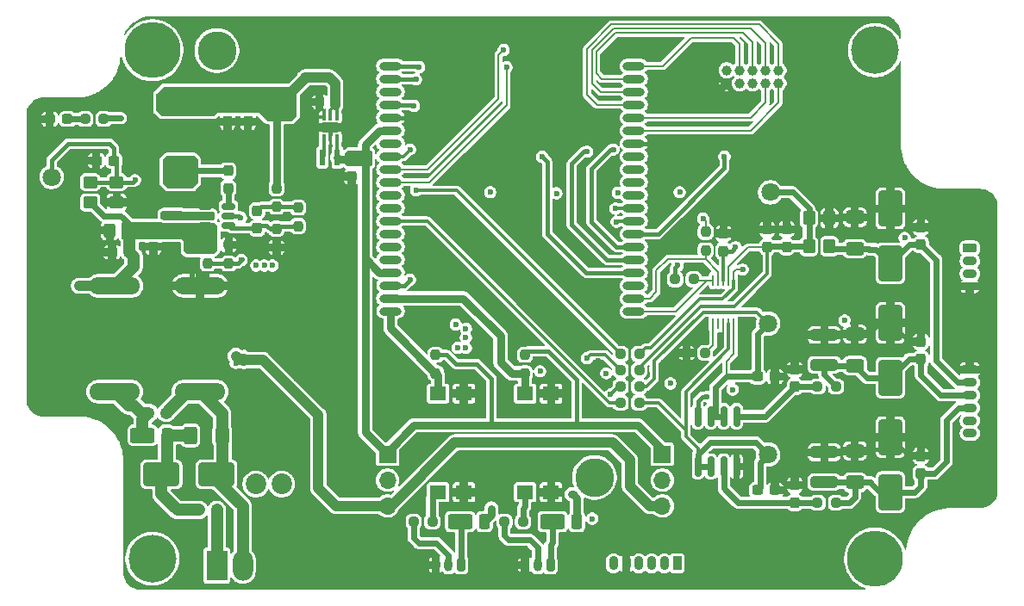
<source format=gbr>
%TF.GenerationSoftware,KiCad,Pcbnew,9.0.4*%
%TF.CreationDate,2025-09-18T14:16:59+03:00*%
%TF.ProjectId,HidroNode_Project,48696472-6f4e-46f6-9465-5f50726f6a65,rev?*%
%TF.SameCoordinates,Original*%
%TF.FileFunction,Copper,L1,Top*%
%TF.FilePolarity,Positive*%
%FSLAX46Y46*%
G04 Gerber Fmt 4.6, Leading zero omitted, Abs format (unit mm)*
G04 Created by KiCad (PCBNEW 9.0.4) date 2025-09-18 14:16:59*
%MOMM*%
%LPD*%
G01*
G04 APERTURE LIST*
G04 Aperture macros list*
%AMRoundRect*
0 Rectangle with rounded corners*
0 $1 Rounding radius*
0 $2 $3 $4 $5 $6 $7 $8 $9 X,Y pos of 4 corners*
0 Add a 4 corners polygon primitive as box body*
4,1,4,$2,$3,$4,$5,$6,$7,$8,$9,$2,$3,0*
0 Add four circle primitives for the rounded corners*
1,1,$1+$1,$2,$3*
1,1,$1+$1,$4,$5*
1,1,$1+$1,$6,$7*
1,1,$1+$1,$8,$9*
0 Add four rect primitives between the rounded corners*
20,1,$1+$1,$2,$3,$4,$5,0*
20,1,$1+$1,$4,$5,$6,$7,0*
20,1,$1+$1,$6,$7,$8,$9,0*
20,1,$1+$1,$8,$9,$2,$3,0*%
G04 Aperture macros list end*
%TA.AperFunction,SMDPad,CuDef*%
%ADD10RoundRect,0.237500X0.250000X0.237500X-0.250000X0.237500X-0.250000X-0.237500X0.250000X-0.237500X0*%
%TD*%
%TA.AperFunction,ComponentPad*%
%ADD11C,3.800000*%
%TD*%
%TA.AperFunction,ComponentPad*%
%ADD12C,1.800000*%
%TD*%
%TA.AperFunction,SMDPad,CuDef*%
%ADD13RoundRect,0.237500X0.237500X-0.300000X0.237500X0.300000X-0.237500X0.300000X-0.237500X-0.300000X0*%
%TD*%
%TA.AperFunction,ComponentPad*%
%ADD14R,2.000000X3.000000*%
%TD*%
%TA.AperFunction,ComponentPad*%
%ADD15O,2.000000X3.000000*%
%TD*%
%TA.AperFunction,SMDPad,CuDef*%
%ADD16RoundRect,0.237500X-0.237500X0.300000X-0.237500X-0.300000X0.237500X-0.300000X0.237500X0.300000X0*%
%TD*%
%TA.AperFunction,SMDPad,CuDef*%
%ADD17RoundRect,0.250000X0.625000X-0.400000X0.625000X0.400000X-0.625000X0.400000X-0.625000X-0.400000X0*%
%TD*%
%TA.AperFunction,SMDPad,CuDef*%
%ADD18RoundRect,0.237500X-0.237500X0.250000X-0.237500X-0.250000X0.237500X-0.250000X0.237500X0.250000X0*%
%TD*%
%TA.AperFunction,SMDPad,CuDef*%
%ADD19R,1.600200X1.320800*%
%TD*%
%TA.AperFunction,SMDPad,CuDef*%
%ADD20R,0.320000X0.660000*%
%TD*%
%TA.AperFunction,SMDPad,CuDef*%
%ADD21R,1.600000X1.000000*%
%TD*%
%TA.AperFunction,SMDPad,CuDef*%
%ADD22RoundRect,0.250000X-0.400000X-0.625000X0.400000X-0.625000X0.400000X0.625000X-0.400000X0.625000X0*%
%TD*%
%TA.AperFunction,SMDPad,CuDef*%
%ADD23RoundRect,0.237500X-0.287500X-0.237500X0.287500X-0.237500X0.287500X0.237500X-0.287500X0.237500X0*%
%TD*%
%TA.AperFunction,SMDPad,CuDef*%
%ADD24RoundRect,0.237500X-0.250000X-0.237500X0.250000X-0.237500X0.250000X0.237500X-0.250000X0.237500X0*%
%TD*%
%TA.AperFunction,SMDPad,CuDef*%
%ADD25RoundRect,0.250000X0.900000X-1.500000X0.900000X1.500000X-0.900000X1.500000X-0.900000X-1.500000X0*%
%TD*%
%TA.AperFunction,SMDPad,CuDef*%
%ADD26R,2.500000X1.700000*%
%TD*%
%TA.AperFunction,SMDPad,CuDef*%
%ADD27R,2.600000X1.700000*%
%TD*%
%TA.AperFunction,SMDPad,CuDef*%
%ADD28RoundRect,0.237500X-0.300000X-0.237500X0.300000X-0.237500X0.300000X0.237500X-0.300000X0.237500X0*%
%TD*%
%TA.AperFunction,SMDPad,CuDef*%
%ADD29RoundRect,0.250000X0.350000X0.450000X-0.350000X0.450000X-0.350000X-0.450000X0.350000X-0.450000X0*%
%TD*%
%TA.AperFunction,SMDPad,CuDef*%
%ADD30RoundRect,0.237500X0.237500X-0.250000X0.237500X0.250000X-0.237500X0.250000X-0.237500X-0.250000X0*%
%TD*%
%TA.AperFunction,SMDPad,CuDef*%
%ADD31RoundRect,0.250000X0.950000X0.500000X-0.950000X0.500000X-0.950000X-0.500000X0.950000X-0.500000X0*%
%TD*%
%TA.AperFunction,SMDPad,CuDef*%
%ADD32RoundRect,0.250000X0.275000X0.500000X-0.275000X0.500000X-0.275000X-0.500000X0.275000X-0.500000X0*%
%TD*%
%TA.AperFunction,SMDPad,CuDef*%
%ADD33RoundRect,0.250000X0.450000X-0.350000X0.450000X0.350000X-0.450000X0.350000X-0.450000X-0.350000X0*%
%TD*%
%TA.AperFunction,SMDPad,CuDef*%
%ADD34RoundRect,0.250000X1.075000X-0.312500X1.075000X0.312500X-1.075000X0.312500X-1.075000X-0.312500X0*%
%TD*%
%TA.AperFunction,SMDPad,CuDef*%
%ADD35RoundRect,0.250000X-0.350000X-0.450000X0.350000X-0.450000X0.350000X0.450000X-0.350000X0.450000X0*%
%TD*%
%TA.AperFunction,SMDPad,CuDef*%
%ADD36RoundRect,0.250000X-1.500000X-0.900000X1.500000X-0.900000X1.500000X0.900000X-1.500000X0.900000X0*%
%TD*%
%TA.AperFunction,SMDPad,CuDef*%
%ADD37RoundRect,0.150000X-0.512500X-0.150000X0.512500X-0.150000X0.512500X0.150000X-0.512500X0.150000X0*%
%TD*%
%TA.AperFunction,ComponentPad*%
%ADD38C,5.500000*%
%TD*%
%TA.AperFunction,SMDPad,CuDef*%
%ADD39RoundRect,0.250000X0.325000X0.450000X-0.325000X0.450000X-0.325000X-0.450000X0.325000X-0.450000X0*%
%TD*%
%TA.AperFunction,SMDPad,CuDef*%
%ADD40RoundRect,0.237500X0.300000X0.237500X-0.300000X0.237500X-0.300000X-0.237500X0.300000X-0.237500X0*%
%TD*%
%TA.AperFunction,ComponentPad*%
%ADD41R,1.700000X1.700000*%
%TD*%
%TA.AperFunction,ComponentPad*%
%ADD42O,1.700000X1.700000*%
%TD*%
%TA.AperFunction,ComponentPad*%
%ADD43C,1.000000*%
%TD*%
%TA.AperFunction,ComponentPad*%
%ADD44RoundRect,0.200000X0.200000X0.450000X-0.200000X0.450000X-0.200000X-0.450000X0.200000X-0.450000X0*%
%TD*%
%TA.AperFunction,ComponentPad*%
%ADD45O,0.800000X1.300000*%
%TD*%
%TA.AperFunction,SMDPad,CuDef*%
%ADD46O,5.000000X1.700000*%
%TD*%
%TA.AperFunction,SMDPad,CuDef*%
%ADD47RoundRect,0.225000X0.225000X0.250000X-0.225000X0.250000X-0.225000X-0.250000X0.225000X-0.250000X0*%
%TD*%
%TA.AperFunction,SMDPad,CuDef*%
%ADD48R,0.550000X1.600000*%
%TD*%
%TA.AperFunction,ComponentPad*%
%ADD49C,4.700000*%
%TD*%
%TA.AperFunction,ComponentPad*%
%ADD50RoundRect,0.225000X0.225000X0.475000X-0.225000X0.475000X-0.225000X-0.475000X0.225000X-0.475000X0*%
%TD*%
%TA.AperFunction,ComponentPad*%
%ADD51O,0.900000X1.400000*%
%TD*%
%TA.AperFunction,ComponentPad*%
%ADD52C,2.020000*%
%TD*%
%TA.AperFunction,SMDPad,CuDef*%
%ADD53O,2.200000X0.800000*%
%TD*%
%TA.AperFunction,ComponentPad*%
%ADD54RoundRect,0.225000X-0.475000X0.225000X-0.475000X-0.225000X0.475000X-0.225000X0.475000X0.225000X0*%
%TD*%
%TA.AperFunction,ComponentPad*%
%ADD55O,1.400000X0.900000*%
%TD*%
%TA.AperFunction,SMDPad,CuDef*%
%ADD56RoundRect,0.150000X0.150000X-0.825000X0.150000X0.825000X-0.150000X0.825000X-0.150000X-0.825000X0*%
%TD*%
%TA.AperFunction,SMDPad,CuDef*%
%ADD57R,0.250000X1.100000*%
%TD*%
%TA.AperFunction,ViaPad*%
%ADD58C,0.600000*%
%TD*%
%TA.AperFunction,Conductor*%
%ADD59C,0.400000*%
%TD*%
%TA.AperFunction,Conductor*%
%ADD60C,0.300000*%
%TD*%
%TA.AperFunction,Conductor*%
%ADD61C,0.600000*%
%TD*%
%TA.AperFunction,Conductor*%
%ADD62C,1.200000*%
%TD*%
%TA.AperFunction,Conductor*%
%ADD63C,1.000000*%
%TD*%
%TA.AperFunction,Conductor*%
%ADD64C,0.800000*%
%TD*%
%TA.AperFunction,Conductor*%
%ADD65C,0.200000*%
%TD*%
G04 APERTURE END LIST*
D10*
%TO.P,R57,1*%
%TO.N,ADC3_Battary*%
X98725000Y-70400000D03*
%TO.P,R57,2*%
%TO.N,ADC_4*%
X96900000Y-70400000D03*
%TD*%
D11*
%TO.P,REF\u002A\u002A,1*%
%TO.N,N/C*%
X94334037Y-82563464D03*
X57234037Y-40563464D03*
%TD*%
D10*
%TO.P,R56,1*%
%TO.N,ADC2_SolarP*%
X98725000Y-72000000D03*
%TO.P,R56,2*%
%TO.N,ADC_5*%
X96900000Y-72000000D03*
%TD*%
%TO.P,R55,1*%
%TO.N,ADC1_CH2*%
X98725000Y-73600000D03*
%TO.P,R55,2*%
%TO.N,ADC_3*%
X96900000Y-73600000D03*
%TD*%
%TO.P,R54,1*%
%TO.N,ADC0_CH1*%
X98725000Y-75200000D03*
%TO.P,R54,2*%
%TO.N,ADC_2*%
X96900000Y-75200000D03*
%TD*%
D12*
%TO.P,TP2,1,1*%
%TO.N,ADC3_Battary*%
X41000000Y-53000000D03*
%TD*%
D13*
%TO.P,C2,1*%
%TO.N,/ANALOG READING/ADC1_IN*%
X126400000Y-82150000D03*
%TO.P,C2,2*%
%TO.N,GND*%
X126400000Y-80425000D03*
%TD*%
%TO.P,C4,1*%
%TO.N,ADC2_SolarP*%
X113200000Y-59862500D03*
%TO.P,C4,2*%
%TO.N,GND*%
X113200000Y-58137500D03*
%TD*%
D14*
%TO.P,J3,1,1*%
%TO.N,/POWER/POWER_IN_P*%
X57234037Y-91197500D03*
D15*
%TO.P,J3,2,2*%
%TO.N,/POWER/POWER_IN_N*%
X59774037Y-91197500D03*
%TD*%
D16*
%TO.P,C17,1*%
%TO.N,+12V*%
X51000000Y-58137500D03*
%TO.P,C17,2*%
%TO.N,GND*%
X51000000Y-59862500D03*
%TD*%
D17*
%TO.P,RV3,1*%
%TO.N,/ANALOG READING/Solar_ADC_P*%
X119900000Y-60050000D03*
%TO.P,RV3,2*%
%TO.N,GND*%
X119900000Y-56950000D03*
%TD*%
D18*
%TO.P,R15,1*%
%TO.N,+3.3V*%
X78737500Y-70486100D03*
%TO.P,R15,2*%
%TO.N,PULSE_2*%
X78737500Y-72311100D03*
%TD*%
D13*
%TO.P,C22,1*%
%TO.N,Net-(U8-FB)*%
X61200000Y-58025000D03*
%TO.P,C22,2*%
%TO.N,Net-(C22-Pad2)*%
X61200000Y-56300000D03*
%TD*%
D19*
%TO.P,U5,1,1*%
%TO.N,Net-(R13-Pad2)*%
X78967500Y-84000000D03*
%TO.P,U5,2,2*%
%TO.N,GND*%
X81507500Y-84000000D03*
%TO.P,U5,3,3*%
X81507500Y-74297200D03*
%TO.P,U5,4,4*%
%TO.N,PULSE_2*%
X78967500Y-74297200D03*
%TD*%
D13*
%TO.P,C7,1*%
%TO.N,ADC2_SolarP*%
X111300000Y-59862500D03*
%TO.P,C7,2*%
%TO.N,GND*%
X111300000Y-58137500D03*
%TD*%
D20*
%TO.P,U7,1,SW*%
%TO.N,Net-(U7-SW)*%
X67750000Y-49150000D03*
%TO.P,U7,2,MODE*%
%TO.N,GND*%
X68400000Y-49150000D03*
%TO.P,U7,3,FB*%
%TO.N,+3.3V*%
X69050000Y-49150000D03*
%TO.P,U7,4,EN*%
%TO.N,+5V*%
X69050000Y-47100000D03*
%TO.P,U7,5,VIN*%
X68400000Y-47100000D03*
%TO.P,U7,6,GND*%
%TO.N,GND*%
X67750000Y-47100000D03*
D21*
%TO.P,U7,7,thermalPed*%
X68400000Y-48125000D03*
%TD*%
D17*
%TO.P,RV2,1*%
%TO.N,/ANALOG READING/ADC2_IN*%
X119900000Y-71543750D03*
%TO.P,RV2,2*%
%TO.N,GND*%
X119900000Y-68443750D03*
%TD*%
D22*
%TO.P,RV4,1*%
%TO.N,Net-(D7-A1)*%
X54650000Y-78400000D03*
%TO.P,RV4,2*%
%TO.N,/POWER/POWER_IN_N*%
X57750000Y-78400000D03*
%TD*%
D23*
%TO.P,F1,1*%
%TO.N,Net-(D7-A1)*%
X55484037Y-85750000D03*
%TO.P,F1,2*%
%TO.N,/POWER/POWER_IN_P*%
X57234037Y-85750000D03*
%TD*%
D10*
%TO.P,R6,1*%
%TO.N,/ANALOG READING/ADC2_IN*%
X118062500Y-73600000D03*
%TO.P,R6,2*%
%TO.N,Net-(U2B-+)*%
X116237500Y-73600000D03*
%TD*%
D24*
%TO.P,R13,1*%
%TO.N,Net-(J6-Pad2)*%
X76575000Y-86898600D03*
%TO.P,R13,2*%
%TO.N,Net-(R13-Pad2)*%
X78400000Y-86898600D03*
%TD*%
D12*
%TO.P,TP1,1,1*%
%TO.N,ADC2_SolarP*%
X111600000Y-54500000D03*
%TD*%
D25*
%TO.P,D3,1,A1*%
%TO.N,/ANALOG READING/Solar_ADC_P*%
X123400000Y-61500000D03*
%TO.P,D3,2,A2*%
%TO.N,GND*%
X123400000Y-56100000D03*
%TD*%
D26*
%TO.P,L4,1*%
%TO.N,Net-(U8-SW)*%
X53600000Y-52225000D03*
D27*
%TO.P,L4,2*%
%TO.N,+5V*%
X53600000Y-45800000D03*
%TD*%
D13*
%TO.P,C20,1*%
%TO.N,GND*%
X58300000Y-47562500D03*
%TO.P,C20,2*%
%TO.N,+5V*%
X58300000Y-45837500D03*
%TD*%
D18*
%TO.P,R14,1*%
%TO.N,+3.3V*%
X87500000Y-70486100D03*
%TO.P,R14,2*%
%TO.N,PULSE_1*%
X87500000Y-72311100D03*
%TD*%
D28*
%TO.P,C13,1*%
%TO.N,Net-(D8-K)*%
X50537500Y-76200000D03*
%TO.P,C13,2*%
%TO.N,/POWER/POWER_IN_N*%
X52262500Y-76200000D03*
%TD*%
D29*
%TO.P,R4,1*%
%TO.N,GND*%
X117400000Y-57050000D03*
%TO.P,R4,2*%
%TO.N,ADC2_SolarP*%
X115400000Y-57050000D03*
%TD*%
D30*
%TO.P,R42,1*%
%TO.N,Net-(U8-EN)*%
X58400000Y-61500000D03*
%TO.P,R42,2*%
%TO.N,GND*%
X58400000Y-59675000D03*
%TD*%
D18*
%TO.P,R47,1*%
%TO.N,+5V*%
X63100000Y-54087500D03*
%TO.P,R47,2*%
%TO.N,Net-(C22-Pad2)*%
X63100000Y-55912500D03*
%TD*%
D13*
%TO.P,C21,1*%
%TO.N,GND*%
X60300000Y-47562500D03*
%TO.P,C21,2*%
%TO.N,+5V*%
X60300000Y-45837500D03*
%TD*%
D31*
%TO.P,D5,1,K*%
%TO.N,Net-(D5-K)*%
X81137500Y-86898600D03*
D32*
%TO.P,D5,2,A*%
%TO.N,GPIO_IN_POWER*%
X83512500Y-86898600D03*
%TD*%
D12*
%TO.P,TP3,1,1*%
%TO.N,ADC0_CH1*%
X111400000Y-80300000D03*
%TD*%
D33*
%TO.P,R7,1*%
%TO.N,+12V*%
X44800000Y-55500000D03*
%TO.P,R7,2*%
%TO.N,ADC3_Battary*%
X44800000Y-53500000D03*
%TD*%
D34*
%TO.P,R2,1*%
%TO.N,/ANALOG READING/ADC1_IN*%
X116900000Y-83000000D03*
%TO.P,R2,2*%
%TO.N,GND*%
X116900000Y-80075000D03*
%TD*%
D28*
%TO.P,C10,1*%
%TO.N,ADC1_CH2*%
X110337500Y-72617500D03*
%TO.P,C10,2*%
%TO.N,GND*%
X112062500Y-72617500D03*
%TD*%
D35*
%TO.P,R1,1*%
%TO.N,ADC2_SolarP*%
X115400000Y-59800000D03*
%TO.P,R1,2*%
%TO.N,/ANALOG READING/Solar_ADC_P*%
X117400000Y-59800000D03*
%TD*%
D36*
%TO.P,D7,1,A1*%
%TO.N,Net-(D7-A1)*%
X51800000Y-82250000D03*
%TO.P,D7,2,A2*%
%TO.N,/POWER/POWER_IN_N*%
X57200000Y-82250000D03*
%TD*%
D37*
%TO.P,U8,1,GND*%
%TO.N,GND*%
X56100000Y-55875000D03*
%TO.P,U8,2,SW*%
%TO.N,Net-(U8-SW)*%
X56100000Y-56825000D03*
%TO.P,U8,3,VIN*%
%TO.N,+12V*%
X56100000Y-57775000D03*
%TO.P,U8,4,FB*%
%TO.N,Net-(U8-FB)*%
X58375000Y-57775000D03*
%TO.P,U8,5,EN*%
%TO.N,Net-(U8-EN)*%
X58375000Y-56825000D03*
%TO.P,U8,6,BOOT*%
%TO.N,Net-(U8-BOOT)*%
X58375000Y-55875000D03*
%TD*%
D10*
%TO.P,R11,1*%
%TO.N,Net-(U3-ADDR)*%
X105212500Y-70300000D03*
%TO.P,R11,2*%
%TO.N,GND*%
X103387500Y-70300000D03*
%TD*%
D31*
%TO.P,D8,1,K*%
%TO.N,Net-(D8-K)*%
X49950000Y-78400000D03*
D32*
%TO.P,D8,2,A*%
%TO.N,Net-(D7-A1)*%
X52325000Y-78400000D03*
%TD*%
D18*
%TO.P,R41,1*%
%TO.N,+12V*%
X56350000Y-59675000D03*
%TO.P,R41,2*%
%TO.N,Net-(U8-EN)*%
X56350000Y-61500000D03*
%TD*%
D10*
%TO.P,R5,1*%
%TO.N,/ANALOG READING/ADC1_IN*%
X118062500Y-85037500D03*
%TO.P,R5,2*%
%TO.N,Net-(U2A-+)*%
X116237500Y-85037500D03*
%TD*%
D38*
%TO.P,H1,1*%
%TO.N,N/C*%
X50900000Y-40532788D03*
%TD*%
D39*
%TO.P,C16,1*%
%TO.N,+12V*%
X48775000Y-58250000D03*
%TO.P,C16,2*%
%TO.N,GND*%
X46725000Y-58250000D03*
%TD*%
D40*
%TO.P,C8,1*%
%TO.N,ADC3_Battary*%
X47112500Y-51400000D03*
%TO.P,C8,2*%
%TO.N,GND*%
X45387500Y-51400000D03*
%TD*%
D34*
%TO.P,R3,1*%
%TO.N,/ANALOG READING/ADC2_IN*%
X116900000Y-71462500D03*
%TO.P,R3,2*%
%TO.N,GND*%
X116900000Y-68537500D03*
%TD*%
D40*
%TO.P,C15,1*%
%TO.N,+12V*%
X48662500Y-60400000D03*
%TO.P,C15,2*%
%TO.N,GND*%
X46937500Y-60400000D03*
%TD*%
D41*
%TO.P,J9,1*%
%TO.N,+3.3V*%
X101000000Y-80275000D03*
D42*
%TO.P,J9,2*%
%TO.N,+GPIO_OUT_POWER*%
X101000000Y-82815000D03*
%TO.P,J9,3*%
%TO.N,+5V*%
X101000000Y-85355000D03*
%TD*%
D43*
%TO.P,J4,1,Pin_1*%
%TO.N,GND*%
X107320000Y-43770000D03*
%TO.P,J4,2,Pin_2*%
%TO.N,PA9*%
X108590000Y-43770000D03*
%TO.P,J4,3,Pin_3*%
%TO.N,PA10*%
X109860000Y-43770000D03*
%TO.P,J4,4,Pin_4*%
%TO.N,PA3*%
X111130000Y-43770000D03*
%TO.P,J4,5,Pin_5*%
%TO.N,PA2*%
X112400000Y-43770000D03*
%TO.P,J4,6,Pin_6*%
%TO.N,PA4*%
X112400000Y-42500000D03*
%TO.P,J4,7,Pin_7*%
%TO.N,PA5*%
X111130000Y-42500000D03*
%TO.P,J4,8,Pin_8*%
%TO.N,PA7*%
X109860000Y-42500000D03*
%TO.P,J4,9,Pin_9*%
%TO.N,PA11*%
X108590000Y-42500000D03*
%TO.P,J4,10,Pin_10*%
%TO.N,+5V*%
X107320000Y-42500000D03*
%TD*%
D23*
%TO.P,D9,1,K*%
%TO.N,GND*%
X40825000Y-47300000D03*
%TO.P,D9,2,A*%
%TO.N,Net-(D9-A)*%
X42575000Y-47300000D03*
%TD*%
D10*
%TO.P,R10,1*%
%TO.N,ANALOG_SCL*%
X104075000Y-63050000D03*
%TO.P,R10,2*%
%TO.N,+3.3V*%
X102250000Y-63050000D03*
%TD*%
D44*
%TO.P,J5,1*%
%TO.N,Net-(D4-K)*%
X90000000Y-91150000D03*
D45*
%TO.P,J5,2*%
%TO.N,Net-(J5-Pad2)*%
X88750000Y-91150000D03*
%TO.P,J5,3*%
%TO.N,GND*%
X87500000Y-91150000D03*
%TD*%
D46*
%TO.P,L2,1,1*%
%TO.N,/POWER/POWER_IN_N*%
X55600000Y-74110000D03*
%TO.P,L2,2,2*%
%TO.N,GND*%
X55600000Y-63700000D03*
%TO.P,L2,3,3*%
%TO.N,Net-(D8-K)*%
X47220000Y-74110000D03*
%TO.P,L2,4,4*%
%TO.N,+12V*%
X47220000Y-63700000D03*
%TD*%
D24*
%TO.P,R12,1*%
%TO.N,Net-(J5-Pad2)*%
X85487500Y-86898600D03*
%TO.P,R12,2*%
%TO.N,Net-(R12-Pad2)*%
X87312500Y-86898600D03*
%TD*%
D38*
%TO.P,H2,1*%
%TO.N,N/C*%
X121900000Y-90532788D03*
%TD*%
D16*
%TO.P,C14,1*%
%TO.N,+3.3V*%
X70500000Y-51237500D03*
%TO.P,C14,2*%
%TO.N,GND*%
X70500000Y-52962500D03*
%TD*%
D13*
%TO.P,C3,1*%
%TO.N,/ANALOG READING/ADC2_IN*%
X126400000Y-70906250D03*
%TO.P,C3,2*%
%TO.N,GND*%
X126400000Y-69181250D03*
%TD*%
D12*
%TO.P,TP4,1,1*%
%TO.N,ADC1_CH2*%
X111400000Y-67400000D03*
%TD*%
D13*
%TO.P,C6,1*%
%TO.N,Net-(U2B-+)*%
X114000000Y-73625000D03*
%TO.P,C6,2*%
%TO.N,GND*%
X114000000Y-71900000D03*
%TD*%
D47*
%TO.P,C12,1*%
%TO.N,+5V*%
X68875000Y-45600000D03*
%TO.P,C12,2*%
%TO.N,GND*%
X67325000Y-45600000D03*
%TD*%
D48*
%TO.P,L1,1*%
%TO.N,Net-(U7-SW)*%
X67625000Y-51050000D03*
%TO.P,L1,2*%
%TO.N,+3.3V*%
X69075000Y-51050000D03*
%TD*%
D13*
%TO.P,C19,1*%
%TO.N,Net-(U8-BOOT)*%
X58350000Y-54112500D03*
%TO.P,C19,2*%
%TO.N,Net-(U8-SW)*%
X58350000Y-52387500D03*
%TD*%
D28*
%TO.P,C9,1*%
%TO.N,ADC0_CH1*%
X110337500Y-83800000D03*
%TO.P,C9,2*%
%TO.N,GND*%
X112062500Y-83800000D03*
%TD*%
D49*
%TO.P,H3,1*%
%TO.N,N/C*%
X121900000Y-40532788D03*
%TD*%
D50*
%TO.P,J8,1,Pin_1*%
%TO.N,/DIGITAL OUTPUTS/GPIO_OUT4*%
X102450000Y-91000000D03*
D51*
%TO.P,J8,2,Pin_2*%
%TO.N,/DIGITAL OUTPUTS/GPIO_OUT3*%
X101200000Y-91000000D03*
%TO.P,J8,3,Pin_3*%
%TO.N,/DIGITAL OUTPUTS/GPIO_OUT2*%
X99950000Y-91000000D03*
%TO.P,J8,4,Pin_4*%
%TO.N,/DIGITAL OUTPUTS/GPIO_OUT1*%
X98700000Y-91000000D03*
%TO.P,J8,5,Pin_5*%
%TO.N,GND*%
X97450000Y-91000000D03*
%TO.P,J8,6,Pin_6*%
%TO.N,Net-(D6-K)*%
X96200000Y-91000000D03*
%TD*%
D52*
%TO.P,J10,1*%
%TO.N,+12V*%
X61060000Y-83200000D03*
%TO.P,J10,2*%
%TO.N,+15V*%
X63600000Y-83200000D03*
%TD*%
D49*
%TO.P,H4,1*%
%TO.N,N/C*%
X50900000Y-90532788D03*
%TD*%
D53*
%TO.P,U1,1,A8*%
%TO.N,RS485_EN*%
X74290000Y-42077393D03*
%TO.P,U1,2,B6*%
%TO.N,RS485_RX*%
X74290000Y-43347393D03*
%TO.P,U1,3,BOOT*%
%TO.N,unconnected-(U1-BOOT-Pad3)*%
X74290000Y-44617393D03*
%TO.P,U1,4,B7*%
%TO.N,RS485_TX*%
X74290000Y-45887393D03*
%TO.P,U1,5,GND*%
%TO.N,GND*%
X74290000Y-47157393D03*
%TO.P,U1,6,3v3*%
%TO.N,+3.3V*%
X74290000Y-48427393D03*
%TO.P,U1,7,RST*%
%TO.N,unconnected-(U1-RST-Pad7)*%
X74290000Y-49697393D03*
%TO.P,U1,8,B2*%
%TO.N,ADC_4*%
X74290000Y-50967393D03*
%TO.P,U1,9,A9*%
%TO.N,PA9*%
X74290000Y-52237393D03*
%TO.P,U1,10,A10*%
%TO.N,PA10*%
X74290000Y-53507393D03*
%TO.P,U1,11,A13*%
%TO.N,unconnected-(U1-A13-Pad11)*%
X74290000Y-54777393D03*
%TO.P,U1,12,A14*%
%TO.N,unconnected-(U1-A14-Pad12)*%
X74290000Y-56047393D03*
%TO.P,U1,13,B3*%
%TO.N,ADC_2*%
X74290000Y-57317393D03*
%TO.P,U1,14,B5*%
%TO.N,unconnected-(U1-B5-Pad14)*%
X74290000Y-58587393D03*
%TO.P,U1,15,B8*%
%TO.N,unconnected-(U1-B8-Pad15)*%
X74290000Y-59857393D03*
%TO.P,U1,16,A15*%
%TO.N,unconnected-(U1-A15-Pad16)*%
X74290000Y-61127393D03*
%TO.P,U1,17,VBATT*%
%TO.N,+3.3V*%
X74290000Y-62397393D03*
%TO.P,U1,18,B15*%
%TO.N,EN_15V*%
X74296800Y-63657393D03*
%TO.P,U1,19,C1*%
%TO.N,PULSE_1*%
X74290000Y-64937393D03*
%TO.P,U1,20,C0*%
%TO.N,PULSE_2*%
X74296800Y-66197393D03*
%TO.P,U1,21,A11*%
%TO.N,PA11*%
X98190000Y-42077393D03*
%TO.P,U1,22,A7*%
%TO.N,PA7*%
X98190000Y-43347393D03*
%TO.P,U1,23,A5*%
%TO.N,PA5*%
X98190000Y-44617393D03*
%TO.P,U1,24,A4*%
%TO.N,PA4*%
X98190000Y-45887393D03*
%TO.P,U1,25,A3*%
%TO.N,PA3*%
X98190000Y-47157393D03*
%TO.P,U1,26,A2*%
%TO.N,PA2*%
X98190000Y-48427393D03*
%TO.P,U1,27,GND*%
%TO.N,GND*%
X98190000Y-49697393D03*
%TO.P,U1,28,A6*%
%TO.N,unconnected-(U1-A6-Pad28)*%
X98190000Y-50967393D03*
%TO.P,U1,29,B12*%
%TO.N,unconnected-(U1-B12-Pad29)*%
X98190000Y-52237393D03*
%TO.P,U1,30,A1*%
%TO.N,unconnected-(U1-A1-Pad30)*%
X98190000Y-53507393D03*
%TO.P,U1,31,A0*%
%TO.N,unconnected-(U1-A0-Pad31)*%
X98190000Y-54777393D03*
%TO.P,U1,32,B4*%
%TO.N,ADC_3*%
X98190000Y-56047393D03*
%TO.P,U1,33,B1*%
%TO.N,ADC_5*%
X98190000Y-57317393D03*
%TO.P,U1,34,B13*%
%TO.N,GPIO_4*%
X98190000Y-58587393D03*
%TO.P,U1,35,B14*%
%TO.N,GPIO_3*%
X98190000Y-59857393D03*
%TO.P,U1,36,C13*%
%TO.N,GPIO_2*%
X98190000Y-61127393D03*
%TO.P,U1,37,A12*%
%TO.N,GPIO_1*%
X98190000Y-62397393D03*
%TO.P,U1,38,C6*%
%TO.N,unconnected-(U1-C6-Pad38)*%
X98190000Y-63667393D03*
%TO.P,U1,39,B11*%
%TO.N,ANALOG_SDA*%
X98190000Y-64937393D03*
%TO.P,U1,40,B10*%
%TO.N,ANALOG_SCL*%
X98190000Y-66207393D03*
%TD*%
D13*
%TO.P,C11,1*%
%TO.N,+3.3V*%
X107000000Y-60275000D03*
%TO.P,C11,2*%
%TO.N,GND*%
X107000000Y-58550000D03*
%TD*%
D54*
%TO.P,J1,1,Pin_1*%
%TO.N,GND*%
X131200000Y-71950000D03*
D55*
%TO.P,J1,2,Pin_2*%
%TO.N,/ANALOG READING/Solar_ADC_P*%
X131200000Y-73200000D03*
%TO.P,J1,3,Pin_3*%
%TO.N,/ANALOG READING/ADC2_IN*%
X131200000Y-74450000D03*
%TO.P,J1,4,Pin_4*%
%TO.N,/ANALOG READING/ADC1_IN*%
X131200000Y-75700000D03*
%TO.P,J1,5,Pin_5*%
%TO.N,+15V*%
X131200000Y-76950000D03*
%TO.P,J1,6,Pin_6*%
X131200000Y-78200000D03*
%TD*%
D33*
%TO.P,R8,1*%
%TO.N,GND*%
X47400000Y-55500000D03*
%TO.P,R8,2*%
%TO.N,ADC3_Battary*%
X47400000Y-53500000D03*
%TD*%
D44*
%TO.P,J6,1*%
%TO.N,Net-(D5-K)*%
X81250000Y-91150000D03*
D45*
%TO.P,J6,2*%
%TO.N,Net-(J6-Pad2)*%
X80000000Y-91150000D03*
%TO.P,J6,3*%
%TO.N,GND*%
X78750000Y-91150000D03*
%TD*%
D17*
%TO.P,RV1,1*%
%TO.N,/ANALOG READING/ADC1_IN*%
X119900000Y-83037500D03*
%TO.P,RV1,2*%
%TO.N,GND*%
X119900000Y-79937500D03*
%TD*%
D13*
%TO.P,C1,1*%
%TO.N,/ANALOG READING/Solar_ADC_P*%
X126400000Y-59662500D03*
%TO.P,C1,2*%
%TO.N,GND*%
X126400000Y-57937500D03*
%TD*%
D41*
%TO.P,J7,1*%
%TO.N,+3.3V*%
X74000000Y-80275000D03*
D42*
%TO.P,J7,2*%
%TO.N,GPIO_IN_POWER*%
X74000000Y-82815000D03*
%TO.P,J7,3*%
%TO.N,+5V*%
X74000000Y-85355000D03*
%TD*%
D25*
%TO.P,D1,1,A1*%
%TO.N,/ANALOG READING/ADC1_IN*%
X123400000Y-83987500D03*
%TO.P,D1,2,A2*%
%TO.N,GND*%
X123400000Y-78587500D03*
%TD*%
D19*
%TO.P,U4,1,1*%
%TO.N,Net-(R12-Pad2)*%
X87530000Y-84000000D03*
%TO.P,U4,2,2*%
%TO.N,GND*%
X90070000Y-84000000D03*
%TO.P,U4,3,3*%
X90070000Y-74297200D03*
%TO.P,U4,4,4*%
%TO.N,PULSE_1*%
X87530000Y-74297200D03*
%TD*%
D24*
%TO.P,R40,1*%
%TO.N,Net-(D9-A)*%
X44287500Y-47300000D03*
%TO.P,R40,2*%
%TO.N,+3.3V*%
X46112500Y-47300000D03*
%TD*%
D18*
%TO.P,R48,1*%
%TO.N,Net-(C22-Pad2)*%
X65200000Y-56000000D03*
%TO.P,R48,2*%
%TO.N,Net-(U8-FB)*%
X65200000Y-57825000D03*
%TD*%
D13*
%TO.P,C5,1*%
%TO.N,Net-(U2A-+)*%
X114000000Y-85012500D03*
%TO.P,C5,2*%
%TO.N,GND*%
X114000000Y-83287500D03*
%TD*%
D54*
%TO.P,J2,1*%
%TO.N,+15V*%
X131200000Y-60000000D03*
D55*
%TO.P,J2,2*%
%TO.N,/RS485/RS485_A*%
X131200000Y-61250000D03*
%TO.P,J2,3*%
%TO.N,/RS485/RS485_B*%
X131200000Y-62500000D03*
%TO.P,J2,4*%
%TO.N,GND*%
X131200000Y-63750000D03*
%TD*%
D31*
%TO.P,D4,1,K*%
%TO.N,Net-(D4-K)*%
X90237500Y-86898600D03*
D32*
%TO.P,D4,2,A*%
%TO.N,GPIO_IN_POWER*%
X92612500Y-86898600D03*
%TD*%
D56*
%TO.P,U2,1*%
%TO.N,ADC0_CH1*%
X104495000Y-81475000D03*
%TO.P,U2,2,-*%
X105765000Y-81475000D03*
%TO.P,U2,3,+*%
%TO.N,Net-(U2A-+)*%
X107035000Y-81475000D03*
%TO.P,U2,4,V-*%
%TO.N,GND*%
X108305000Y-81475000D03*
%TO.P,U2,5,+*%
%TO.N,Net-(U2B-+)*%
X108305000Y-76525000D03*
%TO.P,U2,6,-*%
%TO.N,ADC1_CH2*%
X107035000Y-76525000D03*
%TO.P,U2,7*%
X105765000Y-76525000D03*
%TO.P,U2,8,V+*%
%TO.N,+3.3V*%
X104495000Y-76525000D03*
%TD*%
D25*
%TO.P,D2,1,A1*%
%TO.N,/ANALOG READING/ADC2_IN*%
X123400000Y-72743750D03*
%TO.P,D2,2,A2*%
%TO.N,GND*%
X123400000Y-67343750D03*
%TD*%
D18*
%TO.P,R49,1*%
%TO.N,Net-(U8-FB)*%
X63100000Y-58087500D03*
%TO.P,R49,2*%
%TO.N,GND*%
X63100000Y-59912500D03*
%TD*%
D57*
%TO.P,U3,1,ADDR*%
%TO.N,Net-(U3-ADDR)*%
X106000000Y-67450000D03*
%TO.P,U3,2,ALERT/RDY*%
%TO.N,unconnected-(U3-ALERT{slash}RDY-Pad2)*%
X106500000Y-67450000D03*
%TO.P,U3,3,GND*%
%TO.N,GND*%
X107000000Y-67450000D03*
%TO.P,U3,4,AIN0*%
%TO.N,ADC0_CH1*%
X107500000Y-67450000D03*
%TO.P,U3,5,AIN1*%
%TO.N,ADC1_CH2*%
X108000000Y-67450000D03*
%TO.P,U3,6,AIN2*%
%TO.N,ADC3_Battary*%
X108000000Y-63150000D03*
%TO.P,U3,7,AIN3*%
%TO.N,ADC2_SolarP*%
X107500000Y-63150000D03*
%TO.P,U3,8,VDD*%
%TO.N,+3.3V*%
X107000000Y-63150000D03*
%TO.P,U3,9,SDA*%
%TO.N,ANALOG_SDA*%
X106500000Y-63150000D03*
%TO.P,U3,10,SCL*%
%TO.N,ANALOG_SCL*%
X106000000Y-63150000D03*
%TD*%
D30*
%TO.P,R9,1*%
%TO.N,ANALOG_SDA*%
X105250000Y-60212500D03*
%TO.P,R9,2*%
%TO.N,+3.3V*%
X105250000Y-58387500D03*
%TD*%
D58*
%TO.N,ADC_4*%
X76200000Y-50300000D03*
X76800000Y-54300000D03*
%TO.N,ADC_5*%
X93600000Y-70800000D03*
%TO.N,ADC_3*%
X95900000Y-74400000D03*
%TO.N,ADC_5*%
X96500000Y-57400000D03*
%TO.N,ADC_3*%
X96400000Y-56100000D03*
%TO.N,+5V*%
X64400000Y-46600000D03*
X59100000Y-70600000D03*
X63500000Y-44800000D03*
X62600000Y-44800000D03*
X64400000Y-44800000D03*
X59900000Y-70600000D03*
X62700000Y-61700000D03*
X94100000Y-86600000D03*
X64400000Y-45700000D03*
X62600000Y-45700000D03*
X63500000Y-45700000D03*
X62600000Y-46600000D03*
X59900000Y-71300000D03*
X59100000Y-71300000D03*
X61900000Y-61700000D03*
X66800000Y-76100000D03*
X61100000Y-61700000D03*
X63500000Y-46600000D03*
%TO.N,GND*%
X82900000Y-74800000D03*
X58500000Y-58800000D03*
X56400000Y-55700000D03*
X114100000Y-82200000D03*
X114000000Y-70700000D03*
X66200000Y-73400000D03*
X69600000Y-48200000D03*
X55600000Y-62600000D03*
X45500000Y-58200000D03*
X90800000Y-53100000D03*
X112300000Y-58200000D03*
X56700000Y-53700000D03*
X64400000Y-59900000D03*
X66900000Y-48400000D03*
X101500000Y-53500000D03*
X119900000Y-55900000D03*
X60300000Y-48400000D03*
X125100000Y-69000000D03*
X107000000Y-53500000D03*
X106800000Y-69000000D03*
X117000000Y-67500000D03*
X56300000Y-54500000D03*
X65100000Y-72800000D03*
X57100000Y-55000000D03*
X118700000Y-80000000D03*
X67600000Y-71000000D03*
X101800000Y-74600000D03*
X69700000Y-53000000D03*
X48600000Y-55600000D03*
X58300000Y-48400000D03*
X94700000Y-71100000D03*
X56300000Y-62600000D03*
X117500000Y-55800000D03*
X51000000Y-61100000D03*
X126400000Y-56900000D03*
X101100000Y-71200000D03*
X44200000Y-51400000D03*
X121300000Y-68400000D03*
X39500000Y-47300000D03*
X66300000Y-45600000D03*
X123600000Y-53800000D03*
X82900000Y-84000000D03*
X81600000Y-73100000D03*
X54800000Y-62600000D03*
X100000000Y-49800000D03*
X89500000Y-71000000D03*
X121500000Y-79800000D03*
X90100000Y-81900000D03*
X109200000Y-81500000D03*
X45600000Y-60400000D03*
X91600000Y-74400000D03*
X66500000Y-47100000D03*
X112100000Y-71600000D03*
X112200000Y-82800000D03*
X75900000Y-47300000D03*
%TO.N,+12V*%
X43700000Y-63700000D03*
X44300000Y-63700000D03*
%TO.N,+3.3V*%
X105000000Y-57100000D03*
X108200000Y-59900000D03*
X118900000Y-67100000D03*
X102500000Y-61700000D03*
X84100000Y-54500000D03*
X105400000Y-74600000D03*
X102700000Y-54500000D03*
X96618345Y-54553298D03*
X71800000Y-50800000D03*
X47800000Y-47200000D03*
X90600000Y-54600000D03*
X124796651Y-58994928D03*
X71800000Y-51600000D03*
%TO.N,+15V*%
X80900000Y-69800000D03*
X81700000Y-67900000D03*
X81700000Y-68800000D03*
X81700000Y-69800000D03*
X80700000Y-67500000D03*
%TO.N,ADC3_Battary*%
X49200000Y-53300000D03*
X108900000Y-62100000D03*
%TO.N,+GPIO_OUT_POWER*%
X95500000Y-72300000D03*
X107900000Y-73900000D03*
X101800000Y-73300000D03*
X89000000Y-72100000D03*
%TO.N,GPIO_IN_POWER*%
X92100000Y-84200000D03*
X84200000Y-85600000D03*
%TO.N,Net-(U8-SW)*%
X52300000Y-56800000D03*
X54000000Y-53600000D03*
X52500000Y-53600000D03*
X54700000Y-53600000D03*
X54600000Y-56800000D03*
X53100000Y-56800000D03*
X53200000Y-53600000D03*
X53800000Y-56800000D03*
%TO.N,GPIO_2*%
X93600000Y-50500000D03*
%TO.N,GPIO_1*%
X89200000Y-51000000D03*
%TO.N,GPIO_3*%
X96200000Y-50300000D03*
%TO.N,GPIO_4*%
X107100000Y-51000000D03*
%TO.N,EN_15V*%
X76200000Y-63100000D03*
%TO.N,RS485_EN*%
X77100000Y-42200000D03*
%TO.N,RS485_RX*%
X76800000Y-43400000D03*
%TO.N,RS485_TX*%
X76600000Y-46000000D03*
%TO.N,PA10*%
X85700000Y-42200000D03*
%TO.N,PA9*%
X85400000Y-40500000D03*
%TO.N,Net-(U8-EN)*%
X59650000Y-61150000D03*
X59600000Y-57000000D03*
%TD*%
D59*
%TO.N,GND*%
X56400000Y-55700000D02*
X56237500Y-55700000D01*
X56237500Y-55700000D02*
X56037500Y-55900000D01*
X56100000Y-54700000D02*
X56300000Y-54500000D01*
X56100000Y-55937500D02*
X56100000Y-54700000D01*
D60*
%TO.N,ADC1_CH2*%
X100200000Y-72800000D02*
X99400000Y-73600000D01*
X100200000Y-71100000D02*
X100200000Y-72800000D01*
X99400000Y-73600000D02*
X98725000Y-73600000D01*
X110300000Y-66300000D02*
X105000000Y-66300000D01*
X111400000Y-67400000D02*
X110300000Y-66300000D01*
X105000000Y-66300000D02*
X100200000Y-71100000D01*
%TO.N,ADC0_CH1*%
X100600000Y-75200000D02*
X98725000Y-75200000D01*
X103300000Y-77900000D02*
X100600000Y-75200000D01*
X103300000Y-78500000D02*
X103300000Y-77900000D01*
%TO.N,ADC_2*%
X77896739Y-57317393D02*
X74290000Y-57317393D01*
X95779346Y-75200000D02*
X77896739Y-57317393D01*
X96900000Y-75200000D02*
X95779346Y-75200000D01*
%TO.N,ADC_4*%
X75532607Y-50967393D02*
X76200000Y-50300000D01*
X74290000Y-50967393D02*
X75532607Y-50967393D01*
X80800000Y-54300000D02*
X76800000Y-54300000D01*
X96900000Y-70400000D02*
X80800000Y-54300000D01*
%TO.N,ADC_5*%
X93901000Y-70499000D02*
X93600000Y-70800000D01*
X95399000Y-70499000D02*
X93901000Y-70499000D01*
X96900000Y-72000000D02*
X95399000Y-70499000D01*
%TO.N,ADC_3*%
X96700000Y-73600000D02*
X95900000Y-74400000D01*
X96900000Y-73600000D02*
X96700000Y-73600000D01*
%TO.N,ADC_5*%
X96582607Y-57317393D02*
X96500000Y-57400000D01*
X98190000Y-57317393D02*
X96582607Y-57317393D01*
%TO.N,ADC_3*%
X96452607Y-56047393D02*
X96400000Y-56100000D01*
X98190000Y-56047393D02*
X96452607Y-56047393D01*
%TO.N,ADC2_SolarP*%
X98725000Y-71775000D02*
X98725000Y-72000000D01*
X104800000Y-65700000D02*
X98725000Y-71775000D01*
X111300000Y-59862500D02*
X111300000Y-62500000D01*
X111300000Y-62500000D02*
X108100000Y-65700000D01*
X108100000Y-65700000D02*
X104800000Y-65700000D01*
%TO.N,ADC3_Battary*%
X99862500Y-69787500D02*
X99337500Y-69787500D01*
X104650000Y-65000000D02*
X99862500Y-69787500D01*
X99337500Y-69787500D02*
X98725000Y-70400000D01*
X106927000Y-65000000D02*
X104650000Y-65000000D01*
X108000000Y-63927000D02*
X106927000Y-65000000D01*
X108000000Y-63150000D02*
X108000000Y-63927000D01*
D61*
%TO.N,Net-(D5-K)*%
X81250000Y-91150000D02*
X81250000Y-87011100D01*
X81250000Y-87011100D02*
X81137500Y-86898600D01*
D62*
%TO.N,/POWER/POWER_IN_N*%
X57750000Y-76260000D02*
X55600000Y-74110000D01*
X55600000Y-74110000D02*
X54352500Y-74110000D01*
X54352500Y-74110000D02*
X52262500Y-76200000D01*
X57200000Y-82250000D02*
X57800000Y-81650000D01*
X59774037Y-91197500D02*
X59774037Y-85374037D01*
X57750000Y-78400000D02*
X57750000Y-76260000D01*
X59774037Y-85374037D02*
X57200000Y-82800000D01*
X57200000Y-82800000D02*
X57200000Y-82250000D01*
X57800000Y-81650000D02*
X57800000Y-78450000D01*
X57800000Y-78450000D02*
X57750000Y-78400000D01*
D63*
%TO.N,+5V*%
X68875000Y-45600000D02*
X68875000Y-45925000D01*
D60*
X69050000Y-47100000D02*
X69050000Y-46100000D01*
D64*
X63100000Y-54087500D02*
X63100000Y-47000000D01*
D63*
X68955000Y-85355000D02*
X74000000Y-85355000D01*
X68300000Y-43200000D02*
X68875000Y-43775000D01*
X74000000Y-85355000D02*
X74345000Y-85355000D01*
D60*
X68400000Y-46400000D02*
X68875000Y-45925000D01*
D63*
X65900000Y-43300000D02*
X65900000Y-43200000D01*
D60*
X68400000Y-47100000D02*
X68400000Y-46400000D01*
D63*
X97800000Y-80800000D02*
X97800000Y-83400000D01*
X64400000Y-44800000D02*
X65900000Y-43300000D01*
X67200000Y-76400000D02*
X67200000Y-83600000D01*
X67200000Y-83600000D02*
X68955000Y-85355000D01*
X97800000Y-83400000D02*
X99755000Y-85355000D01*
X59500000Y-71000000D02*
X61800000Y-71000000D01*
X80600000Y-79100000D02*
X96100000Y-79100000D01*
D64*
X63100000Y-47000000D02*
X63500000Y-46600000D01*
D63*
X59100000Y-70600000D02*
X59500000Y-71000000D01*
X74345000Y-85355000D02*
X80600000Y-79100000D01*
X96100000Y-79100000D02*
X97800000Y-80800000D01*
X65900000Y-43200000D02*
X68300000Y-43200000D01*
X61800000Y-71000000D02*
X67200000Y-76400000D01*
D59*
X69050000Y-46100000D02*
X68875000Y-45925000D01*
D63*
X99755000Y-85355000D02*
X101000000Y-85355000D01*
X68875000Y-43775000D02*
X68875000Y-45600000D01*
D65*
%TO.N,GND*%
X103387500Y-70300000D02*
X102000000Y-70300000D01*
D61*
X91497200Y-74297200D02*
X91600000Y-74400000D01*
D59*
X54800000Y-62900000D02*
X55600000Y-63700000D01*
X126400000Y-80425000D02*
X125237500Y-80425000D01*
X40737500Y-47300000D02*
X39500000Y-47300000D01*
D61*
X90070000Y-81930000D02*
X90100000Y-81900000D01*
D59*
X118900000Y-79800000D02*
X118625000Y-80075000D01*
X125237500Y-80425000D02*
X123400000Y-78587500D01*
X112100000Y-82900000D02*
X112100000Y-83887500D01*
X108400000Y-81500000D02*
X109200000Y-81500000D01*
X45437500Y-51400000D02*
X44200000Y-51400000D01*
D65*
X102000000Y-70300000D02*
X101100000Y-71200000D01*
D59*
X122187500Y-79800000D02*
X118900000Y-79800000D01*
D65*
X106800000Y-69000000D02*
X107000000Y-68800000D01*
D59*
X51000000Y-59862500D02*
X51000000Y-61100000D01*
X123400000Y-67343750D02*
X122356250Y-67343750D01*
X56300000Y-62600000D02*
X56300000Y-63000000D01*
X126400000Y-57700000D02*
X126400000Y-56900000D01*
X82100000Y-84000000D02*
X82900000Y-84000000D01*
D61*
X90070000Y-84000000D02*
X90070000Y-81930000D01*
D59*
X123400000Y-78587500D02*
X122187500Y-79800000D01*
X125237500Y-69181250D02*
X123400000Y-67343750D01*
X100000000Y-49800000D02*
X99900000Y-49700000D01*
X55600000Y-62600000D02*
X55600000Y-63700000D01*
X120500000Y-68400000D02*
X121300000Y-68400000D01*
D65*
X67325000Y-46025000D02*
X67750000Y-46450000D01*
D59*
X47362500Y-55600000D02*
X48600000Y-55600000D01*
D61*
X90070000Y-74297200D02*
X91497200Y-74297200D01*
D59*
X46837500Y-60400000D02*
X45600000Y-60400000D01*
X114000000Y-82300000D02*
X114000000Y-83287500D01*
X126400000Y-69181250D02*
X125237500Y-69181250D01*
X75800000Y-47200000D02*
X74812500Y-47200000D01*
X56300000Y-63000000D02*
X55600000Y-63700000D01*
X58500000Y-60037500D02*
X58500000Y-58800000D01*
X112237500Y-58137500D02*
X112300000Y-58200000D01*
X114100000Y-82200000D02*
X114000000Y-82300000D01*
D65*
X107000000Y-68800000D02*
X107000000Y-67450000D01*
D59*
X117000000Y-68300000D02*
X117000000Y-67500000D01*
X81600000Y-73900000D02*
X81600000Y-73100000D01*
X54800000Y-62600000D02*
X54800000Y-62900000D01*
X63162500Y-59900000D02*
X64400000Y-59900000D01*
X46737500Y-58200000D02*
X45500000Y-58200000D01*
D65*
X67750000Y-46450000D02*
X67750000Y-47100000D01*
D59*
X119900000Y-56700000D02*
X119900000Y-55900000D01*
X99900000Y-49700000D02*
X98912500Y-49700000D01*
D65*
X67325000Y-45600000D02*
X67325000Y-46025000D01*
D59*
X123600000Y-54600000D02*
X123600000Y-53800000D01*
X122356250Y-67343750D02*
X121300000Y-68400000D01*
D65*
X67750000Y-47100000D02*
X66500000Y-47100000D01*
D59*
X117500000Y-56600000D02*
X117500000Y-55800000D01*
X75900000Y-47300000D02*
X75800000Y-47200000D01*
X70200000Y-53000000D02*
X69700000Y-53000000D01*
X118625000Y-80075000D02*
X116900000Y-80075000D01*
X111300000Y-58137500D02*
X112237500Y-58137500D01*
X113100000Y-58200000D02*
X112300000Y-58200000D01*
X58300000Y-47900000D02*
X58300000Y-48400000D01*
X112100000Y-72400000D02*
X112100000Y-71600000D01*
X60300000Y-47900000D02*
X60300000Y-48400000D01*
X114000000Y-71800000D02*
X114000000Y-70700000D01*
X112200000Y-82800000D02*
X112100000Y-82900000D01*
D61*
%TO.N,+12V*%
X48775000Y-58250000D02*
X48775000Y-57775000D01*
D62*
X49054037Y-61865963D02*
X49054037Y-60791537D01*
X50887500Y-58250000D02*
X51000000Y-58137500D01*
X47220000Y-63700000D02*
X49054037Y-61865963D01*
X48775000Y-58250000D02*
X50887500Y-58250000D01*
D63*
X44300000Y-63700000D02*
X47220000Y-63700000D01*
D61*
X46100000Y-56800000D02*
X44800000Y-55500000D01*
D62*
X48662500Y-60400000D02*
X48662500Y-58362500D01*
X48662500Y-58362500D02*
X48775000Y-58250000D01*
D63*
X43700000Y-63700000D02*
X44300000Y-63700000D01*
D62*
X49054037Y-60791537D02*
X48662500Y-60400000D01*
D61*
X47800000Y-56800000D02*
X46100000Y-56800000D01*
X48775000Y-57775000D02*
X47800000Y-56800000D01*
%TO.N,+3.3V*%
X46212500Y-47200000D02*
X46112500Y-47300000D01*
D59*
X107000000Y-60275000D02*
X107825000Y-60275000D01*
D64*
X74000000Y-80275000D02*
X74000000Y-80000000D01*
D59*
X102250000Y-63050000D02*
X102250000Y-61950000D01*
X80700000Y-71400000D02*
X82800000Y-71400000D01*
X105381259Y-74581259D02*
X104918741Y-74581259D01*
X107825000Y-60275000D02*
X108200000Y-59900000D01*
D64*
X92600000Y-77400000D02*
X98600000Y-77400000D01*
X74000000Y-80000000D02*
X76600000Y-77400000D01*
D59*
X104918741Y-74581259D02*
X104495000Y-75005000D01*
D65*
X105250000Y-58387500D02*
X105250000Y-57350000D01*
D59*
X82800000Y-71400000D02*
X84200000Y-72800000D01*
D64*
X74290000Y-48427393D02*
X73190000Y-48427393D01*
D60*
X107000000Y-60275000D02*
X107000000Y-63150000D01*
D61*
X47800000Y-47200000D02*
X46212500Y-47200000D01*
D64*
X69262500Y-51237500D02*
X69075000Y-51050000D01*
D59*
X102250000Y-61950000D02*
X102500000Y-61700000D01*
X78737500Y-70486100D02*
X79786100Y-70486100D01*
D63*
X101200000Y-80460000D02*
X101160000Y-80500000D01*
D65*
X105250000Y-57350000D02*
X105000000Y-57100000D01*
D64*
X71800000Y-60000000D02*
X71800000Y-78075000D01*
D59*
X79786100Y-70486100D02*
X80700000Y-71400000D01*
D64*
X98600000Y-77400000D02*
X101000000Y-79800000D01*
D59*
X89800000Y-70100000D02*
X92600000Y-72900000D01*
D64*
X70500000Y-51237500D02*
X69262500Y-51237500D01*
D59*
X87500000Y-70486100D02*
X87886100Y-70100000D01*
D64*
X84200000Y-77400000D02*
X92600000Y-77400000D01*
X73197393Y-62397393D02*
X71800000Y-61000000D01*
X73190000Y-48427393D02*
X71800000Y-49817393D01*
D60*
X69050000Y-49150000D02*
X69050000Y-51025000D01*
D64*
X71800000Y-49817393D02*
X71800000Y-51600000D01*
X71800000Y-61000000D02*
X71800000Y-60000000D01*
X76600000Y-77400000D02*
X84200000Y-77400000D01*
D59*
X92600000Y-72900000D02*
X92600000Y-77400000D01*
D64*
X71800000Y-78075000D02*
X74000000Y-80275000D01*
D59*
X84200000Y-72800000D02*
X84200000Y-77400000D01*
D64*
X74290000Y-62397393D02*
X73197393Y-62397393D01*
D60*
X69050000Y-51025000D02*
X69075000Y-51050000D01*
D59*
X105400000Y-74600000D02*
X105381259Y-74581259D01*
X104495000Y-75005000D02*
X104495000Y-76525000D01*
X87886100Y-70100000D02*
X89800000Y-70100000D01*
D64*
X101000000Y-79800000D02*
X101000000Y-80275000D01*
X71800000Y-60000000D02*
X71800000Y-51600000D01*
D61*
%TO.N,ADC0_CH1*%
X104495000Y-81475000D02*
X105100000Y-81475000D01*
X110600000Y-81100000D02*
X110600000Y-83537500D01*
X110200000Y-79100000D02*
X105700000Y-79100000D01*
X105100000Y-81475000D02*
X105765000Y-81475000D01*
D60*
X104495000Y-79695000D02*
X103300000Y-78500000D01*
D61*
X105700000Y-79100000D02*
X104495000Y-80305000D01*
X111400000Y-80300000D02*
X110600000Y-81100000D01*
D60*
X104495000Y-81475000D02*
X104495000Y-79695000D01*
D61*
X110600000Y-83537500D02*
X110337500Y-83800000D01*
D60*
X103300000Y-78500000D02*
X103300000Y-74100000D01*
D61*
X104495000Y-80305000D02*
X104495000Y-81475000D01*
X111400000Y-80300000D02*
X110200000Y-79100000D01*
D60*
X103300000Y-74100000D02*
X107500000Y-69900000D01*
X107500000Y-69900000D02*
X107500000Y-67450000D01*
D59*
%TO.N,ADC3_Battary*%
X49000000Y-53500000D02*
X49200000Y-53300000D01*
X47400000Y-53500000D02*
X44800000Y-53500000D01*
X46700000Y-49700000D02*
X42600000Y-49700000D01*
D65*
X108000000Y-62375000D02*
X108000000Y-63150000D01*
X108900000Y-62100000D02*
X108275000Y-62100000D01*
D59*
X47400000Y-51687500D02*
X47112500Y-51400000D01*
X47112500Y-51400000D02*
X47112500Y-50112500D01*
X42600000Y-49700000D02*
X41000000Y-51300000D01*
D65*
X108275000Y-62100000D02*
X108000000Y-62375000D01*
D59*
X47112500Y-50112500D02*
X46700000Y-49700000D01*
X41000000Y-51300000D02*
X41000000Y-53000000D01*
X47400000Y-53500000D02*
X47400000Y-51687500D01*
X47400000Y-53500000D02*
X49000000Y-53500000D01*
D64*
%TO.N,GPIO_IN_POWER*%
X92100000Y-84200000D02*
X92200000Y-84200000D01*
X92200000Y-84200000D02*
X92600000Y-84600000D01*
X84200000Y-85600000D02*
X84200000Y-86211100D01*
X92600000Y-84600000D02*
X92600000Y-86886100D01*
X84200000Y-86211100D02*
X83512500Y-86898600D01*
X92600000Y-86886100D02*
X92612500Y-86898600D01*
D61*
%TO.N,/ANALOG READING/Solar_ADC_P*%
X119900000Y-60050000D02*
X117650000Y-60050000D01*
X121300000Y-60100000D02*
X121250000Y-60050000D01*
X121250000Y-60050000D02*
X119900000Y-60050000D01*
X130000000Y-73200000D02*
X127900000Y-71100000D01*
X122000000Y-60100000D02*
X121300000Y-60100000D01*
X127900000Y-61162500D02*
X126400000Y-59662500D01*
X127900000Y-71100000D02*
X127900000Y-61162500D01*
X125237500Y-59662500D02*
X123400000Y-61500000D01*
X117650000Y-60050000D02*
X117400000Y-59800000D01*
X123400000Y-61500000D02*
X122000000Y-60100000D01*
X126400000Y-59662500D02*
X125237500Y-59662500D01*
X131200000Y-73200000D02*
X130000000Y-73200000D01*
%TO.N,/ANALOG READING/ADC1_IN*%
X128900000Y-81000000D02*
X128900000Y-76900000D01*
X119900000Y-84500000D02*
X119362500Y-85037500D01*
X128900000Y-76900000D02*
X130100000Y-75700000D01*
X121462500Y-83037500D02*
X119900000Y-83037500D01*
X122387500Y-83987500D02*
X121450000Y-83050000D01*
X119900000Y-83037500D02*
X119900000Y-84500000D01*
X123400000Y-83987500D02*
X122387500Y-83987500D01*
X121450000Y-83050000D02*
X121462500Y-83037500D01*
X126400000Y-82150000D02*
X126400000Y-83400000D01*
X130100000Y-75700000D02*
X131200000Y-75700000D01*
X126400000Y-82150000D02*
X127750000Y-82150000D01*
X125812500Y-83987500D02*
X123400000Y-83987500D01*
X116937500Y-83037500D02*
X116900000Y-83000000D01*
X119900000Y-83037500D02*
X116937500Y-83037500D01*
X127750000Y-82150000D02*
X128900000Y-81000000D01*
X126400000Y-83400000D02*
X125812500Y-83987500D01*
X119362500Y-85037500D02*
X118062500Y-85037500D01*
%TO.N,/ANALOG READING/ADC2_IN*%
X123400000Y-72743750D02*
X121100000Y-72743750D01*
X128350000Y-74450000D02*
X126400000Y-72500000D01*
X121100000Y-72743750D02*
X119900000Y-71543750D01*
X126400000Y-72500000D02*
X126400000Y-70906250D01*
X116900000Y-71462500D02*
X116900000Y-72437500D01*
X119900000Y-71543750D02*
X116981250Y-71543750D01*
X126400000Y-70906250D02*
X125237500Y-70906250D01*
X116900000Y-72437500D02*
X118062500Y-73600000D01*
X125237500Y-70906250D02*
X123400000Y-72743750D01*
X116981250Y-71543750D02*
X116900000Y-71462500D01*
X131200000Y-74450000D02*
X128350000Y-74450000D01*
%TO.N,ADC2_SolarP*%
X115400000Y-56100000D02*
X113800000Y-54500000D01*
X113150000Y-59800000D02*
X111512500Y-59800000D01*
X115400000Y-59800000D02*
X113150000Y-59800000D01*
D65*
X109387500Y-59912500D02*
X107500000Y-61800000D01*
X111400000Y-59912500D02*
X109387500Y-59912500D01*
D61*
X115400000Y-57050000D02*
X115400000Y-56100000D01*
X111512500Y-59800000D02*
X111400000Y-59912500D01*
D65*
X107500000Y-61800000D02*
X107500000Y-63150000D01*
D61*
X115400000Y-59800000D02*
X115400000Y-57050000D01*
X113800000Y-54500000D02*
X111600000Y-54500000D01*
D65*
%TO.N,PA5*%
X96199000Y-38401000D02*
X109701000Y-38401000D01*
X94917393Y-44617393D02*
X94100000Y-43800000D01*
X98190000Y-44617393D02*
X94917393Y-44617393D01*
X94100000Y-40500000D02*
X96199000Y-38401000D01*
X94100000Y-43800000D02*
X94100000Y-40500000D01*
X111130000Y-39830000D02*
X111130000Y-42500000D01*
X109701000Y-38401000D02*
X111130000Y-39830000D01*
D61*
%TO.N,Net-(D4-K)*%
X90237500Y-86898600D02*
X90237500Y-88962500D01*
X90000000Y-89200000D02*
X90000000Y-91150000D01*
X90237500Y-88962500D02*
X90000000Y-89200000D01*
D62*
%TO.N,Net-(D8-K)*%
X49054037Y-75454037D02*
X48564037Y-75454037D01*
X49950000Y-76787500D02*
X50537500Y-76200000D01*
X50537500Y-76200000D02*
X49800000Y-76200000D01*
X49800000Y-76200000D02*
X49054037Y-75454037D01*
X48564037Y-75454037D02*
X47220000Y-74110000D01*
X49950000Y-78400000D02*
X49950000Y-76787500D01*
D61*
%TO.N,Net-(D9-A)*%
X44287500Y-47300000D02*
X42575000Y-47300000D01*
D62*
%TO.N,Net-(D7-A1)*%
X55484037Y-85750000D02*
X53350000Y-85750000D01*
X52325000Y-81725000D02*
X52325000Y-78400000D01*
X53350000Y-85750000D02*
X51800000Y-84200000D01*
X54650000Y-78400000D02*
X52325000Y-78400000D01*
X51800000Y-82250000D02*
X52325000Y-81725000D01*
X51800000Y-84200000D02*
X51800000Y-82250000D01*
%TO.N,/POWER/POWER_IN_P*%
X57234037Y-91197500D02*
X57234037Y-85750000D01*
D61*
%TO.N,Net-(U8-SW)*%
X58350000Y-52387500D02*
X53762500Y-52387500D01*
D59*
X53762500Y-52387500D02*
X53600000Y-52225000D01*
D65*
%TO.N,ANALOG_SDA*%
X106500000Y-62300000D02*
X105250000Y-61050000D01*
X106500000Y-63150000D02*
X106500000Y-62300000D01*
X105250000Y-61050000D02*
X105250000Y-60212500D01*
X105250000Y-61050000D02*
X101550000Y-61050000D01*
X100400000Y-64300000D02*
X99762607Y-64937393D01*
X101550000Y-61050000D02*
X100400000Y-62200000D01*
X99762607Y-64937393D02*
X98190000Y-64937393D01*
X100400000Y-62200000D02*
X100400000Y-64300000D01*
%TO.N,ANALOG_SCL*%
X106000000Y-63150000D02*
X105350000Y-63150000D01*
X102292607Y-66207393D02*
X98190000Y-66207393D01*
X104900000Y-63150000D02*
X104175000Y-63150000D01*
X104175000Y-63150000D02*
X104075000Y-63050000D01*
X105350000Y-63150000D02*
X102292607Y-66207393D01*
X106000000Y-63150000D02*
X104900000Y-63150000D01*
D61*
%TO.N,Net-(R13-Pad2)*%
X78400000Y-86898600D02*
X78400000Y-84567500D01*
X78400000Y-84567500D02*
X78967500Y-84000000D01*
D64*
%TO.N,PULSE_1*%
X74290000Y-64937393D02*
X81437393Y-64937393D01*
X81437393Y-64937393D02*
X85100000Y-68600000D01*
X87500000Y-74267200D02*
X87530000Y-74297200D01*
X85100000Y-68600000D02*
X85100000Y-71200000D01*
X87500000Y-72311100D02*
X87500000Y-74267200D01*
X85100000Y-71200000D02*
X86211100Y-72311100D01*
X86211100Y-72311100D02*
X87500000Y-72311100D01*
%TO.N,PULSE_2*%
X78967500Y-74297200D02*
X78967500Y-72541100D01*
X74296800Y-67870400D02*
X74296800Y-66197393D01*
X78737500Y-72311100D02*
X74296800Y-67870400D01*
X78967500Y-72541100D02*
X78737500Y-72311100D01*
D59*
%TO.N,GPIO_2*%
X92100000Y-51700000D02*
X93200000Y-50600000D01*
X95527393Y-61127393D02*
X92100000Y-57700000D01*
X93200000Y-50600000D02*
X93300000Y-50500000D01*
X98190000Y-61127393D02*
X95527393Y-61127393D01*
X93300000Y-50500000D02*
X93600000Y-50500000D01*
X92100000Y-57700000D02*
X92100000Y-51700000D01*
%TO.N,GPIO_1*%
X89700000Y-58600000D02*
X89700000Y-51500000D01*
X89700000Y-51500000D02*
X89200000Y-51000000D01*
X98190000Y-62397393D02*
X93497393Y-62397393D01*
X93497393Y-62397393D02*
X89700000Y-58600000D01*
%TO.N,GPIO_3*%
X94000000Y-52200000D02*
X95900000Y-50300000D01*
X96457393Y-59857393D02*
X94000000Y-57400000D01*
X98190000Y-59857393D02*
X96457393Y-59857393D01*
X94000000Y-57400000D02*
X94000000Y-52200000D01*
X95900000Y-50300000D02*
X96200000Y-50300000D01*
%TO.N,GPIO_4*%
X100612607Y-58587393D02*
X107100000Y-52100000D01*
X98190000Y-58587393D02*
X100612607Y-58587393D01*
X107100000Y-52100000D02*
X107100000Y-51000000D01*
D61*
%TO.N,ADC1_CH2*%
X110337500Y-72617500D02*
X107282500Y-72617500D01*
D65*
X108000000Y-70400000D02*
X108000000Y-67450000D01*
D61*
X110337500Y-72617500D02*
X110337500Y-68462500D01*
X106200000Y-73700000D02*
X106200000Y-76525000D01*
D65*
X107282500Y-72617500D02*
X107282500Y-71117500D01*
D61*
X107035000Y-76525000D02*
X106200000Y-76525000D01*
D65*
X107282500Y-71117500D02*
X108000000Y-70400000D01*
D61*
X107282500Y-72617500D02*
X106200000Y-73700000D01*
X106200000Y-76525000D02*
X105765000Y-76525000D01*
X110337500Y-68462500D02*
X111400000Y-67400000D01*
D59*
%TO.N,EN_15V*%
X75642607Y-63657393D02*
X74296800Y-63657393D01*
X76200000Y-63100000D02*
X75642607Y-63657393D01*
%TO.N,RS485_EN*%
X76977393Y-42077393D02*
X77100000Y-42200000D01*
X74290000Y-42077393D02*
X76977393Y-42077393D01*
D65*
%TO.N,PA4*%
X112400000Y-39900000D02*
X112400000Y-42500000D01*
X93600000Y-44900000D02*
X93600000Y-40400000D01*
X98190000Y-45887393D02*
X94587393Y-45887393D01*
X110500000Y-38000000D02*
X112400000Y-39900000D01*
X96000000Y-38000000D02*
X110500000Y-38000000D01*
X94587393Y-45887393D02*
X93600000Y-44900000D01*
X93600000Y-40400000D02*
X96000000Y-38000000D01*
D59*
%TO.N,RS485_RX*%
X76652607Y-43347393D02*
X76700000Y-43300000D01*
X74290000Y-43347393D02*
X76652607Y-43347393D01*
%TO.N,RS485_TX*%
X74112607Y-45887393D02*
X76487393Y-45887393D01*
X76487393Y-45887393D02*
X76600000Y-46000000D01*
X74100000Y-45900000D02*
X74112607Y-45887393D01*
D65*
%TO.N,PA3*%
X109642607Y-47157393D02*
X111130000Y-45670000D01*
X111130000Y-45670000D02*
X111130000Y-43770000D01*
X98190000Y-47157393D02*
X109642607Y-47157393D01*
%TO.N,PA2*%
X109672607Y-48427393D02*
X112400000Y-45700000D01*
X112400000Y-45700000D02*
X112400000Y-43770000D01*
X98190000Y-48427393D02*
X109672607Y-48427393D01*
%TO.N,PA7*%
X96398000Y-38802000D02*
X108902000Y-38802000D01*
X94501000Y-40699000D02*
X96398000Y-38802000D01*
X94501000Y-42801000D02*
X94501000Y-40699000D01*
X108902000Y-38802000D02*
X109860000Y-39760000D01*
X109860000Y-39760000D02*
X109860000Y-42500000D01*
X95047393Y-43347393D02*
X94501000Y-42801000D01*
X98190000Y-43347393D02*
X95047393Y-43347393D01*
%TO.N,PA10*%
X78092607Y-53507393D02*
X81300000Y-50300000D01*
X81300000Y-50300000D02*
X85700000Y-45900000D01*
X74290000Y-53507393D02*
X78092607Y-53507393D01*
X85700000Y-45900000D02*
X85700000Y-42200000D01*
%TO.N,PA9*%
X77962607Y-52237393D02*
X74290000Y-52237393D01*
X85400000Y-40500000D02*
X84900000Y-41000000D01*
X84900000Y-41000000D02*
X84900000Y-45300000D01*
X84900000Y-45300000D02*
X77962607Y-52237393D01*
%TO.N,PA11*%
X98190000Y-42077393D02*
X101022607Y-42077393D01*
X108000000Y-39300000D02*
X108590000Y-39890000D01*
X108590000Y-39890000D02*
X108590000Y-42500000D01*
X103800000Y-39300000D02*
X108000000Y-39300000D01*
X101022607Y-42077393D02*
X103800000Y-39300000D01*
D61*
%TO.N,Net-(U2A-+)*%
X108412500Y-85012500D02*
X107035000Y-83635000D01*
X107035000Y-83635000D02*
X107035000Y-81475000D01*
X114025000Y-85037500D02*
X114000000Y-85012500D01*
X116237500Y-85037500D02*
X114025000Y-85037500D01*
X114000000Y-85012500D02*
X108412500Y-85012500D01*
%TO.N,Net-(U2B-+)*%
X111100000Y-76525000D02*
X108305000Y-76525000D01*
X116237500Y-73600000D02*
X114025000Y-73600000D01*
X114000000Y-73625000D02*
X111100000Y-76525000D01*
X114025000Y-73600000D02*
X114000000Y-73625000D01*
%TO.N,Net-(U8-BOOT)*%
X58350000Y-54112500D02*
X58350000Y-55850000D01*
D59*
X58350000Y-55850000D02*
X58375000Y-55875000D01*
%TO.N,Net-(U8-FB)*%
X61200000Y-57820000D02*
X61020000Y-58000000D01*
X61020000Y-58000000D02*
X58600000Y-58000000D01*
X63362500Y-57825000D02*
X63100000Y-58087500D01*
X58600000Y-58000000D02*
X58375000Y-57775000D01*
X61200000Y-58025000D02*
X61200000Y-57820000D01*
X62487500Y-58087500D02*
X62130000Y-57730000D01*
X62130000Y-57730000D02*
X61495000Y-57730000D01*
X61495000Y-57730000D02*
X61200000Y-58025000D01*
X63100000Y-58087500D02*
X62487500Y-58087500D01*
X65200000Y-57825000D02*
X63362500Y-57825000D01*
%TO.N,Net-(C22-Pad2)*%
X65100000Y-55900000D02*
X63112500Y-55900000D01*
X63112500Y-55900000D02*
X63100000Y-55912500D01*
X65200000Y-56000000D02*
X65100000Y-55900000D01*
X63100000Y-55912500D02*
X61587500Y-55912500D01*
X61587500Y-55912500D02*
X61200000Y-56300000D01*
X61200000Y-56300000D02*
X61200000Y-56595000D01*
D61*
%TO.N,Net-(J6-Pad2)*%
X80000000Y-91150000D02*
X80000000Y-90200000D01*
X76575000Y-88475000D02*
X76575000Y-86898600D01*
X80000000Y-90200000D02*
X78800000Y-89000000D01*
X78800000Y-89000000D02*
X77100000Y-89000000D01*
X77100000Y-89000000D02*
X76575000Y-88475000D01*
%TO.N,Net-(J5-Pad2)*%
X88750000Y-89450000D02*
X88000000Y-88700000D01*
X88000000Y-88700000D02*
X85900000Y-88700000D01*
X85900000Y-88700000D02*
X85487500Y-88287500D01*
X88750000Y-91150000D02*
X88750000Y-89450000D01*
X85487500Y-88287500D02*
X85487500Y-86898600D01*
D60*
%TO.N,Net-(U7-SW)*%
X67752616Y-49152616D02*
X67752616Y-50922384D01*
X67752616Y-50922384D02*
X67625000Y-51050000D01*
X67750000Y-49150000D02*
X67752616Y-49152616D01*
D65*
%TO.N,Net-(U3-ADDR)*%
X106000000Y-67450000D02*
X106000000Y-69512500D01*
X106000000Y-69512500D02*
X105212500Y-70300000D01*
D61*
%TO.N,Net-(R12-Pad2)*%
X87300000Y-85600000D02*
X87300000Y-86886100D01*
X87300000Y-86886100D02*
X87312500Y-86898600D01*
X87530000Y-84000000D02*
X87530000Y-85370000D01*
X87530000Y-85370000D02*
X87300000Y-85600000D01*
D59*
%TO.N,Net-(U8-EN)*%
X59650000Y-61150000D02*
X59700000Y-61100000D01*
X59600000Y-57000000D02*
X59425000Y-56825000D01*
X59425000Y-56825000D02*
X58375000Y-56825000D01*
X56350000Y-61500000D02*
X58400000Y-61500000D01*
X59650000Y-61150000D02*
X59300000Y-61500000D01*
X59300000Y-61500000D02*
X58400000Y-61500000D01*
%TD*%
%TA.AperFunction,Conductor*%
%TO.N,GND*%
G36*
X57400000Y-55800000D02*
G01*
X57200000Y-56100000D01*
X54000000Y-56100000D01*
X53900000Y-56000000D01*
X53900000Y-55300000D01*
X54800000Y-54400000D01*
X57400000Y-54400000D01*
X57400000Y-55800000D01*
G37*
%TD.AperFunction*%
%TD*%
%TA.AperFunction,Conductor*%
%TO.N,Net-(U8-SW)*%
G36*
X55014352Y-50914352D02*
G01*
X55385648Y-51285648D01*
X55400000Y-51320296D01*
X55400000Y-53579704D01*
X55385648Y-53614352D01*
X54919852Y-54080148D01*
X54885204Y-54094500D01*
X54800000Y-54094500D01*
X54785891Y-54094826D01*
X54769423Y-54098699D01*
X54758206Y-54100000D01*
X52420296Y-54100000D01*
X52385648Y-54085648D01*
X51914352Y-53614352D01*
X51900000Y-53579704D01*
X51900000Y-51320296D01*
X51914352Y-51285648D01*
X52285648Y-50914352D01*
X52320296Y-50900000D01*
X54979704Y-50900000D01*
X55014352Y-50914352D01*
G37*
%TD.AperFunction*%
%TD*%
%TA.AperFunction,Conductor*%
%TO.N,Net-(U8-SW)*%
G36*
X53782310Y-56314352D02*
G01*
X53783970Y-56316012D01*
X53794182Y-56325764D01*
X53794186Y-56325767D01*
X53833068Y-56349842D01*
X53889641Y-56384870D01*
X54000000Y-56405500D01*
X54000002Y-56405500D01*
X56885204Y-56405500D01*
X56919852Y-56419852D01*
X56985648Y-56485648D01*
X57000000Y-56520296D01*
X57000000Y-57079704D01*
X56985648Y-57114352D01*
X56814352Y-57285648D01*
X56779704Y-57300000D01*
X56757084Y-57300000D01*
X56735564Y-57295021D01*
X56713896Y-57284428D01*
X56713894Y-57284427D01*
X56713893Y-57284427D01*
X56691182Y-57281118D01*
X56645762Y-57274500D01*
X56645760Y-57274500D01*
X55554240Y-57274500D01*
X55554238Y-57274500D01*
X55486107Y-57284427D01*
X55486103Y-57284428D01*
X55464436Y-57295021D01*
X55442916Y-57300000D01*
X52014835Y-57300000D01*
X51987655Y-57291770D01*
X51721820Y-57114546D01*
X51700952Y-57083386D01*
X51700000Y-57073776D01*
X51700000Y-56526223D01*
X51714352Y-56491575D01*
X51721820Y-56485453D01*
X51961350Y-56325767D01*
X51987655Y-56308230D01*
X52014835Y-56300000D01*
X53747662Y-56300000D01*
X53782310Y-56314352D01*
G37*
%TD.AperFunction*%
%TD*%
%TA.AperFunction,Conductor*%
%TO.N,+12V*%
G36*
X51791874Y-57408229D02*
G01*
X51873664Y-57462756D01*
X51928101Y-57488451D01*
X51955281Y-57496681D01*
X52014835Y-57505500D01*
X52014840Y-57505500D01*
X55442916Y-57505500D01*
X55489238Y-57500211D01*
X55510758Y-57495232D01*
X55538363Y-57485433D01*
X55547681Y-57483125D01*
X55556512Y-57481838D01*
X55565621Y-57480512D01*
X55572684Y-57480000D01*
X56627317Y-57480000D01*
X56634379Y-57480512D01*
X56640807Y-57481448D01*
X56652312Y-57483124D01*
X56661624Y-57485430D01*
X56689242Y-57495232D01*
X56703588Y-57498551D01*
X56710761Y-57500211D01*
X56757084Y-57505500D01*
X56779701Y-57505500D01*
X56779704Y-57505500D01*
X56858347Y-57489857D01*
X56874604Y-57483123D01*
X56892991Y-57475507D01*
X56892992Y-57475506D01*
X56892995Y-57475505D01*
X56909019Y-57464797D01*
X56945798Y-57457479D01*
X56970890Y-57470890D01*
X57285648Y-57785648D01*
X57300000Y-57820296D01*
X57300000Y-60179704D01*
X57285648Y-60214352D01*
X56926852Y-60573148D01*
X56892204Y-60587500D01*
X54319688Y-60587500D01*
X54285785Y-60573877D01*
X54015097Y-60314467D01*
X54000011Y-60280132D01*
X54000000Y-60279090D01*
X54000000Y-59300000D01*
X53800000Y-59100000D01*
X48020296Y-59100000D01*
X47985648Y-59085648D01*
X47914352Y-59014352D01*
X47900000Y-58979704D01*
X47900000Y-57520296D01*
X47914352Y-57485648D01*
X47985648Y-57414352D01*
X48020296Y-57400000D01*
X51764695Y-57400000D01*
X51791874Y-57408229D01*
G37*
%TD.AperFunction*%
%TD*%
%TA.AperFunction,Conductor*%
%TO.N,+3.3V*%
G36*
X72414352Y-50414352D02*
G01*
X72485648Y-50485648D01*
X72500000Y-50520296D01*
X72500000Y-51779704D01*
X72485648Y-51814352D01*
X72414352Y-51885648D01*
X72379704Y-51900000D01*
X70020296Y-51900000D01*
X69985648Y-51885648D01*
X69814352Y-51714352D01*
X69800000Y-51679704D01*
X69800000Y-50720296D01*
X69814352Y-50685648D01*
X70085648Y-50414352D01*
X70120296Y-50400000D01*
X72379704Y-50400000D01*
X72414352Y-50414352D01*
G37*
%TD.AperFunction*%
%TD*%
%TA.AperFunction,Conductor*%
%TO.N,+5V*%
G36*
X64714352Y-44114352D02*
G01*
X65085648Y-44485648D01*
X65100000Y-44520296D01*
X65100000Y-46979704D01*
X65085648Y-47014352D01*
X64614352Y-47485648D01*
X64579704Y-47500000D01*
X62220296Y-47500000D01*
X62185648Y-47485648D01*
X61400000Y-46700000D01*
X57300000Y-46700000D01*
X57014352Y-46985648D01*
X56979704Y-47000000D01*
X51820296Y-47000000D01*
X51785648Y-46985648D01*
X51314352Y-46514352D01*
X51300000Y-46479704D01*
X51300000Y-44820296D01*
X51314352Y-44785648D01*
X51985648Y-44114352D01*
X52020296Y-44100000D01*
X64679704Y-44100000D01*
X64714352Y-44114352D01*
G37*
%TD.AperFunction*%
%TD*%
%TA.AperFunction,Conductor*%
%TO.N,GND*%
G36*
X109972939Y-79722174D02*
G01*
X110207948Y-79957183D01*
X110229622Y-80009509D01*
X110228711Y-80021085D01*
X110209604Y-80141727D01*
X110199500Y-80205519D01*
X110199500Y-80394481D01*
X110227524Y-80571422D01*
X110228711Y-80578913D01*
X110215489Y-80633985D01*
X110207948Y-80642815D01*
X110119480Y-80731283D01*
X110088168Y-80785519D01*
X110040423Y-80868213D01*
X110040421Y-80868218D01*
X109999499Y-81020940D01*
X109999499Y-81185015D01*
X109999500Y-81185028D01*
X109999500Y-82958360D01*
X109977826Y-83010686D01*
X109934326Y-83031832D01*
X109908922Y-83034883D01*
X109771342Y-83089137D01*
X109653500Y-83178499D01*
X109653499Y-83178500D01*
X109564137Y-83296342D01*
X109509883Y-83433922D01*
X109499500Y-83520380D01*
X109499500Y-84079619D01*
X109509883Y-84166077D01*
X109565995Y-84308367D01*
X109563947Y-84309174D01*
X109569809Y-84357961D01*
X109534824Y-84402501D01*
X109498552Y-84412000D01*
X108691887Y-84412000D01*
X108639561Y-84390326D01*
X107657174Y-83407939D01*
X107635500Y-83355613D01*
X107635500Y-82578790D01*
X107657174Y-82526464D01*
X107709500Y-82504790D01*
X107761826Y-82526464D01*
X107769040Y-82534847D01*
X107833207Y-82621791D01*
X107833208Y-82621792D01*
X107942352Y-82702344D01*
X108005000Y-82724265D01*
X108605000Y-82724265D01*
X108667647Y-82702344D01*
X108776791Y-82621792D01*
X108776792Y-82621791D01*
X108857347Y-82512643D01*
X108902146Y-82384614D01*
X108902148Y-82384606D01*
X108904999Y-82354198D01*
X108905000Y-82354197D01*
X108905000Y-81775000D01*
X108605000Y-81775000D01*
X108605000Y-82724265D01*
X108005000Y-82724265D01*
X108005000Y-81175000D01*
X108605000Y-81175000D01*
X108904999Y-81175000D01*
X108904999Y-80595806D01*
X108904998Y-80595794D01*
X108902149Y-80565397D01*
X108902147Y-80565388D01*
X108857347Y-80437356D01*
X108776792Y-80328208D01*
X108776791Y-80328207D01*
X108667644Y-80247652D01*
X108605000Y-80225732D01*
X108605000Y-81175000D01*
X108005000Y-81175000D01*
X108005000Y-80225732D01*
X108004999Y-80225732D01*
X107942355Y-80247652D01*
X107833208Y-80328207D01*
X107833207Y-80328208D01*
X107752653Y-80437354D01*
X107740111Y-80473197D01*
X107702370Y-80515427D01*
X107645822Y-80518602D01*
X107603592Y-80480861D01*
X107600421Y-80473208D01*
X107587793Y-80437118D01*
X107587539Y-80436774D01*
X107507153Y-80327853D01*
X107507146Y-80327846D01*
X107397883Y-80247207D01*
X107397881Y-80247206D01*
X107269704Y-80202355D01*
X107269705Y-80202355D01*
X107269700Y-80202354D01*
X107269699Y-80202354D01*
X107239266Y-80199500D01*
X106830734Y-80199500D01*
X106800301Y-80202354D01*
X106800299Y-80202354D01*
X106800295Y-80202355D01*
X106672118Y-80247206D01*
X106672116Y-80247207D01*
X106562853Y-80327846D01*
X106562846Y-80327853D01*
X106482207Y-80437116D01*
X106482206Y-80437118D01*
X106469847Y-80472439D01*
X106432107Y-80514670D01*
X106375559Y-80517845D01*
X106333328Y-80480105D01*
X106330153Y-80472439D01*
X106317793Y-80437118D01*
X106317792Y-80437116D01*
X106237153Y-80327853D01*
X106237146Y-80327846D01*
X106127883Y-80247207D01*
X106127881Y-80247206D01*
X105999704Y-80202355D01*
X105999705Y-80202355D01*
X105999700Y-80202354D01*
X105999699Y-80202354D01*
X105969266Y-80199500D01*
X105628386Y-80199500D01*
X105576060Y-80177826D01*
X105554386Y-80125500D01*
X105576060Y-80073174D01*
X105692052Y-79957183D01*
X105927061Y-79722174D01*
X105979387Y-79700500D01*
X109920613Y-79700500D01*
X109972939Y-79722174D01*
G37*
%TD.AperFunction*%
%TA.AperFunction,Conductor*%
G36*
X105555883Y-66772174D02*
G01*
X105577557Y-66824500D01*
X105577064Y-66833025D01*
X105574500Y-66855133D01*
X105574500Y-68044863D01*
X105577414Y-68069988D01*
X105577414Y-68069990D01*
X105577415Y-68069991D01*
X105587820Y-68093555D01*
X105593195Y-68105729D01*
X105599500Y-68135619D01*
X105599500Y-69315955D01*
X105577826Y-69368281D01*
X105443281Y-69502826D01*
X105390955Y-69524500D01*
X104920381Y-69524500D01*
X104833922Y-69534883D01*
X104696342Y-69589137D01*
X104578500Y-69678499D01*
X104578499Y-69678500D01*
X104489137Y-69796342D01*
X104434883Y-69933922D01*
X104424500Y-70020380D01*
X104424500Y-70579619D01*
X104434883Y-70666077D01*
X104489137Y-70803657D01*
X104578229Y-70921142D01*
X104578500Y-70921500D01*
X104696342Y-71010862D01*
X104833923Y-71065117D01*
X104909998Y-71074252D01*
X104920381Y-71075500D01*
X105506830Y-71075500D01*
X105506830Y-71076338D01*
X105557966Y-71094015D01*
X105582732Y-71144950D01*
X105564228Y-71198479D01*
X105561191Y-71201704D01*
X102939508Y-73823389D01*
X102880201Y-73926112D01*
X102877680Y-73935523D01*
X102877679Y-73935522D01*
X102877679Y-73935525D01*
X102849500Y-74040688D01*
X102849500Y-76633744D01*
X102827826Y-76686070D01*
X102775500Y-76707744D01*
X102723174Y-76686070D01*
X102289154Y-76252050D01*
X100876614Y-74839511D01*
X100876611Y-74839509D01*
X100876610Y-74839508D01*
X100773891Y-74780203D01*
X100773889Y-74780202D01*
X100773887Y-74780201D01*
X100772585Y-74779852D01*
X100749674Y-74773712D01*
X100749674Y-74773713D01*
X100659309Y-74749500D01*
X99519689Y-74749500D01*
X99467363Y-74727826D01*
X99450848Y-74702645D01*
X99448363Y-74696344D01*
X99448362Y-74696343D01*
X99448362Y-74696342D01*
X99359000Y-74578500D01*
X99323579Y-74551639D01*
X99241157Y-74489137D01*
X99189688Y-74468841D01*
X99148961Y-74429482D01*
X99147994Y-74372853D01*
X99187353Y-74332126D01*
X99189688Y-74331159D01*
X99241158Y-74310862D01*
X99359000Y-74221500D01*
X99448362Y-74103658D01*
X99456830Y-74082181D01*
X99460832Y-74078040D01*
X99461585Y-74072328D01*
X99480029Y-74058175D01*
X99496186Y-74041456D01*
X99506503Y-74037854D01*
X99568251Y-74021309D01*
X99573887Y-74019799D01*
X99676614Y-73960489D01*
X100416164Y-73220940D01*
X101199500Y-73220940D01*
X101199500Y-73379059D01*
X101240421Y-73531779D01*
X101240422Y-73531781D01*
X101240423Y-73531784D01*
X101319480Y-73668716D01*
X101431284Y-73780520D01*
X101568216Y-73859577D01*
X101720940Y-73900499D01*
X101720941Y-73900500D01*
X101720943Y-73900500D01*
X101879059Y-73900500D01*
X101879059Y-73900499D01*
X102031784Y-73859577D01*
X102168716Y-73780520D01*
X102280520Y-73668716D01*
X102359577Y-73531784D01*
X102400499Y-73379059D01*
X102400500Y-73379059D01*
X102400500Y-73220941D01*
X102400499Y-73220940D01*
X102393929Y-73196422D01*
X102359577Y-73068216D01*
X102280520Y-72931284D01*
X102168716Y-72819480D01*
X102031784Y-72740423D01*
X102031781Y-72740422D01*
X102031779Y-72740421D01*
X101879059Y-72699500D01*
X101879057Y-72699500D01*
X101720943Y-72699500D01*
X101720941Y-72699500D01*
X101568220Y-72740421D01*
X101568214Y-72740424D01*
X101431283Y-72819480D01*
X101319480Y-72931283D01*
X101240424Y-73068214D01*
X101240421Y-73068220D01*
X101199500Y-73220940D01*
X100416164Y-73220940D01*
X100560490Y-73076614D01*
X100619799Y-72973887D01*
X100634768Y-72918020D01*
X100650500Y-72859309D01*
X100650500Y-71317255D01*
X100672174Y-71264929D01*
X101237103Y-70700000D01*
X102623799Y-70700000D01*
X102664577Y-70803410D01*
X102753856Y-70921142D01*
X102753857Y-70921143D01*
X102871589Y-71010422D01*
X102987500Y-71056130D01*
X103787500Y-71056130D01*
X103903410Y-71010422D01*
X104021142Y-70921143D01*
X104021143Y-70921142D01*
X104110422Y-70803410D01*
X104151201Y-70700000D01*
X103787500Y-70700000D01*
X103787500Y-71056130D01*
X102987500Y-71056130D01*
X102987500Y-70700000D01*
X102623799Y-70700000D01*
X101237103Y-70700000D01*
X102037103Y-69900000D01*
X102623799Y-69900000D01*
X102987500Y-69900000D01*
X103787500Y-69900000D01*
X104151201Y-69900000D01*
X104110422Y-69796589D01*
X104021143Y-69678857D01*
X104021142Y-69678856D01*
X103903408Y-69589576D01*
X103787500Y-69543867D01*
X103787500Y-69900000D01*
X102987500Y-69900000D01*
X102987500Y-69543867D01*
X102871591Y-69589576D01*
X102753857Y-69678856D01*
X102753856Y-69678857D01*
X102664577Y-69796589D01*
X102623799Y-69900000D01*
X102037103Y-69900000D01*
X105164929Y-66772174D01*
X105217255Y-66750500D01*
X105503557Y-66750500D01*
X105555883Y-66772174D01*
G37*
%TD.AperFunction*%
%TA.AperFunction,Conductor*%
G36*
X107005390Y-68065658D02*
G01*
X107044503Y-68106621D01*
X107049500Y-68133353D01*
X107049500Y-69682744D01*
X107027826Y-69735070D01*
X106126704Y-70636192D01*
X106074378Y-70657866D01*
X106022052Y-70636192D01*
X106000378Y-70583866D01*
X106000500Y-70579775D01*
X106000500Y-70109044D01*
X106022173Y-70056719D01*
X106320480Y-69758413D01*
X106373207Y-69667088D01*
X106400500Y-69565227D01*
X106400500Y-69459773D01*
X106400500Y-68374499D01*
X106422174Y-68322173D01*
X106474500Y-68300499D01*
X106669862Y-68300499D01*
X106669864Y-68300499D01*
X106694991Y-68297585D01*
X106720728Y-68286220D01*
X106777349Y-68284912D01*
X106780509Y-68286220D01*
X106805125Y-68297089D01*
X106830210Y-68299999D01*
X106874999Y-68299998D01*
X106875000Y-68299998D01*
X106875000Y-68193371D01*
X106881305Y-68163481D01*
X106885730Y-68153460D01*
X106907806Y-68103461D01*
X106948768Y-68064350D01*
X107005390Y-68065658D01*
G37*
%TD.AperFunction*%
%TA.AperFunction,Conductor*%
G36*
X107855781Y-39722174D02*
G01*
X108167826Y-40034219D01*
X108189500Y-40086545D01*
X108189500Y-41765298D01*
X108167826Y-41817624D01*
X108156612Y-41826827D01*
X108079714Y-41878208D01*
X108007326Y-41950596D01*
X107955000Y-41972270D01*
X107902674Y-41950596D01*
X107830288Y-41878210D01*
X107786747Y-41849117D01*
X107699179Y-41790606D01*
X107699175Y-41790604D01*
X107699173Y-41790603D01*
X107699174Y-41790603D01*
X107553501Y-41730264D01*
X107553491Y-41730261D01*
X107449925Y-41709661D01*
X107398842Y-41699500D01*
X107241158Y-41699500D01*
X107197315Y-41708220D01*
X107086508Y-41730261D01*
X107086498Y-41730264D01*
X106940825Y-41790603D01*
X106809711Y-41878210D01*
X106809710Y-41878212D01*
X106698212Y-41989710D01*
X106698210Y-41989711D01*
X106610603Y-42120825D01*
X106550264Y-42266498D01*
X106550261Y-42266508D01*
X106543257Y-42301722D01*
X106519500Y-42421158D01*
X106519500Y-42578842D01*
X106529092Y-42627062D01*
X106550261Y-42733491D01*
X106550264Y-42733501D01*
X106610603Y-42879174D01*
X106610605Y-42879177D01*
X106610606Y-42879179D01*
X106698211Y-43010289D01*
X106809711Y-43121789D01*
X106940821Y-43209394D01*
X106940826Y-43209396D01*
X106940825Y-43209396D01*
X107062295Y-43259710D01*
X107086503Y-43269737D01*
X107241158Y-43300500D01*
X107241160Y-43300500D01*
X107398840Y-43300500D01*
X107398842Y-43300500D01*
X107553497Y-43269737D01*
X107699179Y-43209394D01*
X107830289Y-43121789D01*
X107902676Y-43049401D01*
X107938137Y-43034714D01*
X107955000Y-43027729D01*
X107955001Y-43027729D01*
X107972870Y-43035131D01*
X108007324Y-43049402D01*
X108040596Y-43082674D01*
X108040597Y-43082675D01*
X108062270Y-43135001D01*
X108040596Y-43187326D01*
X107968212Y-43259710D01*
X107968210Y-43259711D01*
X107880603Y-43390825D01*
X107820264Y-43536498D01*
X107820261Y-43536508D01*
X107795846Y-43659253D01*
X107789500Y-43691158D01*
X107789500Y-43848842D01*
X107798770Y-43895445D01*
X107820261Y-44003491D01*
X107820264Y-44003501D01*
X107880603Y-44149174D01*
X107880605Y-44149177D01*
X107880606Y-44149179D01*
X107968211Y-44280289D01*
X108079711Y-44391789D01*
X108210821Y-44479394D01*
X108210826Y-44479396D01*
X108210825Y-44479396D01*
X108351503Y-44537666D01*
X108356503Y-44539737D01*
X108511158Y-44570500D01*
X108511160Y-44570500D01*
X108668840Y-44570500D01*
X108668842Y-44570500D01*
X108823497Y-44539737D01*
X108969179Y-44479394D01*
X109100289Y-44391789D01*
X109172674Y-44319404D01*
X109225000Y-44297730D01*
X109277326Y-44319404D01*
X109349711Y-44391789D01*
X109480821Y-44479394D01*
X109480826Y-44479396D01*
X109480825Y-44479396D01*
X109621503Y-44537666D01*
X109626503Y-44539737D01*
X109781158Y-44570500D01*
X109781160Y-44570500D01*
X109938840Y-44570500D01*
X109938842Y-44570500D01*
X110093497Y-44539737D01*
X110239179Y-44479394D01*
X110370289Y-44391789D01*
X110442674Y-44319404D01*
X110495000Y-44297730D01*
X110547326Y-44319404D01*
X110619711Y-44391789D01*
X110696612Y-44443172D01*
X110728078Y-44490264D01*
X110729500Y-44504701D01*
X110729500Y-45473455D01*
X110707826Y-45525781D01*
X109498388Y-46735219D01*
X109446062Y-46756893D01*
X99504432Y-46756893D01*
X99452106Y-46735219D01*
X99442903Y-46724005D01*
X99434114Y-46710851D01*
X99434113Y-46710850D01*
X99391615Y-46668352D01*
X99336542Y-46613279D01*
X99317415Y-46600499D01*
X99301707Y-46590003D01*
X99292605Y-46583921D01*
X99261140Y-46536830D01*
X99272189Y-46481281D01*
X99292606Y-46460864D01*
X99336542Y-46431507D01*
X99434114Y-46333935D01*
X99510775Y-46219204D01*
X99563580Y-46091721D01*
X99590500Y-45956386D01*
X99590500Y-45818400D01*
X99563580Y-45683065D01*
X99517387Y-45571544D01*
X99510776Y-45555584D01*
X99490862Y-45525781D01*
X99434114Y-45440851D01*
X99336542Y-45343279D01*
X99292605Y-45313921D01*
X99261140Y-45266830D01*
X99272189Y-45211281D01*
X99292606Y-45190864D01*
X99305303Y-45182380D01*
X99336542Y-45161507D01*
X99434114Y-45063935D01*
X99510775Y-44949204D01*
X99563580Y-44821721D01*
X99590500Y-44686386D01*
X99590500Y-44548400D01*
X99589664Y-44544196D01*
X107111488Y-44544196D01*
X107241209Y-44570000D01*
X107398791Y-44570000D01*
X107528510Y-44544196D01*
X107320000Y-44335686D01*
X107111488Y-44544196D01*
X99589664Y-44544196D01*
X99563580Y-44413065D01*
X99554767Y-44391788D01*
X99510776Y-44285584D01*
X99507237Y-44280288D01*
X99434114Y-44170851D01*
X99336542Y-44073279D01*
X99335901Y-44072851D01*
X99292606Y-44043922D01*
X99261140Y-43996830D01*
X99272189Y-43941281D01*
X99292606Y-43920864D01*
X99336542Y-43891507D01*
X99434114Y-43793935D01*
X99502755Y-43691207D01*
X106520000Y-43691207D01*
X106520000Y-43848792D01*
X106545801Y-43978510D01*
X106754313Y-43769999D01*
X106711527Y-43727213D01*
X106995000Y-43727213D01*
X106995000Y-43812787D01*
X107017149Y-43895445D01*
X107059936Y-43969554D01*
X107120446Y-44030064D01*
X107194555Y-44072851D01*
X107277213Y-44095000D01*
X107362787Y-44095000D01*
X107445445Y-44072851D01*
X107519554Y-44030064D01*
X107580064Y-43969554D01*
X107622851Y-43895445D01*
X107645000Y-43812787D01*
X107645000Y-43727213D01*
X107622851Y-43644555D01*
X107580064Y-43570446D01*
X107519554Y-43509936D01*
X107445445Y-43467149D01*
X107362787Y-43445000D01*
X107277213Y-43445000D01*
X107194555Y-43467149D01*
X107120446Y-43509936D01*
X107059936Y-43570446D01*
X107017149Y-43644555D01*
X106995000Y-43727213D01*
X106711527Y-43727213D01*
X106545802Y-43561488D01*
X106520000Y-43691207D01*
X99502755Y-43691207D01*
X99510775Y-43679204D01*
X99563580Y-43551721D01*
X99590500Y-43416386D01*
X99590500Y-43278400D01*
X99563580Y-43143065D01*
X99538565Y-43082674D01*
X99510776Y-43015584D01*
X99507237Y-43010288D01*
X99434114Y-42900851D01*
X99336542Y-42803279D01*
X99330886Y-42799500D01*
X99292606Y-42773922D01*
X99261140Y-42726830D01*
X99272189Y-42671281D01*
X99292606Y-42650864D01*
X99328228Y-42627062D01*
X99336542Y-42621507D01*
X99434114Y-42523935D01*
X99442903Y-42510780D01*
X99489995Y-42479315D01*
X99504432Y-42477893D01*
X101075333Y-42477893D01*
X101075334Y-42477893D01*
X101177195Y-42450600D01*
X101268520Y-42397873D01*
X103944219Y-39722174D01*
X103996545Y-39700500D01*
X107803455Y-39700500D01*
X107855781Y-39722174D01*
G37*
%TD.AperFunction*%
%TA.AperFunction,Conductor*%
G36*
X72626826Y-62817483D02*
G01*
X72750850Y-62941507D01*
X72865582Y-63018168D01*
X72993065Y-63070973D01*
X72993069Y-63070973D01*
X72993070Y-63070974D01*
X73023681Y-63077063D01*
X73070773Y-63108529D01*
X73081822Y-63164078D01*
X73061572Y-63201965D01*
X73052685Y-63210851D01*
X73052683Y-63210854D01*
X72976023Y-63325584D01*
X72923221Y-63453060D01*
X72923218Y-63453070D01*
X72905952Y-63539876D01*
X72896300Y-63588400D01*
X72896300Y-63726386D01*
X72899976Y-63744864D01*
X72923218Y-63861715D01*
X72923221Y-63861725D01*
X72976023Y-63989201D01*
X73050646Y-64100883D01*
X73052686Y-64103935D01*
X73150258Y-64201507D01*
X73150261Y-64201509D01*
X73150263Y-64201511D01*
X73198277Y-64233593D01*
X73229742Y-64280685D01*
X73218692Y-64336234D01*
X73198277Y-64356649D01*
X73143463Y-64393274D01*
X73045883Y-64490854D01*
X72969223Y-64605584D01*
X72916421Y-64733060D01*
X72916418Y-64733070D01*
X72889500Y-64868401D01*
X72889500Y-65006384D01*
X72916418Y-65141715D01*
X72916421Y-65141725D01*
X72969223Y-65269201D01*
X73037096Y-65370781D01*
X73045886Y-65383935D01*
X73143458Y-65481507D01*
X73143461Y-65481509D01*
X73183310Y-65508135D01*
X73214776Y-65555227D01*
X73203727Y-65610776D01*
X73183312Y-65631192D01*
X73150260Y-65653277D01*
X73052683Y-65750854D01*
X72976023Y-65865584D01*
X72923221Y-65993060D01*
X72923218Y-65993070D01*
X72896300Y-66128401D01*
X72896300Y-66266384D01*
X72923218Y-66401715D01*
X72923221Y-66401725D01*
X72976023Y-66529201D01*
X73050578Y-66640781D01*
X73052686Y-66643935D01*
X73150258Y-66741507D01*
X73264989Y-66818168D01*
X73264990Y-66818168D01*
X73264991Y-66818169D01*
X73392467Y-66870971D01*
X73392472Y-66870973D01*
X73527807Y-66897893D01*
X73527815Y-66897893D01*
X73529549Y-66898064D01*
X73530071Y-66898343D01*
X73531373Y-66898602D01*
X73531294Y-66898996D01*
X73579500Y-66924760D01*
X73596300Y-66971708D01*
X73596300Y-67939392D01*
X73623218Y-68074722D01*
X73623221Y-68074732D01*
X73676024Y-68202210D01*
X73752685Y-68316942D01*
X77940326Y-72504583D01*
X77962000Y-72556909D01*
X77962000Y-72603219D01*
X77972383Y-72689677D01*
X78026637Y-72827257D01*
X78095465Y-72918020D01*
X78116000Y-72945100D01*
X78233842Y-73034462D01*
X78233843Y-73034462D01*
X78237713Y-73037397D01*
X78266311Y-73086284D01*
X78267000Y-73096361D01*
X78267000Y-73262300D01*
X78245326Y-73314626D01*
X78193001Y-73336300D01*
X78122535Y-73336300D01*
X78097413Y-73339214D01*
X78097407Y-73339215D01*
X77994634Y-73384594D01*
X77915194Y-73464034D01*
X77869814Y-73566811D01*
X77866900Y-73591935D01*
X77866900Y-75002463D01*
X77869814Y-75027586D01*
X77869815Y-75027592D01*
X77901566Y-75099500D01*
X77915194Y-75130365D01*
X77994635Y-75209806D01*
X78097409Y-75255185D01*
X78122535Y-75258100D01*
X79812464Y-75258099D01*
X79837591Y-75255185D01*
X79940365Y-75209806D01*
X80019806Y-75130365D01*
X80065185Y-75027591D01*
X80068100Y-75002465D01*
X80068100Y-75002392D01*
X80407401Y-75002392D01*
X80410308Y-75027468D01*
X80410310Y-75027474D01*
X80455613Y-75130078D01*
X80534921Y-75209386D01*
X80637524Y-75254689D01*
X80637523Y-75254689D01*
X80662610Y-75257599D01*
X81107500Y-75257599D01*
X81907500Y-75257599D01*
X82352392Y-75257599D01*
X82377468Y-75254691D01*
X82377474Y-75254689D01*
X82480078Y-75209386D01*
X82559386Y-75130078D01*
X82604689Y-75027475D01*
X82607600Y-75002389D01*
X82607600Y-74697200D01*
X81907500Y-74697200D01*
X81907500Y-75257599D01*
X81107500Y-75257599D01*
X81107500Y-74697200D01*
X80407401Y-74697200D01*
X80407401Y-75002392D01*
X80068100Y-75002392D01*
X80068099Y-74286854D01*
X80068099Y-73592010D01*
X80407400Y-73592010D01*
X80407400Y-73897200D01*
X81107500Y-73897200D01*
X81907500Y-73897200D01*
X82607599Y-73897200D01*
X82607599Y-73592007D01*
X82604691Y-73566931D01*
X82604689Y-73566925D01*
X82559386Y-73464321D01*
X82480078Y-73385013D01*
X82377475Y-73339710D01*
X82377476Y-73339710D01*
X82352389Y-73336800D01*
X81907500Y-73336800D01*
X81907500Y-73897200D01*
X81107500Y-73897200D01*
X81107500Y-73336800D01*
X80662607Y-73336800D01*
X80637531Y-73339708D01*
X80637525Y-73339710D01*
X80534921Y-73385013D01*
X80455613Y-73464321D01*
X80410310Y-73566924D01*
X80407400Y-73592010D01*
X80068099Y-73592010D01*
X80068099Y-73591936D01*
X80065406Y-73568716D01*
X80065185Y-73566809D01*
X80019806Y-73464035D01*
X79940365Y-73384594D01*
X79837591Y-73339215D01*
X79837590Y-73339214D01*
X79837588Y-73339214D01*
X79812465Y-73336300D01*
X79742000Y-73336300D01*
X79689674Y-73314626D01*
X79668000Y-73262300D01*
X79668000Y-72472108D01*
X79659248Y-72428111D01*
X79641080Y-72336772D01*
X79632011Y-72314877D01*
X79588276Y-72209291D01*
X79575426Y-72190060D01*
X79564620Y-72173887D01*
X79559346Y-72165994D01*
X79525471Y-72115295D01*
X79513000Y-72074183D01*
X79513000Y-72018980D01*
X79509206Y-71987389D01*
X79502617Y-71932523D01*
X79448362Y-71794942D01*
X79359000Y-71677100D01*
X79318705Y-71646543D01*
X79241157Y-71587737D01*
X79103577Y-71533483D01*
X79017119Y-71523100D01*
X79017118Y-71523100D01*
X78970809Y-71523100D01*
X78918483Y-71501426D01*
X78817483Y-71400426D01*
X78795809Y-71348100D01*
X78817483Y-71295774D01*
X78869809Y-71274100D01*
X79017119Y-71274100D01*
X79026388Y-71272986D01*
X79103577Y-71263717D01*
X79241158Y-71209462D01*
X79359000Y-71120100D01*
X79438027Y-71015887D01*
X79442625Y-71013196D01*
X79444665Y-71008274D01*
X79466508Y-70999226D01*
X79486915Y-70987289D01*
X79496991Y-70986600D01*
X79548134Y-70986600D01*
X79600460Y-71008274D01*
X80392686Y-71800500D01*
X80506814Y-71866392D01*
X80634105Y-71900499D01*
X80634106Y-71900500D01*
X80634108Y-71900500D01*
X80765893Y-71900500D01*
X82562034Y-71900500D01*
X82614360Y-71922174D01*
X83677826Y-72985640D01*
X83699500Y-73037966D01*
X83699500Y-76625500D01*
X83677826Y-76677826D01*
X83625500Y-76699500D01*
X76531007Y-76699500D01*
X76530007Y-76699699D01*
X76422590Y-76721064D01*
X76422591Y-76721065D01*
X76395675Y-76726418D01*
X76395672Y-76726419D01*
X76268188Y-76779225D01*
X76153457Y-76855885D01*
X76153455Y-76855887D01*
X73914825Y-79094516D01*
X73862499Y-79116190D01*
X73810173Y-79094516D01*
X72522174Y-77806517D01*
X72500500Y-77754191D01*
X72500500Y-62869809D01*
X72522174Y-62817483D01*
X72574500Y-62795809D01*
X72626826Y-62817483D01*
G37*
%TD.AperFunction*%
%TA.AperFunction,Conductor*%
G36*
X77731810Y-57789567D02*
G01*
X89415417Y-69473174D01*
X89437091Y-69525500D01*
X89415417Y-69577826D01*
X89363091Y-69599500D01*
X87820206Y-69599500D01*
X87692918Y-69633606D01*
X87692909Y-69633610D01*
X87598382Y-69688186D01*
X87561382Y-69698100D01*
X87220381Y-69698100D01*
X87133922Y-69708483D01*
X86996342Y-69762737D01*
X86878500Y-69852099D01*
X86878499Y-69852100D01*
X86789137Y-69969942D01*
X86734883Y-70107522D01*
X86724500Y-70193980D01*
X86724500Y-70778219D01*
X86734883Y-70864677D01*
X86789137Y-71002257D01*
X86872499Y-71112186D01*
X86878500Y-71120100D01*
X86996342Y-71209462D01*
X87133923Y-71263717D01*
X87209998Y-71272852D01*
X87220381Y-71274100D01*
X87220382Y-71274100D01*
X87779619Y-71274100D01*
X87788888Y-71272986D01*
X87866077Y-71263717D01*
X88003658Y-71209462D01*
X88121500Y-71120100D01*
X88210862Y-71002258D01*
X88265117Y-70864677D01*
X88275500Y-70778218D01*
X88275500Y-70674500D01*
X88297174Y-70622174D01*
X88349500Y-70600500D01*
X89562034Y-70600500D01*
X89614360Y-70622174D01*
X92077826Y-73085640D01*
X92099500Y-73137966D01*
X92099500Y-76625500D01*
X92077826Y-76677826D01*
X92025500Y-76699500D01*
X84774500Y-76699500D01*
X84722174Y-76677826D01*
X84700500Y-76625500D01*
X84700500Y-72734106D01*
X84700499Y-72734105D01*
X84699877Y-72731785D01*
X84666392Y-72606814D01*
X84600500Y-72492686D01*
X84507314Y-72399500D01*
X83107314Y-70999500D01*
X83072117Y-70979179D01*
X82993190Y-70933610D01*
X82993181Y-70933606D01*
X82865894Y-70899500D01*
X82865892Y-70899500D01*
X80937966Y-70899500D01*
X80885640Y-70877826D01*
X80093414Y-70085600D01*
X79979290Y-70019710D01*
X79979281Y-70019706D01*
X79851994Y-69985600D01*
X79851992Y-69985600D01*
X79496991Y-69985600D01*
X79444665Y-69963926D01*
X79438027Y-69956313D01*
X79359000Y-69852100D01*
X79358999Y-69852099D01*
X79241157Y-69762737D01*
X79103577Y-69708483D01*
X79017119Y-69698100D01*
X79017118Y-69698100D01*
X78457882Y-69698100D01*
X78457881Y-69698100D01*
X78371422Y-69708483D01*
X78233842Y-69762737D01*
X78116000Y-69852099D01*
X78115999Y-69852100D01*
X78026637Y-69969942D01*
X77972383Y-70107522D01*
X77962000Y-70193980D01*
X77962000Y-70366291D01*
X77940326Y-70418617D01*
X77888000Y-70440291D01*
X77835674Y-70418617D01*
X75018974Y-67601917D01*
X74997300Y-67549591D01*
X74997300Y-67420940D01*
X80099500Y-67420940D01*
X80099500Y-67579059D01*
X80140421Y-67731779D01*
X80140422Y-67731781D01*
X80140423Y-67731784D01*
X80219480Y-67868716D01*
X80331284Y-67980520D01*
X80468216Y-68059577D01*
X80620940Y-68100499D01*
X80620941Y-68100500D01*
X80620943Y-68100500D01*
X80779059Y-68100500D01*
X80779059Y-68100499D01*
X80931784Y-68059577D01*
X81012199Y-68013149D01*
X81068348Y-68005757D01*
X81113282Y-68040236D01*
X81120674Y-68058083D01*
X81140421Y-68131779D01*
X81140422Y-68131781D01*
X81140423Y-68131784D01*
X81152938Y-68153460D01*
X81219480Y-68268716D01*
X81248438Y-68297674D01*
X81270112Y-68350000D01*
X81248438Y-68402326D01*
X81219480Y-68431283D01*
X81140424Y-68568214D01*
X81140421Y-68568220D01*
X81099500Y-68720940D01*
X81099500Y-68879059D01*
X81140421Y-69031779D01*
X81140422Y-69031781D01*
X81140423Y-69031784D01*
X81192562Y-69122092D01*
X81195181Y-69126628D01*
X81202573Y-69182781D01*
X81168095Y-69227714D01*
X81111942Y-69235106D01*
X80979059Y-69199500D01*
X80979057Y-69199500D01*
X80820943Y-69199500D01*
X80820941Y-69199500D01*
X80668220Y-69240421D01*
X80668214Y-69240424D01*
X80531283Y-69319480D01*
X80419480Y-69431283D01*
X80340424Y-69568214D01*
X80340421Y-69568220D01*
X80299500Y-69720940D01*
X80299500Y-69879059D01*
X80340421Y-70031779D01*
X80340422Y-70031781D01*
X80340423Y-70031784D01*
X80419480Y-70168716D01*
X80531284Y-70280520D01*
X80668216Y-70359577D01*
X80820940Y-70400499D01*
X80820941Y-70400500D01*
X80820943Y-70400500D01*
X80979059Y-70400500D01*
X80979059Y-70400499D01*
X81131784Y-70359577D01*
X81263002Y-70283818D01*
X81319153Y-70276426D01*
X81336993Y-70283816D01*
X81468216Y-70359577D01*
X81620940Y-70400499D01*
X81620941Y-70400500D01*
X81620943Y-70400500D01*
X81779059Y-70400500D01*
X81779059Y-70400499D01*
X81931784Y-70359577D01*
X82068716Y-70280520D01*
X82180520Y-70168716D01*
X82259577Y-70031784D01*
X82300499Y-69879059D01*
X82300500Y-69879059D01*
X82300500Y-69720941D01*
X82300499Y-69720940D01*
X82291977Y-69689137D01*
X82259577Y-69568216D01*
X82180520Y-69431284D01*
X82101562Y-69352326D01*
X82079888Y-69300000D01*
X82101562Y-69247674D01*
X82121522Y-69227714D01*
X82180520Y-69168716D01*
X82259577Y-69031784D01*
X82300499Y-68879059D01*
X82300500Y-68879059D01*
X82300500Y-68720941D01*
X82300499Y-68720940D01*
X82272203Y-68615339D01*
X82259577Y-68568216D01*
X82180520Y-68431284D01*
X82151562Y-68402326D01*
X82129888Y-68350000D01*
X82151562Y-68297674D01*
X82164324Y-68284912D01*
X82180520Y-68268716D01*
X82259577Y-68131784D01*
X82300499Y-67979059D01*
X82300500Y-67979059D01*
X82300500Y-67820941D01*
X82300499Y-67820940D01*
X82276608Y-67731779D01*
X82259577Y-67668216D01*
X82180520Y-67531284D01*
X82068716Y-67419480D01*
X81931784Y-67340423D01*
X81931781Y-67340422D01*
X81931779Y-67340421D01*
X81779059Y-67299500D01*
X81779057Y-67299500D01*
X81620943Y-67299500D01*
X81620941Y-67299500D01*
X81468220Y-67340421D01*
X81468211Y-67340425D01*
X81387802Y-67386849D01*
X81331650Y-67394241D01*
X81286717Y-67359762D01*
X81279325Y-67341916D01*
X81259578Y-67268220D01*
X81259577Y-67268216D01*
X81180520Y-67131284D01*
X81068716Y-67019480D01*
X80931784Y-66940423D01*
X80931781Y-66940422D01*
X80931779Y-66940421D01*
X80779059Y-66899500D01*
X80779057Y-66899500D01*
X80620943Y-66899500D01*
X80620941Y-66899500D01*
X80468220Y-66940421D01*
X80468214Y-66940424D01*
X80331283Y-67019480D01*
X80219480Y-67131283D01*
X80140424Y-67268214D01*
X80140421Y-67268220D01*
X80099500Y-67420940D01*
X74997300Y-67420940D01*
X74997300Y-66971708D01*
X75018974Y-66919382D01*
X75062286Y-66898898D01*
X75062227Y-66898602D01*
X75063411Y-66898366D01*
X75064051Y-66898064D01*
X75065784Y-66897893D01*
X75065793Y-66897893D01*
X75201128Y-66870973D01*
X75328611Y-66818168D01*
X75443342Y-66741507D01*
X75540914Y-66643935D01*
X75617575Y-66529204D01*
X75670380Y-66401721D01*
X75697300Y-66266386D01*
X75697300Y-66128400D01*
X75670380Y-65993065D01*
X75623631Y-65880203D01*
X75617576Y-65865584D01*
X75542353Y-65753005D01*
X75531304Y-65697456D01*
X75562770Y-65650364D01*
X75603882Y-65637893D01*
X81116584Y-65637893D01*
X81168910Y-65659567D01*
X84377826Y-68868482D01*
X84399500Y-68920808D01*
X84399500Y-71131006D01*
X84399500Y-71268994D01*
X84403507Y-71289137D01*
X84426418Y-71404322D01*
X84426421Y-71404332D01*
X84479224Y-71531810D01*
X84547454Y-71633923D01*
X84555886Y-71646543D01*
X85764557Y-72855214D01*
X85879289Y-72931875D01*
X86006772Y-72984680D01*
X86142106Y-73011600D01*
X86142107Y-73011600D01*
X86725500Y-73011600D01*
X86777826Y-73033274D01*
X86799500Y-73085600D01*
X86799500Y-73262300D01*
X86777826Y-73314626D01*
X86725502Y-73336300D01*
X86685036Y-73336300D01*
X86659913Y-73339214D01*
X86659907Y-73339215D01*
X86557134Y-73384594D01*
X86477694Y-73464034D01*
X86432314Y-73566811D01*
X86429400Y-73591935D01*
X86429400Y-75002463D01*
X86432314Y-75027586D01*
X86432315Y-75027592D01*
X86464066Y-75099500D01*
X86477694Y-75130365D01*
X86557135Y-75209806D01*
X86659909Y-75255185D01*
X86685035Y-75258100D01*
X88374964Y-75258099D01*
X88400091Y-75255185D01*
X88502865Y-75209806D01*
X88582306Y-75130365D01*
X88627685Y-75027591D01*
X88630600Y-75002465D01*
X88630600Y-75002392D01*
X88969901Y-75002392D01*
X88972808Y-75027468D01*
X88972810Y-75027474D01*
X89018113Y-75130078D01*
X89097421Y-75209386D01*
X89200024Y-75254689D01*
X89200023Y-75254689D01*
X89225110Y-75257599D01*
X89670000Y-75257599D01*
X90470000Y-75257599D01*
X90914892Y-75257599D01*
X90939968Y-75254691D01*
X90939974Y-75254689D01*
X91042578Y-75209386D01*
X91121886Y-75130078D01*
X91167189Y-75027475D01*
X91170100Y-75002389D01*
X91170100Y-74697200D01*
X90470000Y-74697200D01*
X90470000Y-75257599D01*
X89670000Y-75257599D01*
X89670000Y-74697200D01*
X88969901Y-74697200D01*
X88969901Y-75002392D01*
X88630600Y-75002392D01*
X88630599Y-74286854D01*
X88630599Y-73592010D01*
X88969900Y-73592010D01*
X88969900Y-73897200D01*
X89670000Y-73897200D01*
X90470000Y-73897200D01*
X91170099Y-73897200D01*
X91170099Y-73592007D01*
X91167191Y-73566931D01*
X91167189Y-73566925D01*
X91121886Y-73464321D01*
X91042578Y-73385013D01*
X90939975Y-73339710D01*
X90939976Y-73339710D01*
X90914889Y-73336800D01*
X90470000Y-73336800D01*
X90470000Y-73897200D01*
X89670000Y-73897200D01*
X89670000Y-73336800D01*
X89225107Y-73336800D01*
X89200031Y-73339708D01*
X89200025Y-73339710D01*
X89097421Y-73385013D01*
X89018113Y-73464321D01*
X88972810Y-73566924D01*
X88969900Y-73592010D01*
X88630599Y-73592010D01*
X88630599Y-73591936D01*
X88627906Y-73568716D01*
X88627685Y-73566809D01*
X88582306Y-73464035D01*
X88502865Y-73384594D01*
X88400091Y-73339215D01*
X88400090Y-73339214D01*
X88400088Y-73339214D01*
X88374965Y-73336300D01*
X88274500Y-73336300D01*
X88222174Y-73314626D01*
X88200500Y-73262300D01*
X88200500Y-72865064D01*
X88209152Y-72832025D01*
X88209005Y-72831967D01*
X88209488Y-72830740D01*
X88209999Y-72828792D01*
X88210857Y-72827263D01*
X88210862Y-72827258D01*
X88265117Y-72689677D01*
X88275500Y-72603218D01*
X88275500Y-72278368D01*
X88297174Y-72226042D01*
X88349500Y-72204368D01*
X88401826Y-72226042D01*
X88420978Y-72259215D01*
X88440421Y-72331779D01*
X88440422Y-72331781D01*
X88440423Y-72331784D01*
X88519480Y-72468716D01*
X88631284Y-72580520D01*
X88768216Y-72659577D01*
X88920940Y-72700499D01*
X88920941Y-72700500D01*
X88920943Y-72700500D01*
X89079059Y-72700500D01*
X89079059Y-72700499D01*
X89231784Y-72659577D01*
X89368716Y-72580520D01*
X89480520Y-72468716D01*
X89559577Y-72331784D01*
X89600499Y-72179059D01*
X89600500Y-72179059D01*
X89600500Y-72020941D01*
X89600499Y-72020940D01*
X89599974Y-72018982D01*
X89559577Y-71868216D01*
X89480520Y-71731284D01*
X89368716Y-71619480D01*
X89231784Y-71540423D01*
X89231781Y-71540422D01*
X89231779Y-71540421D01*
X89079059Y-71499500D01*
X89079057Y-71499500D01*
X88920943Y-71499500D01*
X88920941Y-71499500D01*
X88768220Y-71540421D01*
X88768214Y-71540424D01*
X88631283Y-71619480D01*
X88519480Y-71731283D01*
X88440424Y-71868214D01*
X88440421Y-71868220D01*
X88413272Y-71969542D01*
X88378794Y-72014475D01*
X88322641Y-72021867D01*
X88277708Y-71987389D01*
X88268322Y-71959213D01*
X88265117Y-71932523D01*
X88210862Y-71794942D01*
X88121500Y-71677100D01*
X88081205Y-71646543D01*
X88003657Y-71587737D01*
X87866077Y-71533483D01*
X87779619Y-71523100D01*
X87779618Y-71523100D01*
X87220382Y-71523100D01*
X87220381Y-71523100D01*
X87133922Y-71533483D01*
X86996342Y-71587737D01*
X86986022Y-71595564D01*
X86941309Y-71610600D01*
X86531909Y-71610600D01*
X86479583Y-71588926D01*
X85822174Y-70931517D01*
X85800500Y-70879191D01*
X85800500Y-68531008D01*
X85796828Y-68512550D01*
X85773580Y-68395672D01*
X85743136Y-68322173D01*
X85720776Y-68268191D01*
X85695738Y-68230718D01*
X85644114Y-68153458D01*
X85546542Y-68055886D01*
X81883936Y-64393279D01*
X81883934Y-64393277D01*
X81769203Y-64316617D01*
X81641725Y-64263814D01*
X81641715Y-64263811D01*
X81551088Y-64245784D01*
X81506387Y-64236893D01*
X81506386Y-64236893D01*
X81506385Y-64236893D01*
X75916056Y-64236893D01*
X75863730Y-64215219D01*
X75842056Y-64162893D01*
X75863730Y-64110567D01*
X75879056Y-64098807D01*
X75949921Y-64057893D01*
X76303637Y-63704175D01*
X76336805Y-63685025D01*
X76431784Y-63659577D01*
X76568716Y-63580520D01*
X76680520Y-63468716D01*
X76759577Y-63331784D01*
X76800499Y-63179059D01*
X76800500Y-63179059D01*
X76800500Y-63020941D01*
X76800499Y-63020940D01*
X76793972Y-62996582D01*
X76759577Y-62868216D01*
X76680520Y-62731284D01*
X76568716Y-62619480D01*
X76431784Y-62540423D01*
X76431781Y-62540422D01*
X76431779Y-62540421D01*
X76279059Y-62499500D01*
X76279057Y-62499500D01*
X76120943Y-62499500D01*
X76120941Y-62499500D01*
X75968220Y-62540421D01*
X75968214Y-62540424D01*
X75831281Y-62619481D01*
X75790023Y-62660739D01*
X75737697Y-62682413D01*
X75685372Y-62660738D01*
X75663698Y-62608412D01*
X75665119Y-62593981D01*
X75690500Y-62466386D01*
X75690500Y-62328400D01*
X75663580Y-62193065D01*
X75656688Y-62176426D01*
X75610776Y-62065584D01*
X75581770Y-62022174D01*
X75534114Y-61950851D01*
X75436542Y-61853279D01*
X75392605Y-61823921D01*
X75361140Y-61776830D01*
X75372189Y-61721281D01*
X75392606Y-61700864D01*
X75436542Y-61671507D01*
X75534114Y-61573935D01*
X75610775Y-61459204D01*
X75663580Y-61331721D01*
X75690500Y-61196386D01*
X75690500Y-61058400D01*
X75663580Y-60923065D01*
X75661573Y-60918220D01*
X75610776Y-60795584D01*
X75610014Y-60794444D01*
X75534114Y-60680851D01*
X75436542Y-60583279D01*
X75392605Y-60553921D01*
X75361140Y-60506830D01*
X75372189Y-60451281D01*
X75392606Y-60430864D01*
X75394218Y-60429787D01*
X75436542Y-60401507D01*
X75534114Y-60303935D01*
X75610775Y-60189204D01*
X75663580Y-60061721D01*
X75690500Y-59926386D01*
X75690500Y-59788400D01*
X75663580Y-59653065D01*
X75645924Y-59610439D01*
X75610776Y-59525584D01*
X75609629Y-59523868D01*
X75534114Y-59410851D01*
X75436542Y-59313279D01*
X75426992Y-59306898D01*
X75392606Y-59283922D01*
X75361140Y-59236830D01*
X75372189Y-59181281D01*
X75392606Y-59160864D01*
X75436542Y-59131507D01*
X75534114Y-59033935D01*
X75610775Y-58919204D01*
X75663580Y-58791721D01*
X75690500Y-58656386D01*
X75690500Y-58518400D01*
X75663580Y-58383065D01*
X75661813Y-58378799D01*
X75610776Y-58255584D01*
X75540226Y-58149999D01*
X75534114Y-58140851D01*
X75436542Y-58043279D01*
X75430717Y-58039387D01*
X75392606Y-58013922D01*
X75361140Y-57966830D01*
X75372189Y-57911281D01*
X75392606Y-57890864D01*
X75436542Y-57861507D01*
X75508482Y-57789567D01*
X75560808Y-57767893D01*
X77679484Y-57767893D01*
X77731810Y-57789567D01*
G37*
%TD.AperFunction*%
%TA.AperFunction,Conductor*%
G36*
X76257140Y-53929567D02*
G01*
X76278814Y-53981893D01*
X76268900Y-54018891D01*
X76257194Y-54039168D01*
X76240423Y-54068215D01*
X76240421Y-54068220D01*
X76199500Y-54220940D01*
X76199500Y-54379059D01*
X76240421Y-54531779D01*
X76240422Y-54531781D01*
X76240423Y-54531784D01*
X76319480Y-54668716D01*
X76431284Y-54780520D01*
X76568216Y-54859577D01*
X76720940Y-54900499D01*
X76720941Y-54900500D01*
X76720943Y-54900500D01*
X76879059Y-54900500D01*
X76879059Y-54900499D01*
X77031784Y-54859577D01*
X77168716Y-54780520D01*
X77177062Y-54772174D01*
X77229388Y-54750500D01*
X80582745Y-54750500D01*
X80635071Y-54772174D01*
X96090326Y-70227429D01*
X96112000Y-70279755D01*
X96112000Y-70396245D01*
X96090326Y-70448571D01*
X96038000Y-70470245D01*
X95985674Y-70448571D01*
X95842164Y-70305061D01*
X95675614Y-70138511D01*
X95675611Y-70138509D01*
X95675610Y-70138508D01*
X95572891Y-70079203D01*
X95572889Y-70079202D01*
X95572887Y-70079201D01*
X95570767Y-70078633D01*
X95548674Y-70072712D01*
X95548674Y-70072713D01*
X95458309Y-70048500D01*
X93841691Y-70048500D01*
X93841689Y-70048500D01*
X93727114Y-70079200D01*
X93683695Y-70104267D01*
X93683696Y-70104268D01*
X93624389Y-70138508D01*
X93585070Y-70177827D01*
X93532745Y-70199500D01*
X93520941Y-70199500D01*
X93368220Y-70240421D01*
X93368214Y-70240424D01*
X93231283Y-70319480D01*
X93119480Y-70431283D01*
X93040424Y-70568214D01*
X93040421Y-70568220D01*
X92999500Y-70720940D01*
X92999500Y-70879059D01*
X93040421Y-71031779D01*
X93040422Y-71031781D01*
X93040423Y-71031784D01*
X93119480Y-71168716D01*
X93231284Y-71280520D01*
X93368216Y-71359577D01*
X93520940Y-71400499D01*
X93520941Y-71400500D01*
X93520943Y-71400500D01*
X93679059Y-71400500D01*
X93679059Y-71400499D01*
X93831784Y-71359577D01*
X93968716Y-71280520D01*
X94080520Y-71168716D01*
X94159577Y-71031784D01*
X94166928Y-71004347D01*
X94201407Y-70959414D01*
X94238407Y-70949500D01*
X95181745Y-70949500D01*
X95234071Y-70971174D01*
X96090326Y-71827429D01*
X96112000Y-71879755D01*
X96112000Y-71884634D01*
X96090326Y-71936960D01*
X96038000Y-71958634D01*
X95985674Y-71936960D01*
X95981947Y-71932711D01*
X95868716Y-71819480D01*
X95835841Y-71800500D01*
X95731784Y-71740423D01*
X95731781Y-71740422D01*
X95731779Y-71740421D01*
X95579059Y-71699500D01*
X95579057Y-71699500D01*
X95420943Y-71699500D01*
X95420941Y-71699500D01*
X95268220Y-71740421D01*
X95268214Y-71740424D01*
X95131283Y-71819480D01*
X95019480Y-71931283D01*
X94940424Y-72068214D01*
X94940421Y-72068220D01*
X94899500Y-72220940D01*
X94899500Y-72379059D01*
X94940421Y-72531779D01*
X94940422Y-72531781D01*
X94940423Y-72531784D01*
X95019480Y-72668716D01*
X95131284Y-72780520D01*
X95268216Y-72859577D01*
X95420940Y-72900499D01*
X95420941Y-72900500D01*
X95420943Y-72900500D01*
X95579059Y-72900500D01*
X95579059Y-72900499D01*
X95731784Y-72859577D01*
X95868716Y-72780520D01*
X95980520Y-72668716D01*
X96059577Y-72531784D01*
X96059577Y-72531782D01*
X96062002Y-72527583D01*
X96063567Y-72528486D01*
X96099121Y-72492914D01*
X96155758Y-72492898D01*
X96186422Y-72516560D01*
X96262624Y-72617049D01*
X96266000Y-72621500D01*
X96371012Y-72701133D01*
X96383845Y-72710864D01*
X96435311Y-72731160D01*
X96476038Y-72770519D01*
X96477004Y-72827147D01*
X96437645Y-72867874D01*
X96435311Y-72868840D01*
X96383846Y-72889135D01*
X96383845Y-72889135D01*
X96266000Y-72978499D01*
X96265999Y-72978500D01*
X96176637Y-73096342D01*
X96122383Y-73233922D01*
X96112000Y-73320380D01*
X96112000Y-73520244D01*
X96090326Y-73572570D01*
X95885071Y-73777826D01*
X95832745Y-73799500D01*
X95820941Y-73799500D01*
X95668220Y-73840421D01*
X95668214Y-73840424D01*
X95531283Y-73919480D01*
X95419476Y-74031288D01*
X95419476Y-74031289D01*
X95404834Y-74056649D01*
X95359900Y-74091127D01*
X95303748Y-74083733D01*
X95288423Y-74071974D01*
X86747730Y-65531281D01*
X78173353Y-56956904D01*
X78173350Y-56956902D01*
X78173349Y-56956901D01*
X78070630Y-56897596D01*
X78070627Y-56897595D01*
X78070626Y-56897594D01*
X78070624Y-56897593D01*
X78070623Y-56897593D01*
X78045611Y-56890891D01*
X77956050Y-56866893D01*
X77956048Y-56866893D01*
X75560808Y-56866893D01*
X75508482Y-56845219D01*
X75490746Y-56827483D01*
X75436542Y-56773279D01*
X75392605Y-56743921D01*
X75361140Y-56696830D01*
X75372189Y-56641281D01*
X75392606Y-56620864D01*
X75392801Y-56620734D01*
X75436542Y-56591507D01*
X75534114Y-56493935D01*
X75610775Y-56379204D01*
X75663580Y-56251721D01*
X75690500Y-56116386D01*
X75690500Y-55978400D01*
X75663580Y-55843065D01*
X75663578Y-55843060D01*
X75610776Y-55715584D01*
X75605628Y-55707880D01*
X75534114Y-55600851D01*
X75436542Y-55503279D01*
X75430886Y-55499500D01*
X75392606Y-55473922D01*
X75361140Y-55426830D01*
X75372189Y-55371281D01*
X75392606Y-55350864D01*
X75436542Y-55321507D01*
X75534114Y-55223935D01*
X75610775Y-55109204D01*
X75663580Y-54981721D01*
X75690500Y-54846386D01*
X75690500Y-54708400D01*
X75663580Y-54573065D01*
X75646479Y-54531779D01*
X75610776Y-54445584D01*
X75594311Y-54420943D01*
X75534114Y-54330851D01*
X75436542Y-54233279D01*
X75435846Y-54232814D01*
X75392606Y-54203922D01*
X75361140Y-54156830D01*
X75372189Y-54101281D01*
X75392606Y-54080864D01*
X75404124Y-54073168D01*
X75436542Y-54051507D01*
X75534114Y-53953935D01*
X75542903Y-53940780D01*
X75589995Y-53909315D01*
X75604432Y-53907893D01*
X76204814Y-53907893D01*
X76257140Y-53929567D01*
G37*
%TD.AperFunction*%
%TA.AperFunction,Conductor*%
G36*
X57680751Y-53009674D02*
G01*
X57687389Y-53017287D01*
X57726012Y-53068220D01*
X57728500Y-53071500D01*
X57775179Y-53106898D01*
X57846345Y-53160864D01*
X57897811Y-53181160D01*
X57938538Y-53220519D01*
X57939504Y-53277147D01*
X57900145Y-53317874D01*
X57897811Y-53318840D01*
X57846346Y-53339135D01*
X57846345Y-53339135D01*
X57728500Y-53428499D01*
X57728499Y-53428500D01*
X57639137Y-53546342D01*
X57584883Y-53683922D01*
X57574500Y-53770380D01*
X57574500Y-54454619D01*
X57584883Y-54541077D01*
X57639137Y-54678657D01*
X57731559Y-54800534D01*
X57730202Y-54801562D01*
X57749500Y-54848152D01*
X57749500Y-55234750D01*
X57727826Y-55287076D01*
X57699942Y-55304597D01*
X57649616Y-55322207D01*
X57540353Y-55402846D01*
X57540346Y-55402853D01*
X57459707Y-55512116D01*
X57459706Y-55512118D01*
X57414855Y-55640295D01*
X57414854Y-55640299D01*
X57414854Y-55640301D01*
X57412000Y-55670734D01*
X57412000Y-56079266D01*
X57414854Y-56109699D01*
X57414854Y-56109701D01*
X57414855Y-56109704D01*
X57459706Y-56237881D01*
X57459707Y-56237883D01*
X57510022Y-56306058D01*
X57523655Y-56361029D01*
X57510022Y-56393942D01*
X57459707Y-56462116D01*
X57444263Y-56506251D01*
X57406522Y-56548481D01*
X57349974Y-56551656D01*
X57307744Y-56513915D01*
X57302012Y-56497092D01*
X57282244Y-56403384D01*
X57267892Y-56368736D01*
X57265118Y-56362250D01*
X57201669Y-56269627D01*
X57135873Y-56203831D01*
X57135869Y-56203827D01*
X57130833Y-56198905D01*
X57130830Y-56198903D01*
X57130828Y-56198901D01*
X57036764Y-56137608D01*
X57036761Y-56137606D01*
X57036762Y-56137606D01*
X57002094Y-56123246D01*
X56995569Y-56120632D01*
X56995564Y-56120630D01*
X56995563Y-56120630D01*
X56995561Y-56120629D01*
X56995559Y-56120629D01*
X56885207Y-56100000D01*
X57200000Y-56100000D01*
X57400000Y-55800000D01*
X57400000Y-54400000D01*
X54885207Y-54400000D01*
X54890498Y-54399938D01*
X54892263Y-54399918D01*
X55002116Y-54376744D01*
X55036764Y-54362392D01*
X55043250Y-54359618D01*
X55135873Y-54296169D01*
X55601669Y-53830373D01*
X55606599Y-53825328D01*
X55667892Y-53731264D01*
X55682244Y-53696616D01*
X55684870Y-53690063D01*
X55705500Y-53579704D01*
X55705500Y-53062000D01*
X55727174Y-53009674D01*
X55779500Y-52988000D01*
X57628425Y-52988000D01*
X57680751Y-53009674D01*
G37*
%TD.AperFunction*%
%TA.AperFunction,Conductor*%
G36*
X122736646Y-37164152D02*
G01*
X122970621Y-37180889D01*
X122981048Y-37182388D01*
X123207670Y-37231690D01*
X123217789Y-37234662D01*
X123412233Y-37307188D01*
X123435065Y-37315704D01*
X123444669Y-37320090D01*
X123648198Y-37431228D01*
X123657079Y-37436936D01*
X123842723Y-37575907D01*
X123850703Y-37582821D01*
X124014678Y-37746797D01*
X124021592Y-37754776D01*
X124160564Y-37940419D01*
X124166272Y-37949301D01*
X124277409Y-38152831D01*
X124281795Y-38162435D01*
X124362836Y-38379706D01*
X124365811Y-38389836D01*
X124415109Y-38616440D01*
X124416611Y-38626891D01*
X124433347Y-38860849D01*
X124433536Y-38866127D01*
X124433537Y-38899500D01*
X124433537Y-39360736D01*
X124411863Y-39413062D01*
X124359537Y-39434736D01*
X124307211Y-39413062D01*
X124292865Y-39392844D01*
X124266600Y-39338305D01*
X124223435Y-39248671D01*
X124065050Y-38996603D01*
X124065047Y-38996599D01*
X124065045Y-38996596D01*
X123879443Y-38763859D01*
X123668928Y-38553344D01*
X123436191Y-38367742D01*
X123184112Y-38209350D01*
X122915900Y-38080186D01*
X122634916Y-37981866D01*
X122634911Y-37981864D01*
X122634909Y-37981864D01*
X122344675Y-37915620D01*
X122344678Y-37915620D01*
X122217892Y-37901334D01*
X122048849Y-37882288D01*
X121751151Y-37882288D01*
X121582107Y-37901334D01*
X121455322Y-37915620D01*
X121165095Y-37981863D01*
X121165083Y-37981866D01*
X120884099Y-38080186D01*
X120615887Y-38209350D01*
X120363808Y-38367742D01*
X120131071Y-38553344D01*
X119920556Y-38763859D01*
X119734954Y-38996596D01*
X119576562Y-39248675D01*
X119447398Y-39516887D01*
X119349078Y-39797871D01*
X119349075Y-39797883D01*
X119282832Y-40088110D01*
X119277746Y-40133248D01*
X119249500Y-40383939D01*
X119249500Y-40681637D01*
X119257664Y-40754090D01*
X119282832Y-40977465D01*
X119349075Y-41267692D01*
X119349078Y-41267704D01*
X119447398Y-41548688D01*
X119576562Y-41816900D01*
X119576564Y-41816904D01*
X119576565Y-41816905D01*
X119698333Y-42010698D01*
X119734954Y-42068979D01*
X119920556Y-42301716D01*
X120131071Y-42512231D01*
X120363808Y-42697833D01*
X120363811Y-42697835D01*
X120363815Y-42697838D01*
X120615883Y-42856223D01*
X120615886Y-42856224D01*
X120615887Y-42856225D01*
X120759155Y-42925219D01*
X120884099Y-42985389D01*
X121165091Y-43083712D01*
X121455325Y-43149956D01*
X121751151Y-43183288D01*
X121751155Y-43183288D01*
X122048845Y-43183288D01*
X122048849Y-43183288D01*
X122344675Y-43149956D01*
X122634909Y-43083712D01*
X122915901Y-42985389D01*
X123184117Y-42856223D01*
X123436185Y-42697838D01*
X123632517Y-42541268D01*
X123668928Y-42512231D01*
X123668929Y-42512229D01*
X123668934Y-42512226D01*
X123879438Y-42301722D01*
X123880169Y-42300806D01*
X124023607Y-42120941D01*
X124065050Y-42068973D01*
X124223435Y-41816905D01*
X124292865Y-41672731D01*
X124335096Y-41634992D01*
X124391644Y-41638167D01*
X124429384Y-41680398D01*
X124433537Y-41704839D01*
X124433537Y-49832808D01*
X124433536Y-49832810D01*
X124433534Y-50062284D01*
X124433534Y-50062294D01*
X124470219Y-50458229D01*
X124543285Y-50849116D01*
X124652105Y-51231587D01*
X124652108Y-51231596D01*
X124795754Y-51602392D01*
X124972990Y-51958334D01*
X124972995Y-51958343D01*
X124972998Y-51958349D01*
X125014473Y-52025333D01*
X125182334Y-52296440D01*
X125182337Y-52296445D01*
X125320511Y-52479416D01*
X125383253Y-52562500D01*
X125421965Y-52613762D01*
X125421970Y-52613769D01*
X125689861Y-52907632D01*
X125689868Y-52907639D01*
X125983730Y-53175530D01*
X125983736Y-53175535D01*
X126268991Y-53390949D01*
X126301063Y-53415168D01*
X126639152Y-53624502D01*
X126995114Y-53801748D01*
X127365912Y-53945394D01*
X127748382Y-54054214D01*
X128139261Y-54127279D01*
X128139270Y-54127279D01*
X128139271Y-54127280D01*
X128180650Y-54131113D01*
X128535215Y-54163966D01*
X128734040Y-54163964D01*
X128781634Y-54163964D01*
X132186436Y-54163964D01*
X132231418Y-54163964D01*
X132236646Y-54164152D01*
X132470621Y-54180889D01*
X132481048Y-54182388D01*
X132707670Y-54231690D01*
X132717789Y-54234662D01*
X132882680Y-54296165D01*
X132935065Y-54315704D01*
X132944669Y-54320090D01*
X133148198Y-54431228D01*
X133157079Y-54436936D01*
X133342723Y-54575907D01*
X133350703Y-54582821D01*
X133514678Y-54746797D01*
X133521592Y-54754776D01*
X133660564Y-54940419D01*
X133666272Y-54949301D01*
X133777409Y-55152831D01*
X133781795Y-55162435D01*
X133862836Y-55379706D01*
X133865811Y-55389836D01*
X133895599Y-55526760D01*
X133910856Y-55596893D01*
X133915109Y-55616440D01*
X133916611Y-55626891D01*
X133933347Y-55860849D01*
X133933536Y-55866126D01*
X133933537Y-55893101D01*
X133933537Y-83811329D01*
X133933536Y-83811347D01*
X133933536Y-83860821D01*
X133933348Y-83866098D01*
X133916620Y-84100062D01*
X133915117Y-84110514D01*
X133865827Y-84337112D01*
X133862853Y-84347242D01*
X133781814Y-84564527D01*
X133777428Y-84574131D01*
X133666293Y-84777668D01*
X133660585Y-84786550D01*
X133521618Y-84972197D01*
X133514704Y-84980177D01*
X133350725Y-85144161D01*
X133342746Y-85151075D01*
X133157105Y-85290050D01*
X133148223Y-85295759D01*
X132944685Y-85406904D01*
X132935081Y-85411290D01*
X132717804Y-85492335D01*
X132707673Y-85495310D01*
X132481066Y-85544610D01*
X132470615Y-85546112D01*
X132237693Y-85562775D01*
X132232413Y-85562964D01*
X129296512Y-85562964D01*
X129290547Y-85562963D01*
X129290545Y-85562963D01*
X129279110Y-85562963D01*
X129273608Y-85562963D01*
X129273586Y-85562954D01*
X129242951Y-85562954D01*
X129219532Y-85562954D01*
X129044128Y-85562955D01*
X129044122Y-85562956D01*
X128648181Y-85599649D01*
X128648165Y-85599651D01*
X128257303Y-85672720D01*
X127874836Y-85781545D01*
X127504042Y-85925194D01*
X127148082Y-86102442D01*
X127148072Y-86102448D01*
X126809998Y-86311777D01*
X126492675Y-86551409D01*
X126492668Y-86551414D01*
X126492667Y-86551416D01*
X126421937Y-86615895D01*
X126198797Y-86819315D01*
X125930909Y-87113174D01*
X125930904Y-87113181D01*
X125691277Y-87430496D01*
X125691274Y-87430501D01*
X125481940Y-87768587D01*
X125481935Y-87768597D01*
X125304691Y-88124547D01*
X125161040Y-88495349D01*
X125052219Y-88877809D01*
X124979147Y-89268697D01*
X124949850Y-89584830D01*
X124923440Y-89634932D01*
X124869337Y-89651685D01*
X124819235Y-89625275D01*
X124806319Y-89602441D01*
X124722739Y-89363579D01*
X124677041Y-89268687D01*
X124574076Y-89054878D01*
X124391789Y-88764770D01*
X124178166Y-88496895D01*
X123935893Y-88254622D01*
X123668018Y-88040999D01*
X123377910Y-87858712D01*
X123377908Y-87858711D01*
X123069208Y-87710048D01*
X122745830Y-87596895D01*
X122745812Y-87596889D01*
X122411786Y-87520649D01*
X122265866Y-87504208D01*
X122071312Y-87482288D01*
X121728688Y-87482288D01*
X121558452Y-87501468D01*
X121388213Y-87520649D01*
X121054187Y-87596889D01*
X121054169Y-87596895D01*
X120730791Y-87710048D01*
X120422091Y-87858711D01*
X120131981Y-88040999D01*
X119864103Y-88254625D01*
X119621837Y-88496891D01*
X119408211Y-88764769D01*
X119225923Y-89054879D01*
X119077260Y-89363579D01*
X118964107Y-89686957D01*
X118964101Y-89686975D01*
X118887861Y-90021001D01*
X118871406Y-90167048D01*
X118849500Y-90361476D01*
X118849500Y-90704100D01*
X118854672Y-90750000D01*
X118887861Y-91044574D01*
X118964101Y-91378600D01*
X118964107Y-91378618D01*
X119077260Y-91701996D01*
X119193670Y-91943723D01*
X119225924Y-92010698D01*
X119408211Y-92300806D01*
X119621834Y-92568681D01*
X119864107Y-92810954D01*
X120131982Y-93024577D01*
X120422090Y-93206864D01*
X120601337Y-93293185D01*
X120730791Y-93355527D01*
X120938006Y-93428034D01*
X120980238Y-93465773D01*
X120983413Y-93522321D01*
X120945674Y-93564553D01*
X120913566Y-93571881D01*
X49820795Y-93571881D01*
X49812993Y-93571469D01*
X49805294Y-93570652D01*
X49781626Y-93562963D01*
X49734031Y-93562964D01*
X49730185Y-93562689D01*
X49730138Y-93562684D01*
X49497442Y-93546047D01*
X49486991Y-93544544D01*
X49260398Y-93495254D01*
X49250268Y-93492280D01*
X49032985Y-93411241D01*
X49023380Y-93406854D01*
X48819853Y-93295721D01*
X48810971Y-93290013D01*
X48625330Y-93151045D01*
X48617350Y-93144131D01*
X48453369Y-92980150D01*
X48446455Y-92972170D01*
X48307487Y-92786529D01*
X48301779Y-92777647D01*
X48296234Y-92767492D01*
X48190642Y-92574114D01*
X48186259Y-92564516D01*
X48178877Y-92544724D01*
X48105219Y-92347230D01*
X48102245Y-92337100D01*
X48099456Y-92324279D01*
X48052954Y-92110499D01*
X48051454Y-92100068D01*
X48034725Y-91866111D01*
X48034537Y-91860833D01*
X48034537Y-91842329D01*
X48034538Y-91815875D01*
X48034537Y-91815871D01*
X48034537Y-90383939D01*
X48249500Y-90383939D01*
X48249500Y-90681637D01*
X48251569Y-90700000D01*
X48282832Y-90977465D01*
X48349075Y-91267692D01*
X48349078Y-91267704D01*
X48447398Y-91548688D01*
X48576562Y-91816900D01*
X48576564Y-91816904D01*
X48576565Y-91816905D01*
X48698333Y-92010698D01*
X48734954Y-92068979D01*
X48920556Y-92301716D01*
X49131071Y-92512231D01*
X49363808Y-92697833D01*
X49363811Y-92697835D01*
X49363815Y-92697838D01*
X49615883Y-92856223D01*
X49615886Y-92856224D01*
X49615887Y-92856225D01*
X49712435Y-92902720D01*
X49884099Y-92985389D01*
X50165091Y-93083712D01*
X50455325Y-93149956D01*
X50751151Y-93183288D01*
X50751155Y-93183288D01*
X51048845Y-93183288D01*
X51048849Y-93183288D01*
X51344675Y-93149956D01*
X51634909Y-93083712D01*
X51915901Y-92985389D01*
X52184117Y-92856223D01*
X52436185Y-92697838D01*
X52552559Y-92605032D01*
X52668928Y-92512231D01*
X52668929Y-92512229D01*
X52668934Y-92512226D01*
X52879438Y-92301722D01*
X52880169Y-92300806D01*
X53045020Y-92094090D01*
X53065050Y-92068973D01*
X53223435Y-91816905D01*
X53352601Y-91548689D01*
X53450924Y-91267697D01*
X53517168Y-90977463D01*
X53550500Y-90681637D01*
X53550500Y-90383939D01*
X53517168Y-90088113D01*
X53450924Y-89797879D01*
X53352601Y-89516887D01*
X53294867Y-89397001D01*
X53223437Y-89248675D01*
X53223436Y-89248674D01*
X53223435Y-89248671D01*
X53065050Y-88996603D01*
X53065047Y-88996599D01*
X53065045Y-88996596D01*
X52879443Y-88763859D01*
X52668928Y-88553344D01*
X52436191Y-88367742D01*
X52434308Y-88366559D01*
X52184117Y-88209353D01*
X52184116Y-88209352D01*
X52184112Y-88209350D01*
X51915900Y-88080186D01*
X51634916Y-87981866D01*
X51634911Y-87981864D01*
X51634909Y-87981864D01*
X51344675Y-87915620D01*
X51344678Y-87915620D01*
X51217892Y-87901334D01*
X51048849Y-87882288D01*
X50751151Y-87882288D01*
X50582107Y-87901334D01*
X50455322Y-87915620D01*
X50165095Y-87981863D01*
X50165083Y-87981866D01*
X49884099Y-88080186D01*
X49615887Y-88209350D01*
X49363808Y-88367742D01*
X49131071Y-88553344D01*
X48920556Y-88763859D01*
X48734954Y-88996596D01*
X48576562Y-89248675D01*
X48447398Y-89516887D01*
X48349078Y-89797871D01*
X48349075Y-89797883D01*
X48282832Y-90088110D01*
X48273894Y-90167435D01*
X48249500Y-90383939D01*
X48034537Y-90383939D01*
X48034537Y-80823902D01*
X48034537Y-80817943D01*
X48034536Y-80817931D01*
X48034536Y-80751264D01*
X48034537Y-80664640D01*
X48013422Y-80436774D01*
X47997849Y-80268705D01*
X47997847Y-80268698D01*
X47997847Y-80268688D01*
X47924779Y-79877810D01*
X47924171Y-79875674D01*
X47874330Y-79700500D01*
X47815958Y-79495342D01*
X47672311Y-79124546D01*
X47495064Y-78768586D01*
X47285729Y-78430498D01*
X47285727Y-78430495D01*
X47285724Y-78430490D01*
X47097014Y-78180599D01*
X47046093Y-78113168D01*
X47046090Y-78113164D01*
X47046085Y-78113158D01*
X46778202Y-77819305D01*
X46778195Y-77819298D01*
X46484333Y-77551408D01*
X46484326Y-77551403D01*
X46452754Y-77527561D01*
X46415596Y-77499500D01*
X46167017Y-77311780D01*
X46167007Y-77311774D01*
X46167006Y-77311773D01*
X46167003Y-77311771D01*
X45828915Y-77102437D01*
X45653167Y-77014925D01*
X45472956Y-76925190D01*
X45102167Y-76781545D01*
X45102158Y-76781542D01*
X44719691Y-76672720D01*
X44328814Y-76599654D01*
X44328795Y-76599651D01*
X43932867Y-76562964D01*
X43932861Y-76562964D01*
X43773599Y-76562964D01*
X40287595Y-76562964D01*
X40281628Y-76562963D01*
X40281626Y-76562963D01*
X40259909Y-76562963D01*
X40236678Y-76562963D01*
X40236677Y-76562962D01*
X40231401Y-76562775D01*
X39997442Y-76546047D01*
X39986991Y-76544544D01*
X39760398Y-76495254D01*
X39750268Y-76492280D01*
X39532985Y-76411241D01*
X39523380Y-76406854D01*
X39319853Y-76295721D01*
X39310971Y-76290013D01*
X39125330Y-76151045D01*
X39117350Y-76144131D01*
X38953369Y-75980150D01*
X38946455Y-75972170D01*
X38807487Y-75786529D01*
X38801779Y-75777647D01*
X38799742Y-75773916D01*
X38690642Y-75574114D01*
X38686259Y-75564516D01*
X38684756Y-75560487D01*
X38635557Y-75428572D01*
X38605219Y-75347230D01*
X38602245Y-75337100D01*
X38594066Y-75299500D01*
X38552954Y-75110499D01*
X38551454Y-75100068D01*
X38534725Y-74866111D01*
X38534537Y-74860833D01*
X38534537Y-74859496D01*
X38534538Y-74815875D01*
X38534537Y-74815871D01*
X38534537Y-74573902D01*
X38534537Y-74019453D01*
X44419500Y-74019453D01*
X44419500Y-74200546D01*
X44447828Y-74379406D01*
X44447831Y-74379419D01*
X44503787Y-74551635D01*
X44503788Y-74551638D01*
X44503789Y-74551639D01*
X44586004Y-74712994D01*
X44692447Y-74859501D01*
X44820499Y-74987553D01*
X44967006Y-75093996D01*
X45128361Y-75176211D01*
X45128364Y-75176212D01*
X45128363Y-75176212D01*
X45300580Y-75232168D01*
X45300586Y-75232169D01*
X45300591Y-75232171D01*
X45419833Y-75251057D01*
X45479453Y-75260500D01*
X45479454Y-75260500D01*
X47066348Y-75260500D01*
X47118674Y-75282174D01*
X47493128Y-75656627D01*
X47864573Y-76028072D01*
X47990002Y-76153501D01*
X48137490Y-76252050D01*
X48137491Y-76252050D01*
X48137492Y-76252051D01*
X48242922Y-76295721D01*
X48301371Y-76319931D01*
X48475345Y-76354537D01*
X48475346Y-76354537D01*
X48650385Y-76354537D01*
X48702711Y-76376211D01*
X49027826Y-76701326D01*
X49049500Y-76753652D01*
X49049500Y-77275500D01*
X49027826Y-77327826D01*
X48975500Y-77349500D01*
X48956896Y-77349500D01*
X48868436Y-77360123D01*
X48727658Y-77415638D01*
X48607078Y-77507077D01*
X48607077Y-77507078D01*
X48515638Y-77627658D01*
X48460123Y-77768436D01*
X48456273Y-77800500D01*
X48449500Y-77856898D01*
X48449500Y-78943102D01*
X48449500Y-78943104D01*
X48449499Y-78943104D01*
X48456106Y-78998114D01*
X48459417Y-79025689D01*
X48460123Y-79031563D01*
X48515638Y-79172341D01*
X48592153Y-79273240D01*
X48607078Y-79292922D01*
X48727658Y-79384361D01*
X48868436Y-79439877D01*
X48933798Y-79447726D01*
X48956896Y-79450500D01*
X48956898Y-79450500D01*
X50943104Y-79450500D01*
X50958722Y-79448624D01*
X51031564Y-79439877D01*
X51172342Y-79384361D01*
X51292922Y-79292922D01*
X51292925Y-79292917D01*
X51296501Y-79289343D01*
X51298081Y-79290923D01*
X51340411Y-79266153D01*
X51395203Y-79280490D01*
X51423809Y-79329373D01*
X51424500Y-79339462D01*
X51424500Y-80725500D01*
X51402826Y-80777826D01*
X51350500Y-80799500D01*
X50256896Y-80799500D01*
X50168436Y-80810123D01*
X50027658Y-80865638D01*
X49907078Y-80957077D01*
X49907077Y-80957078D01*
X49815638Y-81077658D01*
X49760123Y-81218436D01*
X49750597Y-81297765D01*
X49749500Y-81306898D01*
X49749500Y-83193102D01*
X49749500Y-83193104D01*
X49749499Y-83193104D01*
X49757129Y-83256635D01*
X49760123Y-83281564D01*
X49765346Y-83294808D01*
X49815638Y-83422341D01*
X49894563Y-83526418D01*
X49907078Y-83542922D01*
X50027658Y-83634361D01*
X50168436Y-83689877D01*
X50239764Y-83698442D01*
X50256896Y-83700500D01*
X50256898Y-83700500D01*
X50825500Y-83700500D01*
X50877826Y-83722174D01*
X50899500Y-83774500D01*
X50899500Y-84111308D01*
X50899500Y-84288692D01*
X50903414Y-84308367D01*
X50934103Y-84462659D01*
X50934106Y-84462669D01*
X50952943Y-84508144D01*
X51001985Y-84626544D01*
X51038047Y-84680515D01*
X51038051Y-84680520D01*
X51072305Y-84731786D01*
X51100536Y-84774036D01*
X52775964Y-86449464D01*
X52817431Y-86477171D01*
X52923453Y-86548013D01*
X53005393Y-86581953D01*
X53087334Y-86615895D01*
X53261308Y-86650500D01*
X53261309Y-86650500D01*
X55572726Y-86650500D01*
X55572728Y-86650500D01*
X55746703Y-86615894D01*
X55910584Y-86548013D01*
X56058072Y-86449464D01*
X56071277Y-86436257D01*
X56078866Y-86429639D01*
X56155537Y-86371500D01*
X56200574Y-86312109D01*
X56249460Y-86283512D01*
X56304250Y-86297859D01*
X56332848Y-86346746D01*
X56333537Y-86356823D01*
X56333537Y-89323000D01*
X56311863Y-89375326D01*
X56259538Y-89397000D01*
X56189172Y-89397000D01*
X56164050Y-89399914D01*
X56164044Y-89399915D01*
X56061271Y-89445294D01*
X55981831Y-89524734D01*
X55936451Y-89627511D01*
X55933537Y-89652635D01*
X55933537Y-92742363D01*
X55936451Y-92767486D01*
X55936452Y-92767492D01*
X55975631Y-92856223D01*
X55981831Y-92870265D01*
X56061272Y-92949706D01*
X56164046Y-92995085D01*
X56189172Y-92998000D01*
X58278901Y-92997999D01*
X58304028Y-92995085D01*
X58406802Y-92949706D01*
X58486243Y-92870265D01*
X58531622Y-92767491D01*
X58534537Y-92742365D01*
X58534536Y-92431762D01*
X58556210Y-92379438D01*
X58608536Y-92357764D01*
X58660862Y-92379438D01*
X58668403Y-92388268D01*
X58758467Y-92512231D01*
X58782071Y-92544719D01*
X58926818Y-92689466D01*
X58999628Y-92742365D01*
X59092426Y-92809787D01*
X59180337Y-92854579D01*
X59274818Y-92902720D01*
X59274820Y-92902720D01*
X59274823Y-92902722D01*
X59469492Y-92965974D01*
X59469498Y-92965975D01*
X59469503Y-92965977D01*
X59570594Y-92981988D01*
X59671683Y-92998000D01*
X59671685Y-92998000D01*
X59876391Y-92998000D01*
X59957261Y-92985190D01*
X60078571Y-92965977D01*
X60078578Y-92965974D01*
X60078581Y-92965974D01*
X60273250Y-92902722D01*
X60273250Y-92902721D01*
X60273256Y-92902720D01*
X60455647Y-92809787D01*
X60621256Y-92689466D01*
X60766003Y-92544719D01*
X60886324Y-92379110D01*
X60979257Y-92196719D01*
X61008950Y-92105334D01*
X61042511Y-92002044D01*
X61042511Y-92002041D01*
X61042514Y-92002034D01*
X61069356Y-91832563D01*
X61074537Y-91799853D01*
X61074537Y-91550000D01*
X78066123Y-91550000D01*
X78076899Y-91604177D01*
X78076901Y-91604184D01*
X78129667Y-91731573D01*
X78206273Y-91846223D01*
X78303773Y-91943723D01*
X78303778Y-91943727D01*
X78350000Y-91974610D01*
X78350000Y-91550000D01*
X78066123Y-91550000D01*
X61074537Y-91550000D01*
X61074537Y-91100272D01*
X78500000Y-91100272D01*
X78500000Y-91199728D01*
X78538060Y-91291614D01*
X78608386Y-91361940D01*
X78700272Y-91400000D01*
X78799728Y-91400000D01*
X78891614Y-91361940D01*
X78961940Y-91291614D01*
X79000000Y-91199728D01*
X79000000Y-91100272D01*
X78961940Y-91008386D01*
X78891614Y-90938060D01*
X78799728Y-90900000D01*
X78700272Y-90900000D01*
X78608386Y-90938060D01*
X78538060Y-91008386D01*
X78500000Y-91100272D01*
X61074537Y-91100272D01*
X61074537Y-90750000D01*
X78066123Y-90750000D01*
X78350000Y-90750000D01*
X78350000Y-90325388D01*
X78303779Y-90356271D01*
X78303778Y-90356272D01*
X78206274Y-90453775D01*
X78206273Y-90453776D01*
X78129667Y-90568426D01*
X78076901Y-90695815D01*
X78076899Y-90695822D01*
X78066123Y-90750000D01*
X61074537Y-90750000D01*
X61074537Y-90595146D01*
X61052323Y-90454898D01*
X61042514Y-90392966D01*
X61042512Y-90392961D01*
X61042511Y-90392955D01*
X60979259Y-90198286D01*
X60979257Y-90198283D01*
X60979257Y-90198281D01*
X60921494Y-90084915D01*
X60886324Y-90015889D01*
X60810158Y-89911056D01*
X60766003Y-89850281D01*
X60696211Y-89780489D01*
X60674537Y-89728163D01*
X60674537Y-86618980D01*
X75787000Y-86618980D01*
X75787000Y-87178219D01*
X75797383Y-87264677D01*
X75851637Y-87402257D01*
X75880117Y-87439813D01*
X75941000Y-87520100D01*
X75945208Y-87523291D01*
X75973810Y-87572175D01*
X75974500Y-87582258D01*
X75974500Y-88391396D01*
X75974499Y-88391414D01*
X75974499Y-88554059D01*
X76015421Y-88706781D01*
X76015422Y-88706783D01*
X76022754Y-88719482D01*
X76094480Y-88843716D01*
X76210499Y-88959735D01*
X76210505Y-88959740D01*
X76616891Y-89366126D01*
X76616896Y-89366132D01*
X76619480Y-89368716D01*
X76731284Y-89480520D01*
X76815353Y-89529057D01*
X76868215Y-89559577D01*
X77020940Y-89600499D01*
X77020941Y-89600500D01*
X77020943Y-89600500D01*
X77179057Y-89600500D01*
X78520613Y-89600500D01*
X78572939Y-89622174D01*
X79161657Y-90210892D01*
X79183331Y-90263218D01*
X79161657Y-90315544D01*
X79150000Y-90324189D01*
X79150000Y-91974610D01*
X79196221Y-91943727D01*
X79196226Y-91943723D01*
X79293724Y-91846225D01*
X79313169Y-91817123D01*
X79360260Y-91785656D01*
X79415810Y-91796704D01*
X79436226Y-91817119D01*
X79455886Y-91846542D01*
X79553458Y-91944114D01*
X79668189Y-92020775D01*
X79668190Y-92020775D01*
X79668191Y-92020776D01*
X79784564Y-92068979D01*
X79795672Y-92073580D01*
X79931007Y-92100500D01*
X79931009Y-92100500D01*
X80068991Y-92100500D01*
X80068993Y-92100500D01*
X80204328Y-92073580D01*
X80331811Y-92020775D01*
X80446542Y-91944114D01*
X80521040Y-91869615D01*
X80573363Y-91847943D01*
X80625689Y-91869617D01*
X80632603Y-91877596D01*
X80692454Y-91957546D01*
X80807669Y-92043796D01*
X80807670Y-92043797D01*
X80918605Y-92085172D01*
X80942517Y-92094091D01*
X81002127Y-92100500D01*
X81497872Y-92100499D01*
X81557483Y-92094091D01*
X81624907Y-92068943D01*
X81692329Y-92043797D01*
X81692329Y-92043796D01*
X81692331Y-92043796D01*
X81807546Y-91957546D01*
X81893796Y-91842331D01*
X81903664Y-91815875D01*
X81935106Y-91731573D01*
X81944091Y-91707483D01*
X81950500Y-91647873D01*
X81950500Y-91550000D01*
X86816123Y-91550000D01*
X86826899Y-91604177D01*
X86826901Y-91604184D01*
X86879667Y-91731573D01*
X86956273Y-91846223D01*
X87053773Y-91943723D01*
X87053778Y-91943727D01*
X87100000Y-91974610D01*
X87100000Y-91550000D01*
X86816123Y-91550000D01*
X81950500Y-91550000D01*
X81950499Y-91100272D01*
X87250000Y-91100272D01*
X87250000Y-91199728D01*
X87288060Y-91291614D01*
X87358386Y-91361940D01*
X87450272Y-91400000D01*
X87549728Y-91400000D01*
X87641614Y-91361940D01*
X87711940Y-91291614D01*
X87750000Y-91199728D01*
X87750000Y-91100272D01*
X87711940Y-91008386D01*
X87641614Y-90938060D01*
X87549728Y-90900000D01*
X87450272Y-90900000D01*
X87358386Y-90938060D01*
X87288060Y-91008386D01*
X87250000Y-91100272D01*
X81950499Y-91100272D01*
X81950499Y-90750000D01*
X86816123Y-90750000D01*
X87100000Y-90750000D01*
X87100000Y-90325388D01*
X87053779Y-90356271D01*
X87053778Y-90356272D01*
X86956274Y-90453775D01*
X86956273Y-90453776D01*
X86879667Y-90568426D01*
X86826901Y-90695815D01*
X86826899Y-90695822D01*
X86816123Y-90750000D01*
X81950499Y-90750000D01*
X81950499Y-90652128D01*
X81944091Y-90592517D01*
X81921179Y-90531087D01*
X81893797Y-90457670D01*
X81893794Y-90457665D01*
X81865260Y-90419548D01*
X81850500Y-90375202D01*
X81850500Y-88023100D01*
X81872174Y-87970774D01*
X81924500Y-87949100D01*
X82130604Y-87949100D01*
X82146222Y-87947224D01*
X82219064Y-87938477D01*
X82359842Y-87882961D01*
X82480422Y-87791522D01*
X82571861Y-87670942D01*
X82593659Y-87615665D01*
X82633018Y-87574939D01*
X82689647Y-87573972D01*
X82730374Y-87613331D01*
X82731341Y-87615666D01*
X82753138Y-87670941D01*
X82753139Y-87670942D01*
X82844578Y-87791522D01*
X82965158Y-87882961D01*
X83105936Y-87938477D01*
X83177264Y-87947042D01*
X83194396Y-87949100D01*
X83194398Y-87949100D01*
X83830604Y-87949100D01*
X83846222Y-87947224D01*
X83919064Y-87938477D01*
X84059842Y-87882961D01*
X84180422Y-87791522D01*
X84271861Y-87670942D01*
X84327377Y-87530164D01*
X84338000Y-87441702D01*
X84338000Y-87094409D01*
X84359674Y-87042083D01*
X84573174Y-86828583D01*
X84625500Y-86806909D01*
X84677826Y-86828583D01*
X84699500Y-86880909D01*
X84699500Y-87178219D01*
X84709883Y-87264677D01*
X84764137Y-87402257D01*
X84792617Y-87439813D01*
X84853500Y-87520100D01*
X84857708Y-87523291D01*
X84886310Y-87572175D01*
X84887000Y-87582258D01*
X84887000Y-88203896D01*
X84886999Y-88203914D01*
X84886999Y-88366559D01*
X84927921Y-88519281D01*
X84927923Y-88519285D01*
X84947591Y-88553350D01*
X85006980Y-88656216D01*
X85122999Y-88772235D01*
X85123005Y-88772240D01*
X85416891Y-89066126D01*
X85416896Y-89066132D01*
X85419480Y-89068716D01*
X85531284Y-89180520D01*
X85596576Y-89218216D01*
X85668215Y-89259577D01*
X85820940Y-89300499D01*
X85820941Y-89300500D01*
X85820943Y-89300500D01*
X85979057Y-89300500D01*
X87720613Y-89300500D01*
X87772939Y-89322174D01*
X88127826Y-89677061D01*
X88149500Y-89729387D01*
X88149500Y-90380898D01*
X88127826Y-90433224D01*
X88075500Y-90454898D01*
X88023174Y-90433224D01*
X87946221Y-90356272D01*
X87946220Y-90356271D01*
X87900000Y-90325388D01*
X87900000Y-91974610D01*
X87946221Y-91943727D01*
X87946226Y-91943723D01*
X88043724Y-91846225D01*
X88063169Y-91817123D01*
X88110260Y-91785656D01*
X88165810Y-91796704D01*
X88186226Y-91817119D01*
X88205886Y-91846542D01*
X88303458Y-91944114D01*
X88418189Y-92020775D01*
X88418190Y-92020775D01*
X88418191Y-92020776D01*
X88534564Y-92068979D01*
X88545672Y-92073580D01*
X88681007Y-92100500D01*
X88681009Y-92100500D01*
X88818991Y-92100500D01*
X88818993Y-92100500D01*
X88954328Y-92073580D01*
X89081811Y-92020775D01*
X89196542Y-91944114D01*
X89271040Y-91869615D01*
X89323363Y-91847943D01*
X89375689Y-91869617D01*
X89382603Y-91877596D01*
X89442454Y-91957546D01*
X89557669Y-92043796D01*
X89557670Y-92043797D01*
X89668605Y-92085172D01*
X89692517Y-92094091D01*
X89752127Y-92100500D01*
X90247872Y-92100499D01*
X90307483Y-92094091D01*
X90374907Y-92068943D01*
X90442329Y-92043797D01*
X90442329Y-92043796D01*
X90442331Y-92043796D01*
X90557546Y-91957546D01*
X90643796Y-91842331D01*
X90653664Y-91815875D01*
X90685106Y-91731573D01*
X90694091Y-91707483D01*
X90700500Y-91647873D01*
X90700499Y-90676083D01*
X95449500Y-90676083D01*
X95449500Y-91323916D01*
X95478340Y-91468907D01*
X95478343Y-91468917D01*
X95534915Y-91605494D01*
X95617048Y-91728415D01*
X95721584Y-91832951D01*
X95844505Y-91915084D01*
X95947017Y-91957546D01*
X95981087Y-91971658D01*
X96126082Y-92000500D01*
X96126084Y-92000500D01*
X96273916Y-92000500D01*
X96273918Y-92000500D01*
X96418913Y-91971658D01*
X96555495Y-91915084D01*
X96678416Y-91832951D01*
X96773028Y-91738338D01*
X96825353Y-91716665D01*
X96877679Y-91738339D01*
X96971903Y-91832563D01*
X97050000Y-91884744D01*
X97050000Y-90960504D01*
X97150000Y-90960504D01*
X97150000Y-91039496D01*
X97170444Y-91115796D01*
X97209940Y-91184205D01*
X97265795Y-91240060D01*
X97334204Y-91279556D01*
X97410504Y-91300000D01*
X97489496Y-91300000D01*
X97565796Y-91279556D01*
X97634205Y-91240060D01*
X97690060Y-91184205D01*
X97729556Y-91115796D01*
X97750000Y-91039496D01*
X97750000Y-90960504D01*
X97729556Y-90884204D01*
X97690060Y-90815795D01*
X97634205Y-90759940D01*
X97565796Y-90720444D01*
X97489496Y-90700000D01*
X97410504Y-90700000D01*
X97334204Y-90720444D01*
X97265795Y-90759940D01*
X97209940Y-90815795D01*
X97170444Y-90884204D01*
X97150000Y-90960504D01*
X97050000Y-90960504D01*
X97050000Y-90115254D01*
X97850000Y-90115254D01*
X97850000Y-91884744D01*
X97928096Y-91832563D01*
X98022320Y-91738339D01*
X98074646Y-91716665D01*
X98126972Y-91738339D01*
X98221584Y-91832951D01*
X98344505Y-91915084D01*
X98447017Y-91957546D01*
X98481087Y-91971658D01*
X98626082Y-92000500D01*
X98626084Y-92000500D01*
X98773916Y-92000500D01*
X98773918Y-92000500D01*
X98918913Y-91971658D01*
X99055495Y-91915084D01*
X99178416Y-91832951D01*
X99272674Y-91738693D01*
X99325000Y-91717019D01*
X99377326Y-91738693D01*
X99471584Y-91832951D01*
X99594505Y-91915084D01*
X99697017Y-91957546D01*
X99731087Y-91971658D01*
X99876082Y-92000500D01*
X99876084Y-92000500D01*
X100023916Y-92000500D01*
X100023918Y-92000500D01*
X100168913Y-91971658D01*
X100305495Y-91915084D01*
X100428416Y-91832951D01*
X100522674Y-91738693D01*
X100575000Y-91717019D01*
X100627326Y-91738693D01*
X100721584Y-91832951D01*
X100844505Y-91915084D01*
X100947017Y-91957546D01*
X100981087Y-91971658D01*
X101126082Y-92000500D01*
X101126084Y-92000500D01*
X101273916Y-92000500D01*
X101273918Y-92000500D01*
X101418913Y-91971658D01*
X101555495Y-91915084D01*
X101678416Y-91832951D01*
X101708558Y-91802807D01*
X101760882Y-91781133D01*
X101813208Y-91802805D01*
X101819847Y-91810419D01*
X101849919Y-91850075D01*
X101849920Y-91850076D01*
X101849922Y-91850078D01*
X101965025Y-91937364D01*
X101965026Y-91937364D01*
X101965027Y-91937365D01*
X101999783Y-91951071D01*
X102099410Y-91990359D01*
X102173714Y-91999282D01*
X102183855Y-92000500D01*
X102183856Y-92000500D01*
X102716145Y-92000500D01*
X102725198Y-91999412D01*
X102800590Y-91990359D01*
X102934975Y-91937364D01*
X103050078Y-91850078D01*
X103137364Y-91734975D01*
X103190359Y-91600590D01*
X103200500Y-91516144D01*
X103200500Y-90483856D01*
X103190359Y-90399410D01*
X103137364Y-90265025D01*
X103050078Y-90149922D01*
X102934975Y-90062636D01*
X102934974Y-90062635D01*
X102934972Y-90062634D01*
X102800590Y-90009641D01*
X102716145Y-89999500D01*
X102716144Y-89999500D01*
X102183856Y-89999500D01*
X102183855Y-89999500D01*
X102099409Y-90009641D01*
X101965027Y-90062634D01*
X101849919Y-90149924D01*
X101849918Y-90149925D01*
X101819846Y-90189580D01*
X101770958Y-90218176D01*
X101716169Y-90203827D01*
X101708558Y-90197191D01*
X101678415Y-90167048D01*
X101555494Y-90084915D01*
X101418917Y-90028343D01*
X101418907Y-90028340D01*
X101321811Y-90009026D01*
X101273918Y-89999500D01*
X101126082Y-89999500D01*
X101089725Y-90006732D01*
X100981092Y-90028340D01*
X100981082Y-90028343D01*
X100844505Y-90084915D01*
X100721584Y-90167048D01*
X100721583Y-90167050D01*
X100627326Y-90261307D01*
X100575000Y-90282981D01*
X100522674Y-90261307D01*
X100428415Y-90167048D01*
X100305494Y-90084915D01*
X100168917Y-90028343D01*
X100168907Y-90028340D01*
X100071811Y-90009026D01*
X100023918Y-89999500D01*
X99876082Y-89999500D01*
X99839725Y-90006732D01*
X99731092Y-90028340D01*
X99731082Y-90028343D01*
X99594505Y-90084915D01*
X99471584Y-90167048D01*
X99471583Y-90167050D01*
X99377326Y-90261307D01*
X99325000Y-90282981D01*
X99272674Y-90261307D01*
X99178415Y-90167048D01*
X99055494Y-90084915D01*
X98918917Y-90028343D01*
X98918907Y-90028340D01*
X98821811Y-90009026D01*
X98773918Y-89999500D01*
X98626082Y-89999500D01*
X98589725Y-90006732D01*
X98481092Y-90028340D01*
X98481082Y-90028343D01*
X98344505Y-90084915D01*
X98221584Y-90167048D01*
X98221583Y-90167050D01*
X98126972Y-90261661D01*
X98074646Y-90283335D01*
X98022320Y-90261661D01*
X97928093Y-90167434D01*
X97850000Y-90115254D01*
X97050000Y-90115254D01*
X96971906Y-90167434D01*
X96971905Y-90167435D01*
X96877680Y-90261661D01*
X96825354Y-90283335D01*
X96773028Y-90261661D01*
X96678415Y-90167048D01*
X96555494Y-90084915D01*
X96418917Y-90028343D01*
X96418907Y-90028340D01*
X96321811Y-90009026D01*
X96273918Y-89999500D01*
X96126082Y-89999500D01*
X96089725Y-90006732D01*
X95981092Y-90028340D01*
X95981082Y-90028343D01*
X95844505Y-90084915D01*
X95721584Y-90167048D01*
X95721583Y-90167050D01*
X95617050Y-90271583D01*
X95617048Y-90271584D01*
X95534915Y-90394505D01*
X95478343Y-90531082D01*
X95478340Y-90531092D01*
X95449500Y-90676083D01*
X90700499Y-90676083D01*
X90700499Y-90652128D01*
X90694091Y-90592517D01*
X90671179Y-90531087D01*
X90643797Y-90457670D01*
X90643794Y-90457665D01*
X90615260Y-90419548D01*
X90600500Y-90375202D01*
X90600500Y-89479387D01*
X90622174Y-89427061D01*
X90652235Y-89397000D01*
X90718020Y-89331216D01*
X90797077Y-89194284D01*
X90800766Y-89180519D01*
X90827356Y-89081284D01*
X90838000Y-89041559D01*
X90838001Y-89041559D01*
X90838001Y-88878913D01*
X90838000Y-88878895D01*
X90838000Y-88023100D01*
X90859674Y-87970774D01*
X90912000Y-87949100D01*
X91230604Y-87949100D01*
X91246222Y-87947224D01*
X91319064Y-87938477D01*
X91459842Y-87882961D01*
X91580422Y-87791522D01*
X91671861Y-87670942D01*
X91693659Y-87615665D01*
X91733018Y-87574939D01*
X91789647Y-87573972D01*
X91830374Y-87613331D01*
X91831341Y-87615666D01*
X91853138Y-87670941D01*
X91853139Y-87670942D01*
X91944578Y-87791522D01*
X92065158Y-87882961D01*
X92205936Y-87938477D01*
X92277264Y-87947042D01*
X92294396Y-87949100D01*
X92294398Y-87949100D01*
X92930604Y-87949100D01*
X92946222Y-87947224D01*
X93019064Y-87938477D01*
X93159842Y-87882961D01*
X93280422Y-87791522D01*
X93371861Y-87670942D01*
X93427377Y-87530164D01*
X93438000Y-87441702D01*
X93438000Y-86930554D01*
X93459674Y-86878228D01*
X93512000Y-86856554D01*
X93564326Y-86878228D01*
X93576084Y-86893551D01*
X93619480Y-86968716D01*
X93731284Y-87080520D01*
X93868216Y-87159577D01*
X94020940Y-87200499D01*
X94020941Y-87200500D01*
X94020943Y-87200500D01*
X94179059Y-87200500D01*
X94179059Y-87200499D01*
X94331784Y-87159577D01*
X94468716Y-87080520D01*
X94580520Y-86968716D01*
X94659577Y-86831784D01*
X94700499Y-86679059D01*
X94700500Y-86679059D01*
X94700500Y-86520941D01*
X94700499Y-86520940D01*
X94688770Y-86477168D01*
X94659577Y-86368216D01*
X94580520Y-86231284D01*
X94468716Y-86119480D01*
X94331784Y-86040423D01*
X94331781Y-86040422D01*
X94331779Y-86040421D01*
X94179059Y-85999500D01*
X94179057Y-85999500D01*
X94020943Y-85999500D01*
X94020941Y-85999500D01*
X93868220Y-86040421D01*
X93868214Y-86040424D01*
X93731283Y-86119480D01*
X93619480Y-86231283D01*
X93567971Y-86320500D01*
X93523037Y-86354979D01*
X93466885Y-86347586D01*
X93432406Y-86302652D01*
X93430413Y-86292322D01*
X93427377Y-86267036D01*
X93371861Y-86126258D01*
X93315536Y-86051982D01*
X93300500Y-86007269D01*
X93300500Y-84627912D01*
X93322174Y-84575586D01*
X93374500Y-84553912D01*
X93402815Y-84559544D01*
X93625192Y-84651655D01*
X93903820Y-84726313D01*
X94189809Y-84763964D01*
X94189811Y-84763964D01*
X94478263Y-84763964D01*
X94478265Y-84763964D01*
X94764254Y-84726313D01*
X95042882Y-84651655D01*
X95309382Y-84541268D01*
X95559193Y-84397039D01*
X95788041Y-84221438D01*
X95992011Y-84017468D01*
X96167612Y-83788620D01*
X96311841Y-83538809D01*
X96422228Y-83272309D01*
X96496886Y-82993681D01*
X96534537Y-82707692D01*
X96534537Y-82419236D01*
X96496886Y-82133247D01*
X96422228Y-81854619D01*
X96311841Y-81588119D01*
X96251650Y-81483866D01*
X96167614Y-81338311D01*
X96167610Y-81338305D01*
X96045415Y-81179057D01*
X95992011Y-81109460D01*
X95788041Y-80905490D01*
X95720220Y-80853449D01*
X95559195Y-80729890D01*
X95559189Y-80729886D01*
X95309381Y-80585659D01*
X95309373Y-80585656D01*
X95042883Y-80475273D01*
X94764252Y-80400614D01*
X94553565Y-80372877D01*
X94478265Y-80362964D01*
X94189809Y-80362964D01*
X94123269Y-80371724D01*
X93903821Y-80400614D01*
X93625190Y-80475273D01*
X93358700Y-80585656D01*
X93358692Y-80585659D01*
X93108884Y-80729886D01*
X93108878Y-80729890D01*
X92880032Y-80905490D01*
X92676063Y-81109459D01*
X92500463Y-81338305D01*
X92500459Y-81338311D01*
X92356232Y-81588119D01*
X92356229Y-81588127D01*
X92245846Y-81854617D01*
X92171187Y-82133248D01*
X92140656Y-82365158D01*
X92133537Y-82419236D01*
X92133537Y-82707692D01*
X92141126Y-82765337D01*
X92171187Y-82993679D01*
X92196883Y-83089577D01*
X92245846Y-83272309D01*
X92297570Y-83397182D01*
X92297570Y-83453819D01*
X92257522Y-83493867D01*
X92229203Y-83499500D01*
X92031007Y-83499500D01*
X91993941Y-83506873D01*
X91895677Y-83526418D01*
X91895667Y-83526421D01*
X91768191Y-83579223D01*
X91653461Y-83655883D01*
X91555883Y-83753461D01*
X91479223Y-83868191D01*
X91426421Y-83995667D01*
X91426418Y-83995677D01*
X91405655Y-84100062D01*
X91399500Y-84131007D01*
X91399500Y-84268993D01*
X91403438Y-84288789D01*
X91426418Y-84404322D01*
X91426421Y-84404332D01*
X91479223Y-84531808D01*
X91542525Y-84626547D01*
X91555886Y-84646542D01*
X91653458Y-84744114D01*
X91768189Y-84820775D01*
X91853818Y-84856243D01*
X91893867Y-84896291D01*
X91899500Y-84924610D01*
X91899500Y-86040236D01*
X91890288Y-86075993D01*
X91887699Y-86080683D01*
X91853139Y-86126258D01*
X91829592Y-86185967D01*
X91827288Y-86190143D01*
X91808598Y-86205065D01*
X91791981Y-86222260D01*
X91786956Y-86222345D01*
X91783028Y-86225482D01*
X91759259Y-86222818D01*
X91735352Y-86223226D01*
X91731738Y-86219733D01*
X91726743Y-86219174D01*
X91711820Y-86200484D01*
X91694626Y-86183867D01*
X91693660Y-86181534D01*
X91671862Y-86126260D01*
X91671861Y-86126259D01*
X91671861Y-86126258D01*
X91580422Y-86005678D01*
X91542327Y-85976789D01*
X91459841Y-85914238D01*
X91374086Y-85880421D01*
X91319064Y-85858723D01*
X91289576Y-85855182D01*
X91230604Y-85848100D01*
X91230602Y-85848100D01*
X89244398Y-85848100D01*
X89244396Y-85848100D01*
X89155936Y-85858723D01*
X89015158Y-85914238D01*
X88894578Y-86005677D01*
X88894577Y-86005678D01*
X88803138Y-86126258D01*
X88747623Y-86267036D01*
X88738982Y-86338996D01*
X88737000Y-86355498D01*
X88737000Y-87441702D01*
X88737000Y-87441704D01*
X88736999Y-87441704D01*
X88747623Y-87530163D01*
X88803138Y-87670941D01*
X88803139Y-87670942D01*
X88894578Y-87791522D01*
X89015158Y-87882961D01*
X89155936Y-87938477D01*
X89227264Y-87947042D01*
X89244396Y-87949100D01*
X89244398Y-87949100D01*
X89563000Y-87949100D01*
X89615326Y-87970774D01*
X89637000Y-88023100D01*
X89637000Y-88683112D01*
X89615326Y-88735438D01*
X89519480Y-88831283D01*
X89469360Y-88918095D01*
X89440423Y-88968213D01*
X89440421Y-88968218D01*
X89399430Y-89121196D01*
X89364951Y-89166129D01*
X89308799Y-89173521D01*
X89263866Y-89139042D01*
X89230520Y-89081284D01*
X89116137Y-88966901D01*
X89116126Y-88966891D01*
X88484740Y-88335505D01*
X88484738Y-88335502D01*
X88368715Y-88219479D01*
X88281904Y-88169360D01*
X88281902Y-88169359D01*
X88231788Y-88140424D01*
X88231781Y-88140421D01*
X88079059Y-88099499D01*
X88079057Y-88099499D01*
X87920943Y-88099499D01*
X87916413Y-88099499D01*
X87916397Y-88099500D01*
X86179387Y-88099500D01*
X86127061Y-88077826D01*
X86109674Y-88060439D01*
X86088000Y-88008113D01*
X86088000Y-87582258D01*
X86109674Y-87529932D01*
X86117283Y-87523297D01*
X86121500Y-87520100D01*
X86210862Y-87402258D01*
X86265117Y-87264677D01*
X86275500Y-87178218D01*
X86275500Y-86618982D01*
X86275129Y-86615896D01*
X86271053Y-86581951D01*
X86265117Y-86532523D01*
X86210862Y-86394942D01*
X86121500Y-86277100D01*
X86121498Y-86277098D01*
X86003657Y-86187737D01*
X85866077Y-86133483D01*
X85779619Y-86123100D01*
X85779618Y-86123100D01*
X85195382Y-86123100D01*
X85195381Y-86123100D01*
X85108922Y-86133483D01*
X85001647Y-86175787D01*
X84945018Y-86174820D01*
X84905659Y-86134093D01*
X84900500Y-86106946D01*
X84900500Y-85531008D01*
X84898497Y-85520940D01*
X84873580Y-85395672D01*
X84843667Y-85323455D01*
X84820776Y-85268191D01*
X84818278Y-85264453D01*
X84744114Y-85153458D01*
X84646542Y-85055886D01*
X84646404Y-85055794D01*
X84531808Y-84979223D01*
X84404332Y-84926421D01*
X84404322Y-84926418D01*
X84313694Y-84908391D01*
X84268993Y-84899500D01*
X84131007Y-84899500D01*
X84092642Y-84907131D01*
X83995677Y-84926418D01*
X83995667Y-84926421D01*
X83868191Y-84979223D01*
X83753461Y-85055883D01*
X83655883Y-85153461D01*
X83579223Y-85268191D01*
X83526421Y-85395667D01*
X83526418Y-85395677D01*
X83506824Y-85494185D01*
X83501503Y-85520940D01*
X83499500Y-85531008D01*
X83499500Y-85774100D01*
X83477826Y-85826426D01*
X83425500Y-85848100D01*
X83194396Y-85848100D01*
X83105936Y-85858723D01*
X82965158Y-85914238D01*
X82844578Y-86005677D01*
X82844577Y-86005678D01*
X82753137Y-86126260D01*
X82731340Y-86181534D01*
X82691981Y-86222260D01*
X82635352Y-86223226D01*
X82594626Y-86183867D01*
X82593660Y-86181534D01*
X82571862Y-86126260D01*
X82571861Y-86126259D01*
X82571861Y-86126258D01*
X82480422Y-86005678D01*
X82442327Y-85976789D01*
X82359841Y-85914238D01*
X82274086Y-85880421D01*
X82219064Y-85858723D01*
X82189576Y-85855182D01*
X82130604Y-85848100D01*
X82130602Y-85848100D01*
X80144398Y-85848100D01*
X80144396Y-85848100D01*
X80055936Y-85858723D01*
X79915158Y-85914238D01*
X79794578Y-86005677D01*
X79794577Y-86005678D01*
X79703138Y-86126258D01*
X79647623Y-86267036D01*
X79638982Y-86338996D01*
X79637000Y-86355498D01*
X79637000Y-87441702D01*
X79637000Y-87441704D01*
X79636999Y-87441704D01*
X79647623Y-87530163D01*
X79703138Y-87670941D01*
X79703139Y-87670942D01*
X79794578Y-87791522D01*
X79915158Y-87882961D01*
X80055936Y-87938477D01*
X80127264Y-87947042D01*
X80144396Y-87949100D01*
X80144398Y-87949100D01*
X80575500Y-87949100D01*
X80627826Y-87970774D01*
X80649500Y-88023100D01*
X80649500Y-89847794D01*
X80627826Y-89900120D01*
X80575500Y-89921794D01*
X80523174Y-89900120D01*
X80511414Y-89884794D01*
X80480519Y-89831283D01*
X80366137Y-89716901D01*
X80366126Y-89716891D01*
X79284740Y-88635505D01*
X79284738Y-88635502D01*
X79168716Y-88519480D01*
X79044444Y-88447732D01*
X79044444Y-88447730D01*
X79044439Y-88447729D01*
X79039529Y-88444894D01*
X79031788Y-88440424D01*
X79031781Y-88440421D01*
X78879059Y-88399499D01*
X78879057Y-88399499D01*
X78720943Y-88399499D01*
X78716413Y-88399499D01*
X78716397Y-88399500D01*
X77379387Y-88399500D01*
X77327061Y-88377826D01*
X77197174Y-88247939D01*
X77175500Y-88195613D01*
X77175500Y-87582258D01*
X77197174Y-87529932D01*
X77204783Y-87523297D01*
X77209000Y-87520100D01*
X77298362Y-87402258D01*
X77352617Y-87264677D01*
X77363000Y-87178218D01*
X77363000Y-86618982D01*
X77363000Y-86618980D01*
X77612000Y-86618980D01*
X77612000Y-87178219D01*
X77622383Y-87264677D01*
X77676637Y-87402257D01*
X77706551Y-87441704D01*
X77766000Y-87520100D01*
X77883842Y-87609462D01*
X78021423Y-87663717D01*
X78097498Y-87672852D01*
X78107881Y-87674100D01*
X78107882Y-87674100D01*
X78692119Y-87674100D01*
X78701388Y-87672986D01*
X78778577Y-87663717D01*
X78916158Y-87609462D01*
X79034000Y-87520100D01*
X79123362Y-87402258D01*
X79177617Y-87264677D01*
X79188000Y-87178218D01*
X79188000Y-86618982D01*
X79187629Y-86615896D01*
X79183553Y-86581951D01*
X79177617Y-86532523D01*
X79123362Y-86394942D01*
X79034000Y-86277100D01*
X79033999Y-86277099D01*
X79033998Y-86277098D01*
X79029786Y-86273904D01*
X79001189Y-86225017D01*
X79000500Y-86214941D01*
X79000500Y-85034899D01*
X79022174Y-84982573D01*
X79074500Y-84960899D01*
X79812463Y-84960899D01*
X79812464Y-84960899D01*
X79837591Y-84957985D01*
X79940365Y-84912606D01*
X80019806Y-84833165D01*
X80065185Y-84730391D01*
X80068100Y-84705265D01*
X80068100Y-84705192D01*
X80407401Y-84705192D01*
X80410308Y-84730268D01*
X80410310Y-84730274D01*
X80455613Y-84832878D01*
X80534921Y-84912186D01*
X80637524Y-84957489D01*
X80637523Y-84957489D01*
X80662610Y-84960399D01*
X81107500Y-84960399D01*
X81907500Y-84960399D01*
X82352392Y-84960399D01*
X82377468Y-84957491D01*
X82377474Y-84957489D01*
X82480078Y-84912186D01*
X82559386Y-84832878D01*
X82604689Y-84730275D01*
X82607600Y-84705189D01*
X82607600Y-84400000D01*
X81907500Y-84400000D01*
X81907500Y-84960399D01*
X81107500Y-84960399D01*
X81107500Y-84400000D01*
X80407401Y-84400000D01*
X80407401Y-84705192D01*
X80068100Y-84705192D01*
X80068099Y-83995677D01*
X80068099Y-83294810D01*
X80407400Y-83294810D01*
X80407400Y-83600000D01*
X81107500Y-83600000D01*
X81907500Y-83600000D01*
X82607599Y-83600000D01*
X82607599Y-83294808D01*
X82607598Y-83294806D01*
X82607590Y-83294735D01*
X86429400Y-83294735D01*
X86429400Y-84705263D01*
X86432314Y-84730386D01*
X86432315Y-84730392D01*
X86463051Y-84800001D01*
X86477694Y-84833165D01*
X86557135Y-84912606D01*
X86659909Y-84957985D01*
X86685035Y-84960900D01*
X86855500Y-84960899D01*
X86907826Y-84982573D01*
X86929500Y-85034899D01*
X86929500Y-85090612D01*
X86907826Y-85142938D01*
X86819480Y-85231283D01*
X86788268Y-85285346D01*
X86740423Y-85368213D01*
X86740421Y-85368218D01*
X86699499Y-85520940D01*
X86699499Y-85685015D01*
X86699500Y-85685028D01*
X86699500Y-86225448D01*
X86680202Y-86272037D01*
X86681559Y-86273066D01*
X86589137Y-86394942D01*
X86534883Y-86532522D01*
X86524500Y-86618980D01*
X86524500Y-87178219D01*
X86534883Y-87264677D01*
X86589137Y-87402257D01*
X86619051Y-87441704D01*
X86678500Y-87520100D01*
X86796342Y-87609462D01*
X86933923Y-87663717D01*
X87009998Y-87672852D01*
X87020381Y-87674100D01*
X87020382Y-87674100D01*
X87604619Y-87674100D01*
X87613888Y-87672986D01*
X87691077Y-87663717D01*
X87828658Y-87609462D01*
X87946500Y-87520100D01*
X88035862Y-87402258D01*
X88090117Y-87264677D01*
X88100500Y-87178218D01*
X88100500Y-86618982D01*
X88100129Y-86615896D01*
X88096053Y-86581951D01*
X88090117Y-86532523D01*
X88035862Y-86394942D01*
X87946500Y-86277100D01*
X87946499Y-86277099D01*
X87946496Y-86277096D01*
X87929785Y-86264423D01*
X87901189Y-86215535D01*
X87900500Y-86205461D01*
X87900500Y-85879388D01*
X87922174Y-85827062D01*
X87963374Y-85785862D01*
X88010520Y-85738716D01*
X88077326Y-85623004D01*
X88089577Y-85601785D01*
X88130500Y-85449057D01*
X88130500Y-85290943D01*
X88130500Y-85034899D01*
X88152174Y-84982573D01*
X88204500Y-84960899D01*
X88374963Y-84960899D01*
X88374964Y-84960899D01*
X88400091Y-84957985D01*
X88502865Y-84912606D01*
X88582306Y-84833165D01*
X88627685Y-84730391D01*
X88630600Y-84705265D01*
X88630600Y-84705192D01*
X88969901Y-84705192D01*
X88972808Y-84730268D01*
X88972810Y-84730274D01*
X89018113Y-84832878D01*
X89097421Y-84912186D01*
X89200024Y-84957489D01*
X89200023Y-84957489D01*
X89225110Y-84960399D01*
X89670000Y-84960399D01*
X90470000Y-84960399D01*
X90914892Y-84960399D01*
X90939968Y-84957491D01*
X90939974Y-84957489D01*
X91042578Y-84912186D01*
X91121886Y-84832878D01*
X91167189Y-84730275D01*
X91170100Y-84705189D01*
X91170100Y-84400000D01*
X90470000Y-84400000D01*
X90470000Y-84960399D01*
X89670000Y-84960399D01*
X89670000Y-84400000D01*
X88969901Y-84400000D01*
X88969901Y-84705192D01*
X88630600Y-84705192D01*
X88630599Y-83995677D01*
X88630599Y-83294810D01*
X88969900Y-83294810D01*
X88969900Y-83600000D01*
X89670000Y-83600000D01*
X90470000Y-83600000D01*
X91170099Y-83600000D01*
X91170099Y-83294807D01*
X91167191Y-83269731D01*
X91167189Y-83269725D01*
X91121886Y-83167121D01*
X91042578Y-83087813D01*
X90939975Y-83042510D01*
X90939976Y-83042510D01*
X90914889Y-83039600D01*
X90470000Y-83039600D01*
X90470000Y-83600000D01*
X89670000Y-83600000D01*
X89670000Y-83039600D01*
X89225107Y-83039600D01*
X89200031Y-83042508D01*
X89200025Y-83042510D01*
X89097421Y-83087813D01*
X89018113Y-83167121D01*
X88972810Y-83269724D01*
X88969900Y-83294810D01*
X88630599Y-83294810D01*
X88630599Y-83294736D01*
X88627998Y-83272309D01*
X88627685Y-83269609D01*
X88582306Y-83166835D01*
X88502865Y-83087394D01*
X88400091Y-83042015D01*
X88400090Y-83042014D01*
X88400088Y-83042014D01*
X88378759Y-83039540D01*
X88374965Y-83039100D01*
X88374964Y-83039100D01*
X86685036Y-83039100D01*
X86659913Y-83042014D01*
X86659907Y-83042015D01*
X86557134Y-83087394D01*
X86477694Y-83166834D01*
X86432314Y-83269611D01*
X86429400Y-83294735D01*
X82607590Y-83294735D01*
X82604691Y-83269731D01*
X82604689Y-83269725D01*
X82559386Y-83167121D01*
X82480078Y-83087813D01*
X82377475Y-83042510D01*
X82377476Y-83042510D01*
X82352389Y-83039600D01*
X81907500Y-83039600D01*
X81907500Y-83600000D01*
X81107500Y-83600000D01*
X81107500Y-83039600D01*
X80662607Y-83039600D01*
X80637531Y-83042508D01*
X80637525Y-83042510D01*
X80534921Y-83087813D01*
X80455613Y-83167121D01*
X80410310Y-83269724D01*
X80407400Y-83294810D01*
X80068099Y-83294810D01*
X80068099Y-83294736D01*
X80065498Y-83272309D01*
X80065185Y-83269609D01*
X80019806Y-83166835D01*
X79940365Y-83087394D01*
X79837591Y-83042015D01*
X79837590Y-83042014D01*
X79837588Y-83042014D01*
X79816259Y-83039540D01*
X79812465Y-83039100D01*
X79812464Y-83039100D01*
X78122536Y-83039100D01*
X78097413Y-83042014D01*
X78097407Y-83042015D01*
X77994634Y-83087394D01*
X77915194Y-83166834D01*
X77869814Y-83269611D01*
X77866900Y-83294735D01*
X77866900Y-84270026D01*
X77856987Y-84307024D01*
X77840422Y-84335716D01*
X77799499Y-84488440D01*
X77799499Y-84652515D01*
X77799500Y-84652528D01*
X77799500Y-86214941D01*
X77777826Y-86267267D01*
X77770214Y-86273904D01*
X77766001Y-86277098D01*
X77765999Y-86277100D01*
X77676637Y-86394942D01*
X77622383Y-86532522D01*
X77612000Y-86618980D01*
X77363000Y-86618980D01*
X77362629Y-86615896D01*
X77358553Y-86581951D01*
X77352617Y-86532523D01*
X77298362Y-86394942D01*
X77209000Y-86277100D01*
X77208998Y-86277098D01*
X77091157Y-86187737D01*
X76953577Y-86133483D01*
X76867119Y-86123100D01*
X76867118Y-86123100D01*
X76282882Y-86123100D01*
X76282881Y-86123100D01*
X76196422Y-86133483D01*
X76058842Y-86187737D01*
X75941000Y-86277099D01*
X75940999Y-86277100D01*
X75851637Y-86394942D01*
X75797383Y-86532522D01*
X75787000Y-86618980D01*
X60674537Y-86618980D01*
X60674537Y-85285345D01*
X60671125Y-85268191D01*
X60639932Y-85111371D01*
X60592977Y-84998013D01*
X60585589Y-84980177D01*
X60572051Y-84947492D01*
X60549247Y-84913364D01*
X60495660Y-84833165D01*
X60473501Y-84800001D01*
X59191810Y-83518310D01*
X59170136Y-83465984D01*
X59183101Y-83427435D01*
X59181882Y-83426750D01*
X59184358Y-83422344D01*
X59184361Y-83422342D01*
X59239877Y-83281564D01*
X59250500Y-83193102D01*
X59250500Y-83096859D01*
X59749500Y-83096859D01*
X59749500Y-83303140D01*
X59781768Y-83506873D01*
X59781771Y-83506886D01*
X59845509Y-83703051D01*
X59939159Y-83886851D01*
X60034058Y-84017468D01*
X60060407Y-84053733D01*
X60206267Y-84199593D01*
X60206270Y-84199595D01*
X60206271Y-84199596D01*
X60356195Y-84308523D01*
X60373148Y-84320840D01*
X60556943Y-84414488D01*
X60556945Y-84414488D01*
X60556948Y-84414490D01*
X60753113Y-84478228D01*
X60753119Y-84478229D01*
X60753124Y-84478231D01*
X60817581Y-84488440D01*
X60956859Y-84510500D01*
X60956861Y-84510500D01*
X61163141Y-84510500D01*
X61244633Y-84497592D01*
X61366876Y-84478231D01*
X61366883Y-84478228D01*
X61366886Y-84478228D01*
X61563051Y-84414490D01*
X61563051Y-84414489D01*
X61563057Y-84414488D01*
X61746852Y-84320840D01*
X61913733Y-84199593D01*
X62059593Y-84053733D01*
X62180840Y-83886852D01*
X62264066Y-83723510D01*
X62307132Y-83686729D01*
X62363595Y-83691172D01*
X62395933Y-83723510D01*
X62434394Y-83798994D01*
X62479159Y-83886851D01*
X62574058Y-84017468D01*
X62600407Y-84053733D01*
X62746267Y-84199593D01*
X62746270Y-84199595D01*
X62746271Y-84199596D01*
X62896195Y-84308523D01*
X62913148Y-84320840D01*
X63096943Y-84414488D01*
X63096945Y-84414488D01*
X63096948Y-84414490D01*
X63293113Y-84478228D01*
X63293119Y-84478229D01*
X63293124Y-84478231D01*
X63357581Y-84488440D01*
X63496859Y-84510500D01*
X63496861Y-84510500D01*
X63703141Y-84510500D01*
X63784633Y-84497592D01*
X63906876Y-84478231D01*
X63906883Y-84478228D01*
X63906886Y-84478228D01*
X64103051Y-84414490D01*
X64103051Y-84414489D01*
X64103057Y-84414488D01*
X64286852Y-84320840D01*
X64453733Y-84199593D01*
X64599593Y-84053733D01*
X64720840Y-83886852D01*
X64814488Y-83703057D01*
X64818350Y-83691172D01*
X64878228Y-83506886D01*
X64878228Y-83506883D01*
X64878231Y-83506876D01*
X64910500Y-83303139D01*
X64910500Y-83096861D01*
X64909346Y-83089577D01*
X64878231Y-82893126D01*
X64878228Y-82893113D01*
X64814490Y-82696948D01*
X64814488Y-82696945D01*
X64814488Y-82696943D01*
X64720840Y-82513148D01*
X64652609Y-82419237D01*
X64599596Y-82346271D01*
X64599595Y-82346270D01*
X64599593Y-82346267D01*
X64453733Y-82200407D01*
X64453730Y-82200404D01*
X64453728Y-82200403D01*
X64286851Y-82079159D01*
X64103051Y-81985509D01*
X63906886Y-81921771D01*
X63906873Y-81921768D01*
X63703141Y-81889500D01*
X63703139Y-81889500D01*
X63496861Y-81889500D01*
X63496859Y-81889500D01*
X63293126Y-81921768D01*
X63293113Y-81921771D01*
X63096948Y-81985509D01*
X62913148Y-82079159D01*
X62746271Y-82200403D01*
X62600403Y-82346271D01*
X62479159Y-82513148D01*
X62395935Y-82676487D01*
X62352867Y-82713270D01*
X62296405Y-82708827D01*
X62264065Y-82676487D01*
X62247713Y-82644395D01*
X62180840Y-82513148D01*
X62112609Y-82419237D01*
X62059596Y-82346271D01*
X62059595Y-82346270D01*
X62059593Y-82346267D01*
X61913733Y-82200407D01*
X61913730Y-82200404D01*
X61913728Y-82200403D01*
X61746851Y-82079159D01*
X61563051Y-81985509D01*
X61366886Y-81921771D01*
X61366873Y-81921768D01*
X61163141Y-81889500D01*
X61163139Y-81889500D01*
X60956861Y-81889500D01*
X60956859Y-81889500D01*
X60753126Y-81921768D01*
X60753113Y-81921771D01*
X60556948Y-81985509D01*
X60373148Y-82079159D01*
X60206271Y-82200403D01*
X60060403Y-82346271D01*
X59939159Y-82513148D01*
X59845509Y-82696948D01*
X59781771Y-82893113D01*
X59781768Y-82893126D01*
X59749500Y-83096859D01*
X59250500Y-83096859D01*
X59250500Y-81306898D01*
X59239877Y-81218436D01*
X59184361Y-81077658D01*
X59092922Y-80957078D01*
X59045265Y-80920938D01*
X58972341Y-80865638D01*
X58831564Y-80810123D01*
X58765676Y-80802210D01*
X58716308Y-80774451D01*
X58700500Y-80728738D01*
X58700500Y-77731895D01*
X58693325Y-77672153D01*
X58689877Y-77643436D01*
X58655659Y-77556665D01*
X58650500Y-77529518D01*
X58650500Y-76171308D01*
X58648113Y-76159308D01*
X58622009Y-76028072D01*
X58615895Y-75997334D01*
X58581953Y-75915393D01*
X58580076Y-75910862D01*
X58548013Y-75833453D01*
X58485243Y-75739511D01*
X58449464Y-75685964D01*
X57916867Y-75153367D01*
X57895193Y-75101041D01*
X57916867Y-75048715D01*
X57925698Y-75041173D01*
X57999501Y-74987553D01*
X58127553Y-74859501D01*
X58233996Y-74712994D01*
X58316211Y-74551639D01*
X58371810Y-74380520D01*
X58372168Y-74379419D01*
X58372168Y-74379416D01*
X58372171Y-74379409D01*
X58400500Y-74200546D01*
X58400500Y-74019454D01*
X58372171Y-73840591D01*
X58372169Y-73840586D01*
X58372168Y-73840580D01*
X58316212Y-73668364D01*
X58316211Y-73668363D01*
X58316211Y-73668361D01*
X58233996Y-73507006D01*
X58127553Y-73360499D01*
X57999501Y-73232447D01*
X57897387Y-73158257D01*
X57852996Y-73126005D01*
X57691635Y-73043787D01*
X57691636Y-73043787D01*
X57519419Y-72987831D01*
X57519406Y-72987828D01*
X57340547Y-72959500D01*
X57340546Y-72959500D01*
X53859454Y-72959500D01*
X53859453Y-72959500D01*
X53680593Y-72987828D01*
X53680580Y-72987831D01*
X53508364Y-73043787D01*
X53347004Y-73126005D01*
X53347003Y-73126005D01*
X53200503Y-73232444D01*
X53200499Y-73232447D01*
X53072447Y-73360499D01*
X53072444Y-73360502D01*
X53072444Y-73360503D01*
X52966005Y-73507003D01*
X52966005Y-73507004D01*
X52883787Y-73668364D01*
X52827831Y-73840580D01*
X52827828Y-73840593D01*
X52799500Y-74019453D01*
X52799500Y-74200546D01*
X52819436Y-74326424D01*
X52806214Y-74381497D01*
X52798673Y-74390326D01*
X51711575Y-75477424D01*
X51700297Y-75485977D01*
X51700375Y-75486080D01*
X51578500Y-75578499D01*
X51578499Y-75578500D01*
X51489136Y-75696344D01*
X51468839Y-75747813D01*
X51429480Y-75788539D01*
X51372851Y-75789505D01*
X51332125Y-75750146D01*
X51331174Y-75747850D01*
X51310862Y-75696342D01*
X51221500Y-75578500D01*
X51221499Y-75578499D01*
X51103656Y-75489136D01*
X51088625Y-75483209D01*
X51074662Y-75475898D01*
X50964044Y-75401985D01*
X50800170Y-75334107D01*
X50800160Y-75334104D01*
X50683656Y-75310930D01*
X50626191Y-75299500D01*
X50626189Y-75299500D01*
X50203652Y-75299500D01*
X50151326Y-75277826D01*
X49786119Y-74912619D01*
X49764445Y-74860293D01*
X49778577Y-74816799D01*
X49853996Y-74712994D01*
X49936211Y-74551639D01*
X49991810Y-74380520D01*
X49992168Y-74379419D01*
X49992168Y-74379416D01*
X49992171Y-74379409D01*
X50020500Y-74200546D01*
X50020500Y-74019454D01*
X49992171Y-73840591D01*
X49992169Y-73840586D01*
X49992168Y-73840580D01*
X49936212Y-73668364D01*
X49936211Y-73668363D01*
X49936211Y-73668361D01*
X49853996Y-73507006D01*
X49747553Y-73360499D01*
X49619501Y-73232447D01*
X49517387Y-73158257D01*
X49472996Y-73126005D01*
X49311635Y-73043787D01*
X49311636Y-73043787D01*
X49139419Y-72987831D01*
X49139406Y-72987828D01*
X48960547Y-72959500D01*
X48960546Y-72959500D01*
X45479454Y-72959500D01*
X45479453Y-72959500D01*
X45300593Y-72987828D01*
X45300580Y-72987831D01*
X45128364Y-73043787D01*
X44967004Y-73126005D01*
X44967003Y-73126005D01*
X44820503Y-73232444D01*
X44820499Y-73232447D01*
X44692447Y-73360499D01*
X44692444Y-73360502D01*
X44692444Y-73360503D01*
X44586005Y-73507003D01*
X44586005Y-73507004D01*
X44503787Y-73668364D01*
X44447831Y-73840580D01*
X44447828Y-73840593D01*
X44419500Y-74019453D01*
X38534537Y-74019453D01*
X38534537Y-70521158D01*
X58299500Y-70521158D01*
X58299500Y-70678842D01*
X58309661Y-70729925D01*
X58330261Y-70833491D01*
X58330264Y-70833501D01*
X58390603Y-70979174D01*
X58390605Y-70979177D01*
X58390606Y-70979179D01*
X58415134Y-71015887D01*
X58478210Y-71110288D01*
X58488174Y-71120252D01*
X58509848Y-71172578D01*
X58507327Y-71191729D01*
X58499500Y-71220941D01*
X58499500Y-71379059D01*
X58540421Y-71531779D01*
X58540422Y-71531781D01*
X58540423Y-71531784D01*
X58619480Y-71668716D01*
X58731284Y-71780520D01*
X58868216Y-71859577D01*
X59020940Y-71900499D01*
X59020941Y-71900500D01*
X59020943Y-71900500D01*
X59179059Y-71900500D01*
X59179059Y-71900499D01*
X59331784Y-71859577D01*
X59416937Y-71810413D01*
X59453937Y-71800500D01*
X59546063Y-71800500D01*
X59583062Y-71810413D01*
X59668216Y-71859577D01*
X59820940Y-71900499D01*
X59820941Y-71900500D01*
X59820943Y-71900500D01*
X59979059Y-71900500D01*
X59979059Y-71900499D01*
X60131784Y-71859577D01*
X60216937Y-71810413D01*
X60253937Y-71800500D01*
X61437770Y-71800500D01*
X61490096Y-71822174D01*
X66377826Y-76709904D01*
X66399500Y-76762230D01*
X66399500Y-83521158D01*
X66399500Y-83678842D01*
X66408880Y-83726000D01*
X66430261Y-83833491D01*
X66430264Y-83833501D01*
X66490603Y-83979174D01*
X66490605Y-83979177D01*
X66490606Y-83979179D01*
X66516190Y-84017468D01*
X66574903Y-84105339D01*
X66578211Y-84110289D01*
X68444711Y-85976789D01*
X68575821Y-86064394D01*
X68575826Y-86064396D01*
X68575825Y-86064396D01*
X68678551Y-86106946D01*
X68721503Y-86124737D01*
X68876158Y-86155500D01*
X69033843Y-86155500D01*
X73142794Y-86155500D01*
X73195120Y-86177174D01*
X73250499Y-86232553D01*
X73397006Y-86338996D01*
X73558361Y-86421211D01*
X73558364Y-86421212D01*
X73558363Y-86421212D01*
X73730580Y-86477168D01*
X73730586Y-86477169D01*
X73730591Y-86477171D01*
X73849833Y-86496057D01*
X73909453Y-86505500D01*
X73909454Y-86505500D01*
X74090547Y-86505500D01*
X74135261Y-86498417D01*
X74269409Y-86477171D01*
X74269416Y-86477168D01*
X74269419Y-86477168D01*
X74395282Y-86436273D01*
X74441639Y-86421211D01*
X74602994Y-86338996D01*
X74749501Y-86232553D01*
X74877553Y-86104501D01*
X74983996Y-85957994D01*
X75066211Y-85796639D01*
X75075531Y-85767950D01*
X75093582Y-85738494D01*
X80909904Y-79922174D01*
X80962230Y-79900500D01*
X95737770Y-79900500D01*
X95790096Y-79922174D01*
X96977826Y-81109904D01*
X96999500Y-81162230D01*
X96999500Y-83321158D01*
X96999500Y-83478842D01*
X97007763Y-83520382D01*
X97030261Y-83633491D01*
X97030264Y-83633501D01*
X97090603Y-83779174D01*
X97090605Y-83779177D01*
X97090606Y-83779179D01*
X97104518Y-83800000D01*
X97162388Y-83886609D01*
X97178211Y-83910289D01*
X99244711Y-85976789D01*
X99375821Y-86064394D01*
X99521503Y-86124738D01*
X99676158Y-86155500D01*
X100142794Y-86155500D01*
X100195120Y-86177174D01*
X100250499Y-86232553D01*
X100397006Y-86338996D01*
X100558361Y-86421211D01*
X100558364Y-86421212D01*
X100558363Y-86421212D01*
X100730580Y-86477168D01*
X100730586Y-86477169D01*
X100730591Y-86477171D01*
X100849833Y-86496057D01*
X100909453Y-86505500D01*
X100909454Y-86505500D01*
X101090547Y-86505500D01*
X101135261Y-86498417D01*
X101269409Y-86477171D01*
X101269416Y-86477168D01*
X101269419Y-86477168D01*
X101395282Y-86436273D01*
X101441639Y-86421211D01*
X101602994Y-86338996D01*
X101749501Y-86232553D01*
X101877553Y-86104501D01*
X101983996Y-85957994D01*
X102066211Y-85796639D01*
X102122171Y-85624409D01*
X102150500Y-85445546D01*
X102150500Y-85264454D01*
X102122171Y-85085591D01*
X102122169Y-85085586D01*
X102122168Y-85085580D01*
X102066212Y-84913364D01*
X102066211Y-84913363D01*
X102066211Y-84913361D01*
X101983996Y-84752006D01*
X101877553Y-84605499D01*
X101749501Y-84477447D01*
X101662845Y-84414488D01*
X101602996Y-84371005D01*
X101441635Y-84288787D01*
X101441636Y-84288787D01*
X101269419Y-84232831D01*
X101269406Y-84232828D01*
X101090547Y-84204500D01*
X101090546Y-84204500D01*
X100909454Y-84204500D01*
X100909453Y-84204500D01*
X100730593Y-84232828D01*
X100730580Y-84232831D01*
X100558364Y-84288787D01*
X100397004Y-84371005D01*
X100397003Y-84371005D01*
X100263474Y-84468020D01*
X100250499Y-84477447D01*
X100250494Y-84477452D01*
X100195120Y-84532826D01*
X100142794Y-84554500D01*
X100117230Y-84554500D01*
X100064904Y-84532826D01*
X98622174Y-83090096D01*
X98600500Y-83037770D01*
X98600500Y-82724453D01*
X99849500Y-82724453D01*
X99849500Y-82905546D01*
X99877828Y-83084406D01*
X99877831Y-83084419D01*
X99933787Y-83256635D01*
X99933788Y-83256638D01*
X99933789Y-83256639D01*
X100005399Y-83397181D01*
X100016005Y-83417995D01*
X100016005Y-83417996D01*
X100055738Y-83472684D01*
X100122447Y-83564501D01*
X100250499Y-83692553D01*
X100355329Y-83768716D01*
X100382724Y-83788620D01*
X100397006Y-83798996D01*
X100558361Y-83881211D01*
X100558364Y-83881212D01*
X100558363Y-83881212D01*
X100730580Y-83937168D01*
X100730586Y-83937169D01*
X100730591Y-83937171D01*
X100849833Y-83956057D01*
X100909453Y-83965500D01*
X100909454Y-83965500D01*
X101090547Y-83965500D01*
X101135261Y-83958417D01*
X101269409Y-83937171D01*
X101269416Y-83937168D01*
X101269419Y-83937168D01*
X101352148Y-83910288D01*
X101441639Y-83881211D01*
X101602994Y-83798996D01*
X101749501Y-83692553D01*
X101877553Y-83564501D01*
X101983996Y-83417994D01*
X102066211Y-83256639D01*
X102120492Y-83089577D01*
X102122168Y-83084419D01*
X102122168Y-83084416D01*
X102122171Y-83084409D01*
X102150500Y-82905546D01*
X102150500Y-82724454D01*
X102146143Y-82696948D01*
X102131399Y-82603856D01*
X102122171Y-82545591D01*
X102122169Y-82545586D01*
X102122168Y-82545580D01*
X102066212Y-82373364D01*
X102066211Y-82373363D01*
X102066211Y-82373361D01*
X101983996Y-82212006D01*
X101877553Y-82065499D01*
X101749501Y-81937447D01*
X101664128Y-81875420D01*
X101602996Y-81831005D01*
X101441635Y-81748787D01*
X101441636Y-81748787D01*
X101269419Y-81692831D01*
X101269406Y-81692828D01*
X101090547Y-81664500D01*
X101090546Y-81664500D01*
X100909454Y-81664500D01*
X100909453Y-81664500D01*
X100730593Y-81692828D01*
X100730580Y-81692831D01*
X100558364Y-81748787D01*
X100397004Y-81831005D01*
X100397003Y-81831005D01*
X100272079Y-81921768D01*
X100250499Y-81937447D01*
X100122447Y-82065499D01*
X100122444Y-82065502D01*
X100122444Y-82065503D01*
X100016005Y-82212003D01*
X100016005Y-82212004D01*
X99933787Y-82373364D01*
X99877831Y-82545580D01*
X99877828Y-82545593D01*
X99849500Y-82724453D01*
X98600500Y-82724453D01*
X98600500Y-80721159D01*
X98584916Y-80642815D01*
X98569737Y-80566503D01*
X98549896Y-80518602D01*
X98509396Y-80420825D01*
X98509395Y-80420823D01*
X98509394Y-80420821D01*
X98421789Y-80289711D01*
X98310289Y-80178211D01*
X96610289Y-78478211D01*
X96479179Y-78390606D01*
X96479175Y-78390604D01*
X96479173Y-78390603D01*
X96479174Y-78390603D01*
X96333501Y-78330264D01*
X96333491Y-78330261D01*
X96229925Y-78309661D01*
X96178842Y-78299500D01*
X80678843Y-78299500D01*
X80521158Y-78299500D01*
X80477315Y-78308220D01*
X80366508Y-78330261D01*
X80366498Y-78330264D01*
X80220825Y-78390603D01*
X80089711Y-78478210D01*
X80089709Y-78478212D01*
X75141992Y-83425928D01*
X75089666Y-83447602D01*
X75037340Y-83425928D01*
X75015666Y-83373602D01*
X75023730Y-83340010D01*
X75066211Y-83256639D01*
X75120492Y-83089577D01*
X75122168Y-83084419D01*
X75122168Y-83084416D01*
X75122171Y-83084409D01*
X75150500Y-82905546D01*
X75150500Y-82724454D01*
X75146143Y-82696948D01*
X75131399Y-82603856D01*
X75122171Y-82545591D01*
X75122169Y-82545586D01*
X75122168Y-82545580D01*
X75066212Y-82373364D01*
X75066211Y-82373363D01*
X75066211Y-82373361D01*
X74983996Y-82212006D01*
X74877553Y-82065499D01*
X74749501Y-81937447D01*
X74664128Y-81875420D01*
X74602996Y-81831005D01*
X74441635Y-81748787D01*
X74441636Y-81748787D01*
X74269419Y-81692831D01*
X74269406Y-81692828D01*
X74090547Y-81664500D01*
X74090546Y-81664500D01*
X73909454Y-81664500D01*
X73909453Y-81664500D01*
X73730593Y-81692828D01*
X73730580Y-81692831D01*
X73558364Y-81748787D01*
X73397004Y-81831005D01*
X73397003Y-81831005D01*
X73272079Y-81921768D01*
X73250499Y-81937447D01*
X73122447Y-82065499D01*
X73122444Y-82065502D01*
X73122444Y-82065503D01*
X73016005Y-82212003D01*
X73016005Y-82212004D01*
X72933787Y-82373364D01*
X72877831Y-82545580D01*
X72877828Y-82545593D01*
X72849500Y-82724453D01*
X72849500Y-82905546D01*
X72877828Y-83084406D01*
X72877831Y-83084419D01*
X72933787Y-83256635D01*
X72933788Y-83256638D01*
X72933789Y-83256639D01*
X73005399Y-83397181D01*
X73016005Y-83417995D01*
X73016005Y-83417996D01*
X73055738Y-83472684D01*
X73122447Y-83564501D01*
X73250499Y-83692553D01*
X73355329Y-83768716D01*
X73382724Y-83788620D01*
X73397006Y-83798996D01*
X73558361Y-83881211D01*
X73558364Y-83881212D01*
X73558363Y-83881212D01*
X73730580Y-83937168D01*
X73730586Y-83937169D01*
X73730591Y-83937171D01*
X73849833Y-83956057D01*
X73909453Y-83965500D01*
X73909454Y-83965500D01*
X74090547Y-83965500D01*
X74135261Y-83958417D01*
X74269409Y-83937171D01*
X74269416Y-83937168D01*
X74269419Y-83937168D01*
X74352148Y-83910288D01*
X74441639Y-83881211D01*
X74525008Y-83838731D01*
X74581468Y-83834288D01*
X74624536Y-83871070D01*
X74628980Y-83927532D01*
X74610928Y-83956992D01*
X74351049Y-84216871D01*
X74298723Y-84238545D01*
X74275859Y-84234924D01*
X74269419Y-84232832D01*
X74269405Y-84232828D01*
X74090547Y-84204500D01*
X74090546Y-84204500D01*
X73909454Y-84204500D01*
X73909453Y-84204500D01*
X73730593Y-84232828D01*
X73730580Y-84232831D01*
X73558364Y-84288787D01*
X73397004Y-84371005D01*
X73397003Y-84371005D01*
X73263474Y-84468020D01*
X73250499Y-84477447D01*
X73250494Y-84477452D01*
X73195120Y-84532826D01*
X73142794Y-84554500D01*
X69317230Y-84554500D01*
X69264904Y-84532826D01*
X68022174Y-83290096D01*
X68000500Y-83237770D01*
X68000500Y-76321158D01*
X67993273Y-76284827D01*
X67969738Y-76166508D01*
X67969737Y-76166507D01*
X67969737Y-76166503D01*
X67946875Y-76111309D01*
X67923875Y-76055782D01*
X67909396Y-76020825D01*
X67909395Y-76020823D01*
X67909394Y-76020821D01*
X67821789Y-75889711D01*
X67710289Y-75778211D01*
X62310289Y-70378211D01*
X62292759Y-70366498D01*
X62253240Y-70340092D01*
X62179179Y-70290606D01*
X62179175Y-70290604D01*
X62179173Y-70290603D01*
X62179174Y-70290603D01*
X62033501Y-70230264D01*
X62033491Y-70230261D01*
X61929925Y-70209661D01*
X61878842Y-70199500D01*
X61878840Y-70199500D01*
X60379388Y-70199500D01*
X60327062Y-70177826D01*
X60268716Y-70119480D01*
X60217152Y-70089710D01*
X60131784Y-70040423D01*
X60131781Y-70040422D01*
X60131779Y-70040421D01*
X59979059Y-69999500D01*
X59979057Y-69999500D01*
X59820943Y-69999500D01*
X59791850Y-70007295D01*
X59712862Y-70028459D01*
X59656709Y-70021065D01*
X59641384Y-70009306D01*
X59610288Y-69978210D01*
X59544007Y-69933923D01*
X59479179Y-69890606D01*
X59479175Y-69890604D01*
X59479173Y-69890603D01*
X59479174Y-69890603D01*
X59333501Y-69830264D01*
X59333491Y-69830261D01*
X59229925Y-69809661D01*
X59178842Y-69799500D01*
X59021158Y-69799500D01*
X58977315Y-69808220D01*
X58866508Y-69830261D01*
X58866498Y-69830264D01*
X58720825Y-69890603D01*
X58589711Y-69978210D01*
X58589710Y-69978212D01*
X58478212Y-70089710D01*
X58478210Y-70089711D01*
X58390603Y-70220825D01*
X58330264Y-70366498D01*
X58330261Y-70366508D01*
X58313112Y-70452725D01*
X58299500Y-70521158D01*
X38534537Y-70521158D01*
X38534537Y-63621158D01*
X42899500Y-63621158D01*
X42899500Y-63778842D01*
X42906716Y-63815117D01*
X42930261Y-63933491D01*
X42930264Y-63933501D01*
X42990603Y-64079174D01*
X42990605Y-64079177D01*
X42990606Y-64079179D01*
X43034997Y-64145615D01*
X43072345Y-64201511D01*
X43078211Y-64210289D01*
X43189711Y-64321789D01*
X43320821Y-64409394D01*
X43320826Y-64409396D01*
X43320825Y-64409396D01*
X43429939Y-64454592D01*
X43466503Y-64469737D01*
X43621158Y-64500500D01*
X44221158Y-64500500D01*
X44712794Y-64500500D01*
X44765120Y-64522174D01*
X44820499Y-64577553D01*
X44967006Y-64683996D01*
X45128361Y-64766211D01*
X45128364Y-64766212D01*
X45128363Y-64766212D01*
X45300580Y-64822168D01*
X45300586Y-64822169D01*
X45300591Y-64822171D01*
X45419833Y-64841057D01*
X45479453Y-64850500D01*
X45479454Y-64850500D01*
X48960547Y-64850500D01*
X49005261Y-64843417D01*
X49139409Y-64822171D01*
X49139416Y-64822168D01*
X49139419Y-64822168D01*
X49217601Y-64796765D01*
X49311639Y-64766211D01*
X49472994Y-64683996D01*
X49619501Y-64577553D01*
X49747553Y-64449501D01*
X49853996Y-64302994D01*
X49936211Y-64141639D01*
X49943155Y-64120265D01*
X49949740Y-64100000D01*
X52870785Y-64100000D01*
X52884250Y-64141441D01*
X52884250Y-64141442D01*
X52966433Y-64302732D01*
X52966433Y-64302733D01*
X53072826Y-64449170D01*
X53072834Y-64449180D01*
X53200820Y-64577166D01*
X53200829Y-64577173D01*
X53347266Y-64683566D01*
X53508556Y-64765748D01*
X53508555Y-64765748D01*
X53680697Y-64821680D01*
X53680710Y-64821683D01*
X53859491Y-64850000D01*
X55200000Y-64850000D01*
X56000000Y-64850000D01*
X57340509Y-64850000D01*
X57519289Y-64821683D01*
X57519302Y-64821680D01*
X57691443Y-64765748D01*
X57852732Y-64683566D01*
X57852733Y-64683566D01*
X57999170Y-64577173D01*
X57999180Y-64577166D01*
X58127166Y-64449180D01*
X58127173Y-64449170D01*
X58233566Y-64302733D01*
X58233566Y-64302732D01*
X58315749Y-64141442D01*
X58315749Y-64141441D01*
X58329215Y-64100000D01*
X56000000Y-64100000D01*
X56000000Y-64850000D01*
X55200000Y-64850000D01*
X55200000Y-64100000D01*
X52870785Y-64100000D01*
X49949740Y-64100000D01*
X49961392Y-64064141D01*
X49992168Y-63969419D01*
X49992168Y-63969416D01*
X49992171Y-63969409D01*
X50020500Y-63790546D01*
X50020500Y-63609454D01*
X50018749Y-63598401D01*
X50009480Y-63539876D01*
X49992171Y-63430591D01*
X49992169Y-63430586D01*
X49992168Y-63430580D01*
X49961392Y-63335859D01*
X49949740Y-63299999D01*
X52870785Y-63299999D01*
X52870786Y-63300000D01*
X55200000Y-63300000D01*
X56000000Y-63300000D01*
X58329214Y-63300000D01*
X58329214Y-63299999D01*
X58315749Y-63258558D01*
X58315749Y-63258557D01*
X58233566Y-63097267D01*
X58233566Y-63097266D01*
X58127173Y-62950829D01*
X58127166Y-62950820D01*
X57999180Y-62822834D01*
X57999170Y-62822826D01*
X57852733Y-62716433D01*
X57691443Y-62634251D01*
X57691444Y-62634251D01*
X57519302Y-62578319D01*
X57519289Y-62578316D01*
X57340509Y-62550000D01*
X56000000Y-62550000D01*
X56000000Y-63300000D01*
X55200000Y-63300000D01*
X55200000Y-62550000D01*
X53859491Y-62550000D01*
X53680710Y-62578316D01*
X53680697Y-62578319D01*
X53508556Y-62634251D01*
X53347267Y-62716433D01*
X53347266Y-62716433D01*
X53200829Y-62822826D01*
X53200820Y-62822834D01*
X53072834Y-62950820D01*
X53072826Y-62950829D01*
X52966433Y-63097266D01*
X52966433Y-63097267D01*
X52884250Y-63258557D01*
X52884250Y-63258558D01*
X52870785Y-63299999D01*
X49949740Y-63299999D01*
X49936212Y-63258364D01*
X49936211Y-63258363D01*
X49936211Y-63258361D01*
X49853996Y-63097006D01*
X49851755Y-63093922D01*
X49835081Y-63070971D01*
X49747553Y-62950499D01*
X49619501Y-62822447D01*
X49545695Y-62768824D01*
X49516103Y-62720534D01*
X49529325Y-62665462D01*
X49536858Y-62656640D01*
X49753501Y-62439999D01*
X49795854Y-62376613D01*
X49852050Y-62292510D01*
X49870167Y-62248771D01*
X49888626Y-62204208D01*
X49888626Y-62204207D01*
X49893243Y-62193060D01*
X49919932Y-62128629D01*
X49954537Y-61954655D01*
X49954537Y-61777271D01*
X49954537Y-60702846D01*
X49954071Y-60700501D01*
X49919932Y-60528871D01*
X49877691Y-60426893D01*
X49852050Y-60364990D01*
X49783568Y-60262500D01*
X50231956Y-60262500D01*
X50235371Y-60290949D01*
X50235372Y-60290954D01*
X50289577Y-60428410D01*
X50378856Y-60546142D01*
X50378857Y-60546143D01*
X50496589Y-60635422D01*
X50600000Y-60676201D01*
X51400000Y-60676201D01*
X51503410Y-60635422D01*
X51621142Y-60546143D01*
X51621143Y-60546142D01*
X51710422Y-60428410D01*
X51764627Y-60290954D01*
X51764628Y-60290949D01*
X51768044Y-60262500D01*
X51400000Y-60262500D01*
X51400000Y-60676201D01*
X50600000Y-60676201D01*
X50600000Y-60262500D01*
X50231956Y-60262500D01*
X49783568Y-60262500D01*
X49780490Y-60257893D01*
X49753501Y-60217501D01*
X49584674Y-60048674D01*
X49563000Y-59996348D01*
X49563000Y-59479500D01*
X49584674Y-59427174D01*
X49637000Y-59405500D01*
X50155383Y-59405500D01*
X50207709Y-59427174D01*
X50213920Y-59442168D01*
X50231956Y-59462500D01*
X51768044Y-59462500D01*
X51783153Y-59445467D01*
X51786429Y-59433782D01*
X51835799Y-59406027D01*
X51844617Y-59405500D01*
X53620500Y-59405500D01*
X53672826Y-59427174D01*
X53694500Y-59479500D01*
X53694500Y-60279086D01*
X53694516Y-60282266D01*
X53694528Y-60283368D01*
X53694812Y-60293688D01*
X53694813Y-60293694D01*
X53715312Y-60381564D01*
X53720318Y-60403023D01*
X53735404Y-60437358D01*
X53738315Y-60443781D01*
X53738316Y-60443783D01*
X53738317Y-60443784D01*
X53747490Y-60456582D01*
X53803720Y-60535034D01*
X54074408Y-60794444D01*
X54077170Y-60797059D01*
X54171880Y-60857348D01*
X54205783Y-60870971D01*
X54209329Y-60872370D01*
X54319688Y-60893000D01*
X55566233Y-60893000D01*
X55618559Y-60914674D01*
X55640233Y-60967000D01*
X55635074Y-60994147D01*
X55584883Y-61121422D01*
X55574500Y-61207880D01*
X55574500Y-61792119D01*
X55584883Y-61878577D01*
X55639137Y-62016157D01*
X55718248Y-62120480D01*
X55728500Y-62134000D01*
X55846342Y-62223362D01*
X55983923Y-62277617D01*
X56059998Y-62286752D01*
X56070381Y-62288000D01*
X56070382Y-62288000D01*
X56629619Y-62288000D01*
X56638888Y-62286886D01*
X56716077Y-62277617D01*
X56853658Y-62223362D01*
X56971500Y-62134000D01*
X57050527Y-62029787D01*
X57099415Y-62001189D01*
X57109491Y-62000500D01*
X57640509Y-62000500D01*
X57692835Y-62022174D01*
X57699473Y-62029787D01*
X57768247Y-62120480D01*
X57778500Y-62134000D01*
X57896342Y-62223362D01*
X58033923Y-62277617D01*
X58109998Y-62286752D01*
X58120381Y-62288000D01*
X58120382Y-62288000D01*
X58679619Y-62288000D01*
X58688888Y-62286886D01*
X58766077Y-62277617D01*
X58903658Y-62223362D01*
X59021500Y-62134000D01*
X59100527Y-62029787D01*
X59149415Y-62001189D01*
X59159491Y-62000500D01*
X59365894Y-62000500D01*
X59365894Y-62000499D01*
X59493186Y-61966392D01*
X59607314Y-61900500D01*
X59753637Y-61754175D01*
X59786805Y-61735025D01*
X59881784Y-61709577D01*
X60018716Y-61630520D01*
X60028296Y-61620940D01*
X60499500Y-61620940D01*
X60499500Y-61779059D01*
X60540421Y-61931779D01*
X60540422Y-61931781D01*
X60540423Y-61931784D01*
X60619480Y-62068716D01*
X60731284Y-62180520D01*
X60868216Y-62259577D01*
X61020940Y-62300499D01*
X61020941Y-62300500D01*
X61020943Y-62300500D01*
X61179059Y-62300500D01*
X61179059Y-62300499D01*
X61331784Y-62259577D01*
X61463002Y-62183818D01*
X61519153Y-62176426D01*
X61536993Y-62183816D01*
X61668216Y-62259577D01*
X61820940Y-62300499D01*
X61820941Y-62300500D01*
X61820943Y-62300500D01*
X61979059Y-62300500D01*
X61979059Y-62300499D01*
X62131784Y-62259577D01*
X62263002Y-62183818D01*
X62319153Y-62176426D01*
X62336993Y-62183816D01*
X62468216Y-62259577D01*
X62620940Y-62300499D01*
X62620941Y-62300500D01*
X62620943Y-62300500D01*
X62779059Y-62300500D01*
X62779059Y-62300499D01*
X62931784Y-62259577D01*
X63068716Y-62180520D01*
X63180520Y-62068716D01*
X63259577Y-61931784D01*
X63300499Y-61779059D01*
X63300500Y-61779059D01*
X63300500Y-61620941D01*
X63300499Y-61620940D01*
X63267959Y-61499500D01*
X63259577Y-61468216D01*
X63180520Y-61331284D01*
X63068716Y-61219480D01*
X62931784Y-61140423D01*
X62931781Y-61140422D01*
X62931779Y-61140421D01*
X62779059Y-61099500D01*
X62779057Y-61099500D01*
X62620943Y-61099500D01*
X62620941Y-61099500D01*
X62468220Y-61140421D01*
X62468214Y-61140424D01*
X62337000Y-61216180D01*
X62280847Y-61223572D01*
X62263000Y-61216180D01*
X62248624Y-61207880D01*
X62131784Y-61140423D01*
X62131781Y-61140422D01*
X62131779Y-61140421D01*
X61979059Y-61099500D01*
X61979057Y-61099500D01*
X61820943Y-61099500D01*
X61820941Y-61099500D01*
X61668220Y-61140421D01*
X61668214Y-61140424D01*
X61537000Y-61216180D01*
X61480847Y-61223572D01*
X61463000Y-61216180D01*
X61448624Y-61207880D01*
X61331784Y-61140423D01*
X61331781Y-61140422D01*
X61331779Y-61140421D01*
X61179059Y-61099500D01*
X61179057Y-61099500D01*
X61020943Y-61099500D01*
X61020941Y-61099500D01*
X60868220Y-61140421D01*
X60868214Y-61140424D01*
X60731283Y-61219480D01*
X60619480Y-61331283D01*
X60540424Y-61468214D01*
X60540421Y-61468220D01*
X60499500Y-61620940D01*
X60028296Y-61620940D01*
X60130520Y-61518716D01*
X60209577Y-61381784D01*
X60250499Y-61229059D01*
X60250500Y-61229059D01*
X60250500Y-61070941D01*
X60250499Y-61070940D01*
X60249977Y-61068993D01*
X60209577Y-60918216D01*
X60130520Y-60781284D01*
X60018716Y-60669480D01*
X59881784Y-60590423D01*
X59881781Y-60590422D01*
X59881779Y-60590421D01*
X59729059Y-60549500D01*
X59729057Y-60549500D01*
X59570943Y-60549500D01*
X59570941Y-60549500D01*
X59418220Y-60590421D01*
X59418214Y-60590424D01*
X59281283Y-60669480D01*
X59169481Y-60781282D01*
X59132351Y-60845593D01*
X59087417Y-60880071D01*
X59031264Y-60872678D01*
X59023552Y-60867556D01*
X58903657Y-60776637D01*
X58766077Y-60722383D01*
X58679619Y-60712000D01*
X58679618Y-60712000D01*
X58120382Y-60712000D01*
X58120381Y-60712000D01*
X58033922Y-60722383D01*
X57896342Y-60776637D01*
X57778500Y-60865999D01*
X57778499Y-60866000D01*
X57699473Y-60970213D01*
X57650585Y-60998811D01*
X57640509Y-60999500D01*
X57109491Y-60999500D01*
X57104570Y-60997461D01*
X57099418Y-60998811D01*
X57079010Y-60986874D01*
X57057165Y-60977826D01*
X57050529Y-60970216D01*
X57047115Y-60965714D01*
X57038666Y-60954572D01*
X57024318Y-60899786D01*
X57052913Y-60850897D01*
X57055782Y-60848828D01*
X57142873Y-60789169D01*
X57501669Y-60430373D01*
X57506599Y-60425328D01*
X57567892Y-60331264D01*
X57582244Y-60296616D01*
X57584870Y-60290063D01*
X57584871Y-60290054D01*
X57584873Y-60290050D01*
X57589734Y-60264042D01*
X57620653Y-60216589D01*
X57676070Y-60204898D01*
X57721438Y-60232924D01*
X57778858Y-60308644D01*
X57896589Y-60397922D01*
X58000000Y-60438701D01*
X58800000Y-60438701D01*
X58903410Y-60397922D01*
X59016056Y-60312500D01*
X62343867Y-60312500D01*
X62389576Y-60428408D01*
X62478856Y-60546142D01*
X62478857Y-60546143D01*
X62596589Y-60635422D01*
X62700000Y-60676201D01*
X63500000Y-60676201D01*
X63603410Y-60635422D01*
X63721142Y-60546143D01*
X63721143Y-60546142D01*
X63810423Y-60428408D01*
X63856133Y-60312500D01*
X63500000Y-60312500D01*
X63500000Y-60676201D01*
X62700000Y-60676201D01*
X62700000Y-60312500D01*
X62343867Y-60312500D01*
X59016056Y-60312500D01*
X59021142Y-60308643D01*
X59021143Y-60308642D01*
X59059156Y-60258515D01*
X59110423Y-60190908D01*
X59156133Y-60075000D01*
X58800000Y-60075000D01*
X58800000Y-60438701D01*
X58000000Y-60438701D01*
X58000000Y-59512500D01*
X62343867Y-59512500D01*
X62700000Y-59512500D01*
X63500000Y-59512500D01*
X63856132Y-59512500D01*
X63810423Y-59396591D01*
X63721143Y-59278857D01*
X63721142Y-59278856D01*
X63603411Y-59189578D01*
X63500000Y-59148796D01*
X63500000Y-59512500D01*
X62700000Y-59512500D01*
X62700000Y-59148797D01*
X62699999Y-59148796D01*
X62596588Y-59189578D01*
X62478857Y-59278856D01*
X62478856Y-59278857D01*
X62389576Y-59396591D01*
X62343867Y-59512500D01*
X58000000Y-59512500D01*
X58000000Y-59275000D01*
X58800000Y-59275000D01*
X59156132Y-59275000D01*
X59110423Y-59159091D01*
X59021143Y-59041357D01*
X59021142Y-59041356D01*
X58903411Y-58952078D01*
X58800000Y-58911296D01*
X58800000Y-59275000D01*
X58000000Y-59275000D01*
X58000000Y-58911297D01*
X57999999Y-58911296D01*
X57896588Y-58952078D01*
X57778858Y-59041355D01*
X57738464Y-59094624D01*
X57689576Y-59123221D01*
X57634786Y-59108874D01*
X57606189Y-59059986D01*
X57605500Y-59049910D01*
X57605500Y-58416648D01*
X57627174Y-58364322D01*
X57679500Y-58342648D01*
X57703938Y-58346800D01*
X57777801Y-58372646D01*
X57808234Y-58375500D01*
X58237034Y-58375500D01*
X58289360Y-58397174D01*
X58292686Y-58400500D01*
X58406814Y-58466392D01*
X58534105Y-58500499D01*
X58534106Y-58500500D01*
X58534108Y-58500500D01*
X58665892Y-58500500D01*
X60403022Y-58500500D01*
X60455348Y-58522174D01*
X60471862Y-58547352D01*
X60489136Y-58591155D01*
X60489137Y-58591157D01*
X60489138Y-58591158D01*
X60578500Y-58709000D01*
X60696342Y-58798362D01*
X60833923Y-58852617D01*
X60909998Y-58861752D01*
X60920381Y-58863000D01*
X60920382Y-58863000D01*
X61479619Y-58863000D01*
X61488888Y-58861886D01*
X61566077Y-58852617D01*
X61703658Y-58798362D01*
X61821500Y-58709000D01*
X61910862Y-58591158D01*
X61965117Y-58453577D01*
X61966333Y-58443447D01*
X61994091Y-58394080D01*
X62048628Y-58378799D01*
X62092131Y-58399945D01*
X62180186Y-58488000D01*
X62245138Y-58525500D01*
X62294314Y-58553892D01*
X62347860Y-58568239D01*
X62352552Y-58570220D01*
X62369134Y-58587026D01*
X62385814Y-58599826D01*
X62386080Y-58599625D01*
X62386813Y-58600592D01*
X62387861Y-58601396D01*
X62388278Y-58602128D01*
X62389136Y-58603654D01*
X62389138Y-58603658D01*
X62478500Y-58721500D01*
X62596342Y-58810862D01*
X62733923Y-58865117D01*
X62809998Y-58874252D01*
X62820381Y-58875500D01*
X62820382Y-58875500D01*
X63379619Y-58875500D01*
X63388888Y-58874386D01*
X63466077Y-58865117D01*
X63603658Y-58810862D01*
X63721500Y-58721500D01*
X63810862Y-58603658D01*
X63865117Y-58466077D01*
X63874172Y-58390675D01*
X63901931Y-58341308D01*
X63947644Y-58325500D01*
X64440509Y-58325500D01*
X64492835Y-58347174D01*
X64499473Y-58354787D01*
X64574387Y-58453577D01*
X64578500Y-58459000D01*
X64696342Y-58548362D01*
X64833923Y-58602617D01*
X64909998Y-58611752D01*
X64920381Y-58613000D01*
X64920382Y-58613000D01*
X65479619Y-58613000D01*
X65488888Y-58611886D01*
X65566077Y-58602617D01*
X65703658Y-58548362D01*
X65821500Y-58459000D01*
X65910862Y-58341158D01*
X65965117Y-58203577D01*
X65975500Y-58117118D01*
X65975500Y-57532882D01*
X65965117Y-57446423D01*
X65910862Y-57308842D01*
X65821500Y-57191000D01*
X65820273Y-57190069D01*
X65703657Y-57101637D01*
X65566077Y-57047383D01*
X65479619Y-57037000D01*
X65479618Y-57037000D01*
X64920382Y-57037000D01*
X64920381Y-57037000D01*
X64833922Y-57047383D01*
X64696342Y-57101637D01*
X64578500Y-57190999D01*
X64578499Y-57191000D01*
X64499473Y-57295213D01*
X64450585Y-57323811D01*
X64440509Y-57324500D01*
X63517208Y-57324500D01*
X63490061Y-57319341D01*
X63466077Y-57309883D01*
X63379619Y-57299500D01*
X63379618Y-57299500D01*
X62820382Y-57299500D01*
X62820381Y-57299500D01*
X62733922Y-57309883D01*
X62596340Y-57364138D01*
X62577009Y-57378797D01*
X62522219Y-57393142D01*
X62479972Y-57372158D01*
X62437314Y-57329500D01*
X62323190Y-57263610D01*
X62323181Y-57263606D01*
X62195894Y-57229500D01*
X62195892Y-57229500D01*
X61697086Y-57229500D01*
X61644760Y-57207826D01*
X61623086Y-57155500D01*
X61644760Y-57103174D01*
X61669939Y-57086659D01*
X61703658Y-57073362D01*
X61821500Y-56984000D01*
X61910862Y-56866158D01*
X61965117Y-56728577D01*
X61975500Y-56642118D01*
X61975500Y-56487000D01*
X61997174Y-56434674D01*
X62049500Y-56413000D01*
X62340509Y-56413000D01*
X62392835Y-56434674D01*
X62399473Y-56442287D01*
X62473891Y-56540423D01*
X62478500Y-56546500D01*
X62596342Y-56635862D01*
X62733923Y-56690117D01*
X62809998Y-56699252D01*
X62820381Y-56700500D01*
X62820382Y-56700500D01*
X63379619Y-56700500D01*
X63388888Y-56699386D01*
X63466077Y-56690117D01*
X63603658Y-56635862D01*
X63721500Y-56546500D01*
X63810006Y-56429787D01*
X63858894Y-56401189D01*
X63868970Y-56400500D01*
X64393164Y-56400500D01*
X64445490Y-56422174D01*
X64462003Y-56447351D01*
X64467827Y-56462118D01*
X64489137Y-56516157D01*
X64576440Y-56631283D01*
X64578500Y-56634000D01*
X64696342Y-56723362D01*
X64833923Y-56777617D01*
X64909998Y-56786752D01*
X64920381Y-56788000D01*
X64920382Y-56788000D01*
X65479619Y-56788000D01*
X65488888Y-56786886D01*
X65566077Y-56777617D01*
X65703658Y-56723362D01*
X65821500Y-56634000D01*
X65910862Y-56516158D01*
X65965117Y-56378577D01*
X65975500Y-56292118D01*
X65975500Y-55707882D01*
X65974613Y-55700500D01*
X65973273Y-55689340D01*
X65965117Y-55621423D01*
X65910862Y-55483842D01*
X65821500Y-55366000D01*
X65801542Y-55350865D01*
X65703657Y-55276637D01*
X65566077Y-55222383D01*
X65479619Y-55212000D01*
X65479618Y-55212000D01*
X64920382Y-55212000D01*
X64920381Y-55212000D01*
X64833922Y-55222383D01*
X64696342Y-55276637D01*
X64578500Y-55365999D01*
X64578498Y-55366001D01*
X64575304Y-55370214D01*
X64526417Y-55398811D01*
X64516341Y-55399500D01*
X63850012Y-55399500D01*
X63797686Y-55377826D01*
X63791048Y-55370213D01*
X63721500Y-55278500D01*
X63721499Y-55278499D01*
X63603657Y-55189137D01*
X63466077Y-55134883D01*
X63379619Y-55124500D01*
X63379618Y-55124500D01*
X62820382Y-55124500D01*
X62820381Y-55124500D01*
X62733922Y-55134883D01*
X62596342Y-55189137D01*
X62478500Y-55278499D01*
X62478499Y-55278500D01*
X62399473Y-55382713D01*
X62350585Y-55411311D01*
X62340509Y-55412000D01*
X61521606Y-55412000D01*
X61394318Y-55446106D01*
X61394315Y-55446107D01*
X61394314Y-55446108D01*
X61383957Y-55452087D01*
X61346960Y-55462000D01*
X60920381Y-55462000D01*
X60833922Y-55472383D01*
X60696342Y-55526637D01*
X60578500Y-55615999D01*
X60578499Y-55616000D01*
X60489137Y-55733842D01*
X60434883Y-55871422D01*
X60424500Y-55957880D01*
X60424500Y-56642119D01*
X60434883Y-56728577D01*
X60489137Y-56866157D01*
X60557953Y-56956904D01*
X60578500Y-56984000D01*
X60695635Y-57072826D01*
X60696345Y-57073364D01*
X60747811Y-57093660D01*
X60788538Y-57133019D01*
X60789504Y-57189647D01*
X60750145Y-57230374D01*
X60747811Y-57231340D01*
X60696346Y-57251635D01*
X60696345Y-57251635D01*
X60578500Y-57340999D01*
X60578499Y-57341000D01*
X60489138Y-57458842D01*
X60487493Y-57461768D01*
X60442955Y-57496756D01*
X60422990Y-57499500D01*
X60128388Y-57499500D01*
X60076062Y-57477826D01*
X60054388Y-57425500D01*
X60076062Y-57373174D01*
X60077647Y-57371589D01*
X60080520Y-57368716D01*
X60159577Y-57231784D01*
X60200499Y-57079059D01*
X60200500Y-57079059D01*
X60200500Y-56920941D01*
X60200499Y-56920940D01*
X60194243Y-56897594D01*
X60159577Y-56768216D01*
X60080520Y-56631284D01*
X59968716Y-56519480D01*
X59946992Y-56506938D01*
X59831781Y-56440421D01*
X59707045Y-56406998D01*
X59689199Y-56399606D01*
X59618190Y-56358610D01*
X59618181Y-56358606D01*
X59490894Y-56324500D01*
X59490892Y-56324500D01*
X59364278Y-56324500D01*
X59311952Y-56302826D01*
X59290278Y-56250500D01*
X59294431Y-56226059D01*
X59335144Y-56109705D01*
X59335144Y-56109704D01*
X59335146Y-56109699D01*
X59338000Y-56079266D01*
X59338000Y-55670734D01*
X59335146Y-55640301D01*
X59327860Y-55619480D01*
X59290293Y-55512118D01*
X59290292Y-55512116D01*
X59209653Y-55402853D01*
X59209646Y-55402846D01*
X59100383Y-55322207D01*
X59100381Y-55322206D01*
X59000059Y-55287101D01*
X58957828Y-55249361D01*
X58950500Y-55217254D01*
X58950500Y-54848152D01*
X58969797Y-54801562D01*
X58968441Y-54800534D01*
X58980158Y-54785083D01*
X59060862Y-54678658D01*
X59115117Y-54541077D01*
X59125500Y-54454618D01*
X59125500Y-53770382D01*
X59115117Y-53683923D01*
X59060862Y-53546342D01*
X58971500Y-53428500D01*
X58953917Y-53415166D01*
X58853657Y-53339137D01*
X58802188Y-53318841D01*
X58761461Y-53279482D01*
X58760494Y-53222853D01*
X58799853Y-53182126D01*
X58802188Y-53181159D01*
X58853658Y-53160862D01*
X58971500Y-53071500D01*
X59060862Y-52953658D01*
X59115117Y-52816077D01*
X59125500Y-52729618D01*
X59125500Y-52045382D01*
X59124021Y-52033070D01*
X59120868Y-52006814D01*
X59115117Y-51958923D01*
X59060862Y-51821342D01*
X58971500Y-51703500D01*
X58919309Y-51663922D01*
X58853657Y-51614137D01*
X58716077Y-51559883D01*
X58629619Y-51549500D01*
X58629618Y-51549500D01*
X58070382Y-51549500D01*
X58070381Y-51549500D01*
X57983922Y-51559883D01*
X57846342Y-51614137D01*
X57728500Y-51703499D01*
X57728499Y-51703500D01*
X57687389Y-51757713D01*
X57638501Y-51786311D01*
X57628425Y-51787000D01*
X55779500Y-51787000D01*
X55727174Y-51765326D01*
X55705500Y-51713000D01*
X55705500Y-51320292D01*
X55705418Y-51313237D01*
X55705417Y-51313231D01*
X55688194Y-51231589D01*
X55682244Y-51203384D01*
X55667892Y-51168736D01*
X55665118Y-51162250D01*
X55601669Y-51069627D01*
X55230373Y-50698331D01*
X55230369Y-50698327D01*
X55225333Y-50693405D01*
X55225330Y-50693403D01*
X55225328Y-50693401D01*
X55131264Y-50632108D01*
X55131261Y-50632106D01*
X55131262Y-50632106D01*
X55096594Y-50617746D01*
X55090069Y-50615132D01*
X55090064Y-50615130D01*
X55090063Y-50615130D01*
X55090061Y-50615129D01*
X55090059Y-50615129D01*
X54979707Y-50594500D01*
X54979704Y-50594500D01*
X52320296Y-50594500D01*
X52320293Y-50594500D01*
X52313237Y-50594581D01*
X52313231Y-50594582D01*
X52203386Y-50617755D01*
X52168686Y-50632128D01*
X52162252Y-50634880D01*
X52069630Y-50698328D01*
X52069623Y-50698334D01*
X51698327Y-51069630D01*
X51693405Y-51074666D01*
X51693402Y-51074670D01*
X51693401Y-51074672D01*
X51686656Y-51085023D01*
X51632106Y-51168738D01*
X51617746Y-51203405D01*
X51615132Y-51209930D01*
X51615129Y-51209940D01*
X51594500Y-51320292D01*
X51594500Y-53579707D01*
X51594581Y-53586762D01*
X51594582Y-53586768D01*
X51617751Y-53696594D01*
X51617756Y-53696616D01*
X51624218Y-53712218D01*
X51632128Y-53731313D01*
X51634880Y-53737747D01*
X51698328Y-53830369D01*
X51698334Y-53830376D01*
X52169630Y-54301672D01*
X52174666Y-54306594D01*
X52174668Y-54306595D01*
X52174672Y-54306599D01*
X52268736Y-54367892D01*
X52268738Y-54367893D01*
X52268737Y-54367893D01*
X52303405Y-54382253D01*
X52308298Y-54384213D01*
X52309937Y-54384870D01*
X52420296Y-54405500D01*
X54758194Y-54405500D01*
X54758206Y-54405500D01*
X54793403Y-54403466D01*
X54796944Y-54403055D01*
X53900000Y-55300000D01*
X53900000Y-56000000D01*
X53983931Y-56083931D01*
X53930479Y-56050836D01*
X53927168Y-56050295D01*
X53925745Y-56049390D01*
X53899224Y-56032109D01*
X53899220Y-56032106D01*
X53864552Y-56017746D01*
X53858027Y-56015132D01*
X53858022Y-56015130D01*
X53858021Y-56015130D01*
X53858019Y-56015129D01*
X53858017Y-56015129D01*
X53747665Y-55994500D01*
X53747662Y-55994500D01*
X52014835Y-55994500D01*
X51997128Y-55997122D01*
X51926296Y-56007610D01*
X51926292Y-56007611D01*
X51899127Y-56015837D01*
X51899120Y-56015840D01*
X51818196Y-56054036D01*
X51552351Y-56231266D01*
X51536611Y-56242921D01*
X51528142Y-56249192D01*
X51525064Y-56251715D01*
X51520664Y-56255322D01*
X51493401Y-56280599D01*
X51493397Y-56280603D01*
X51432109Y-56374660D01*
X51432106Y-56374664D01*
X51417746Y-56409332D01*
X51415132Y-56415857D01*
X51415129Y-56415867D01*
X51394500Y-56526219D01*
X51394500Y-57020500D01*
X51372826Y-57072826D01*
X51320500Y-57094500D01*
X48974387Y-57094500D01*
X48922061Y-57072826D01*
X48284740Y-56435505D01*
X48280520Y-56431285D01*
X48280520Y-56431284D01*
X48216831Y-56367595D01*
X48202220Y-56332320D01*
X48195157Y-56315269D01*
X48206293Y-56288385D01*
X48216831Y-56262943D01*
X48224446Y-56256303D01*
X48242564Y-56242564D01*
X48333922Y-56122092D01*
X48389385Y-55981445D01*
X48399167Y-55900000D01*
X46400833Y-55900000D01*
X46410614Y-55981445D01*
X46456716Y-56098353D01*
X46456474Y-56112462D01*
X46461875Y-56125500D01*
X46456009Y-56139659D01*
X46455748Y-56154982D01*
X46445601Y-56164787D01*
X46440201Y-56177826D01*
X46426042Y-56183690D01*
X46415022Y-56194341D01*
X46387875Y-56199500D01*
X46379388Y-56199500D01*
X46327062Y-56177826D01*
X45822174Y-55672938D01*
X45800500Y-55620612D01*
X45800500Y-55106895D01*
X45799672Y-55100000D01*
X46400832Y-55100000D01*
X47000000Y-55100000D01*
X47800000Y-55100000D01*
X48399167Y-55100000D01*
X48389385Y-55018554D01*
X48333922Y-54877907D01*
X48242564Y-54757435D01*
X48122092Y-54666077D01*
X47981443Y-54610614D01*
X47893061Y-54600000D01*
X47800000Y-54600000D01*
X47800000Y-55100000D01*
X47000000Y-55100000D01*
X47000000Y-54600000D01*
X46906939Y-54600000D01*
X46818556Y-54610614D01*
X46677907Y-54666077D01*
X46557435Y-54757435D01*
X46466077Y-54877907D01*
X46410614Y-55018554D01*
X46400832Y-55100000D01*
X45799672Y-55100000D01*
X45797332Y-55080519D01*
X45789877Y-55018436D01*
X45734361Y-54877658D01*
X45642922Y-54757078D01*
X45639887Y-54754776D01*
X45522341Y-54665638D01*
X45437079Y-54632015D01*
X45381564Y-54610123D01*
X45352076Y-54606582D01*
X45293104Y-54599500D01*
X45293102Y-54599500D01*
X44306898Y-54599500D01*
X44306896Y-54599500D01*
X44218436Y-54610123D01*
X44077658Y-54665638D01*
X43957078Y-54757077D01*
X43957077Y-54757078D01*
X43865638Y-54877658D01*
X43810123Y-55018436D01*
X43799936Y-55103269D01*
X43799500Y-55106898D01*
X43799500Y-55893102D01*
X43810123Y-55981564D01*
X43832015Y-56037079D01*
X43865638Y-56122341D01*
X43956807Y-56242564D01*
X43957078Y-56242922D01*
X44077658Y-56334361D01*
X44218436Y-56389877D01*
X44289764Y-56398442D01*
X44306896Y-56400500D01*
X44306898Y-56400500D01*
X44820613Y-56400500D01*
X44872938Y-56422173D01*
X45731284Y-57280520D01*
X45868216Y-57359577D01*
X45907768Y-57370175D01*
X45952701Y-57404653D01*
X45960094Y-57460805D01*
X45947579Y-57486366D01*
X45916078Y-57527905D01*
X45860614Y-57668556D01*
X45850000Y-57756938D01*
X45850000Y-57850000D01*
X46651000Y-57850000D01*
X46703326Y-57871674D01*
X46725000Y-57924000D01*
X46725000Y-58250000D01*
X47051000Y-58250000D01*
X47103326Y-58271674D01*
X47125000Y-58324000D01*
X47125000Y-59246164D01*
X47181438Y-59239387D01*
X47181442Y-59239386D01*
X47322092Y-59183922D01*
X47442566Y-59092563D01*
X47481038Y-59041830D01*
X47529925Y-59013232D01*
X47584715Y-59027579D01*
X47612408Y-59071267D01*
X47617755Y-59096614D01*
X47632128Y-59131313D01*
X47634880Y-59137747D01*
X47698328Y-59230369D01*
X47698334Y-59230376D01*
X47740326Y-59272368D01*
X47762000Y-59324694D01*
X47762000Y-59744552D01*
X47740326Y-59796878D01*
X47688000Y-59818552D01*
X47635674Y-59796878D01*
X47629037Y-59789266D01*
X47621144Y-59778858D01*
X47621142Y-59778856D01*
X47503410Y-59689577D01*
X47365957Y-59635373D01*
X47337500Y-59631955D01*
X47337500Y-61168044D01*
X47365949Y-61164628D01*
X47365954Y-61164627D01*
X47503410Y-61110422D01*
X47621142Y-61021143D01*
X47621143Y-61021142D01*
X47710422Y-60903410D01*
X47730890Y-60851506D01*
X47770249Y-60810780D01*
X47826878Y-60809812D01*
X47867604Y-60849171D01*
X47868569Y-60851500D01*
X47870104Y-60855392D01*
X47889137Y-60903657D01*
X47978229Y-61021142D01*
X47978500Y-61021500D01*
X48060184Y-61083443D01*
X48100376Y-61113921D01*
X48100297Y-61114024D01*
X48111575Y-61122575D01*
X48131863Y-61142863D01*
X48153537Y-61195189D01*
X48153537Y-61462311D01*
X48131863Y-61514637D01*
X47118674Y-62527826D01*
X47066348Y-62549500D01*
X45479453Y-62549500D01*
X45300593Y-62577828D01*
X45300580Y-62577831D01*
X45128364Y-62633787D01*
X44967004Y-62716005D01*
X44967003Y-62716005D01*
X44827331Y-62817483D01*
X44820499Y-62822447D01*
X44820494Y-62822452D01*
X44765120Y-62877826D01*
X44712794Y-62899500D01*
X44378842Y-62899500D01*
X43621158Y-62899500D01*
X43577315Y-62908220D01*
X43466508Y-62930261D01*
X43466498Y-62930264D01*
X43320825Y-62990603D01*
X43189711Y-63078210D01*
X43189710Y-63078212D01*
X43078212Y-63189710D01*
X43078210Y-63189711D01*
X42990603Y-63320825D01*
X42930264Y-63466498D01*
X42930261Y-63466508D01*
X42910512Y-63565795D01*
X42899500Y-63621158D01*
X38534537Y-63621158D01*
X38534537Y-60800000D01*
X46123799Y-60800000D01*
X46164577Y-60903410D01*
X46253856Y-61021142D01*
X46253857Y-61021143D01*
X46371589Y-61110422D01*
X46509045Y-61164627D01*
X46509050Y-61164628D01*
X46537499Y-61168044D01*
X46537500Y-61168044D01*
X46537500Y-60800000D01*
X46123799Y-60800000D01*
X38534537Y-60800000D01*
X38534537Y-60000000D01*
X46123799Y-60000000D01*
X46537500Y-60000000D01*
X46537500Y-59631955D01*
X46509042Y-59635373D01*
X46371589Y-59689577D01*
X46253857Y-59778856D01*
X46253856Y-59778857D01*
X46164577Y-59896589D01*
X46123799Y-60000000D01*
X38534537Y-60000000D01*
X38534537Y-58743061D01*
X45850000Y-58743061D01*
X45860614Y-58831443D01*
X45916077Y-58972092D01*
X46007435Y-59092564D01*
X46127907Y-59183922D01*
X46268557Y-59239386D01*
X46268561Y-59239387D01*
X46324999Y-59246164D01*
X46325000Y-59246163D01*
X46325000Y-58650000D01*
X45850000Y-58650000D01*
X45850000Y-58743061D01*
X38534537Y-58743061D01*
X38534537Y-52905518D01*
X39799500Y-52905518D01*
X39799500Y-53094481D01*
X39829059Y-53281115D01*
X39829062Y-53281128D01*
X39887449Y-53460824D01*
X39973239Y-53629198D01*
X40083181Y-53780520D01*
X40084310Y-53782073D01*
X40217927Y-53915690D01*
X40217930Y-53915692D01*
X40217931Y-53915693D01*
X40270561Y-53953931D01*
X40370801Y-54026760D01*
X40539168Y-54112547D01*
X40539171Y-54112547D01*
X40539175Y-54112550D01*
X40718871Y-54170937D01*
X40718877Y-54170938D01*
X40718882Y-54170940D01*
X40843306Y-54190646D01*
X40905518Y-54200500D01*
X40905519Y-54200500D01*
X41094482Y-54200500D01*
X41141791Y-54193007D01*
X41281118Y-54170940D01*
X41281125Y-54170937D01*
X41281128Y-54170937D01*
X41460824Y-54112550D01*
X41460826Y-54112548D01*
X41460832Y-54112547D01*
X41629199Y-54026760D01*
X41782073Y-53915690D01*
X41915690Y-53782073D01*
X42026760Y-53629199D01*
X42112547Y-53460832D01*
X42119836Y-53438401D01*
X42170937Y-53281128D01*
X42170937Y-53281125D01*
X42170940Y-53281118D01*
X42200500Y-53094481D01*
X42200500Y-52905519D01*
X42197506Y-52886618D01*
X42180859Y-52781507D01*
X42170940Y-52718882D01*
X42170938Y-52718877D01*
X42170937Y-52718871D01*
X42112550Y-52539175D01*
X42112547Y-52539171D01*
X42112547Y-52539168D01*
X42026760Y-52370801D01*
X41957028Y-52274823D01*
X41915693Y-52217931D01*
X41915692Y-52217930D01*
X41915690Y-52217927D01*
X41782073Y-52084310D01*
X41782070Y-52084307D01*
X41782068Y-52084306D01*
X41629201Y-51973241D01*
X41540904Y-51928251D01*
X41533172Y-51919198D01*
X41522174Y-51914643D01*
X41515480Y-51898483D01*
X41504122Y-51885184D01*
X41500500Y-51862317D01*
X41500500Y-51800000D01*
X44573799Y-51800000D01*
X44614577Y-51903410D01*
X44703856Y-52021142D01*
X44703857Y-52021143D01*
X44821589Y-52110422D01*
X44959045Y-52164627D01*
X44959050Y-52164628D01*
X44987499Y-52168044D01*
X44987500Y-52168044D01*
X44987500Y-51800000D01*
X44573799Y-51800000D01*
X41500500Y-51800000D01*
X41500500Y-51537966D01*
X41522174Y-51485640D01*
X42007814Y-51000000D01*
X44573799Y-51000000D01*
X44987500Y-51000000D01*
X44987500Y-50631955D01*
X44959042Y-50635373D01*
X44821589Y-50689577D01*
X44703857Y-50778856D01*
X44703856Y-50778857D01*
X44614577Y-50896589D01*
X44573799Y-51000000D01*
X42007814Y-51000000D01*
X42785640Y-50222174D01*
X42837966Y-50200500D01*
X46462034Y-50200500D01*
X46514360Y-50222174D01*
X46590326Y-50298140D01*
X46612000Y-50350466D01*
X46612000Y-50612881D01*
X46590326Y-50665207D01*
X46565149Y-50681721D01*
X46546345Y-50689136D01*
X46546339Y-50689140D01*
X46428500Y-50778499D01*
X46428499Y-50778500D01*
X46339136Y-50896344D01*
X46318571Y-50948494D01*
X46279212Y-50989220D01*
X46222583Y-50990186D01*
X46181857Y-50950827D01*
X46180890Y-50948493D01*
X46160422Y-50896589D01*
X46071143Y-50778857D01*
X46071142Y-50778856D01*
X45953410Y-50689577D01*
X45815957Y-50635373D01*
X45787500Y-50631955D01*
X45787500Y-52168044D01*
X45815949Y-52164628D01*
X45815954Y-52164627D01*
X45953410Y-52110422D01*
X46071142Y-52021143D01*
X46071143Y-52021142D01*
X46160422Y-51903410D01*
X46180890Y-51851506D01*
X46220249Y-51810780D01*
X46276878Y-51809812D01*
X46317604Y-51849171D01*
X46318569Y-51851500D01*
X46321869Y-51859868D01*
X46339137Y-51903657D01*
X46428229Y-52021142D01*
X46428500Y-52021500D01*
X46546342Y-52110862D01*
X46683923Y-52165117D01*
X46759998Y-52174252D01*
X46770381Y-52175500D01*
X46770382Y-52175500D01*
X46825500Y-52175500D01*
X46877826Y-52197174D01*
X46899500Y-52249500D01*
X46899500Y-52534743D01*
X46877826Y-52587069D01*
X46834325Y-52608214D01*
X46826560Y-52609147D01*
X46818435Y-52610123D01*
X46677658Y-52665638D01*
X46557078Y-52757077D01*
X46557077Y-52757078D01*
X46465638Y-52877658D01*
X46451502Y-52913506D01*
X46441253Y-52939497D01*
X46436067Y-52952647D01*
X46396708Y-52993374D01*
X46367226Y-52999500D01*
X45832774Y-52999500D01*
X45780448Y-52977826D01*
X45763933Y-52952647D01*
X45758747Y-52939497D01*
X45734361Y-52877658D01*
X45642922Y-52757078D01*
X45620961Y-52740424D01*
X45522341Y-52665638D01*
X45437079Y-52632015D01*
X45381564Y-52610123D01*
X45352076Y-52606582D01*
X45293104Y-52599500D01*
X45293102Y-52599500D01*
X44306898Y-52599500D01*
X44306896Y-52599500D01*
X44218436Y-52610123D01*
X44077658Y-52665638D01*
X43957078Y-52757077D01*
X43957077Y-52757078D01*
X43865638Y-52877658D01*
X43810123Y-53018436D01*
X43799500Y-53106893D01*
X43799500Y-53106898D01*
X43799500Y-53893102D01*
X43799500Y-53893104D01*
X43799499Y-53893104D01*
X43806805Y-53953933D01*
X43810123Y-53981564D01*
X43820006Y-54006626D01*
X43865638Y-54122341D01*
X43950816Y-54234664D01*
X43957078Y-54242922D01*
X44077658Y-54334361D01*
X44218436Y-54389877D01*
X44289764Y-54398442D01*
X44306896Y-54400500D01*
X44306898Y-54400500D01*
X45293104Y-54400500D01*
X45308722Y-54398624D01*
X45381564Y-54389877D01*
X45522342Y-54334361D01*
X45642922Y-54242922D01*
X45734361Y-54122342D01*
X45763933Y-54047352D01*
X45803292Y-54006626D01*
X45832774Y-54000500D01*
X46367226Y-54000500D01*
X46419552Y-54022174D01*
X46436066Y-54047351D01*
X46441296Y-54060614D01*
X46465638Y-54122341D01*
X46550816Y-54234664D01*
X46557078Y-54242922D01*
X46677658Y-54334361D01*
X46818436Y-54389877D01*
X46889764Y-54398442D01*
X46906896Y-54400500D01*
X46906898Y-54400500D01*
X47893104Y-54400500D01*
X47908722Y-54398624D01*
X47981564Y-54389877D01*
X48122342Y-54334361D01*
X48242922Y-54242922D01*
X48334361Y-54122342D01*
X48363933Y-54047352D01*
X48403292Y-54006626D01*
X48432774Y-54000500D01*
X49065894Y-54000500D01*
X49065894Y-54000499D01*
X49193186Y-53966392D01*
X49307314Y-53900500D01*
X49307322Y-53900491D01*
X49310794Y-53897829D01*
X49336690Y-53885056D01*
X49431784Y-53859577D01*
X49568716Y-53780520D01*
X49680520Y-53668716D01*
X49759577Y-53531784D01*
X49800499Y-53379059D01*
X49800500Y-53379059D01*
X49800500Y-53220941D01*
X49800499Y-53220940D01*
X49788345Y-53175582D01*
X49759577Y-53068216D01*
X49680520Y-52931284D01*
X49568716Y-52819480D01*
X49431784Y-52740423D01*
X49431781Y-52740422D01*
X49431779Y-52740421D01*
X49279059Y-52699500D01*
X49279057Y-52699500D01*
X49120943Y-52699500D01*
X49120941Y-52699500D01*
X48968220Y-52740421D01*
X48968214Y-52740424D01*
X48831283Y-52819480D01*
X48719479Y-52931284D01*
X48701458Y-52962499D01*
X48656525Y-52996978D01*
X48637372Y-52999500D01*
X48432774Y-52999500D01*
X48380448Y-52977826D01*
X48363933Y-52952647D01*
X48358747Y-52939497D01*
X48334361Y-52877658D01*
X48242922Y-52757078D01*
X48220961Y-52740424D01*
X48122341Y-52665638D01*
X47981564Y-52610123D01*
X47965674Y-52608214D01*
X47916308Y-52580456D01*
X47900500Y-52534743D01*
X47900500Y-51880602D01*
X47905659Y-51853455D01*
X47906428Y-51851506D01*
X47940117Y-51766077D01*
X47950500Y-51679618D01*
X47950500Y-51120382D01*
X47950333Y-51118994D01*
X47947992Y-51099500D01*
X47940117Y-51033923D01*
X47885862Y-50896342D01*
X47796500Y-50778500D01*
X47782938Y-50768216D01*
X47728841Y-50727193D01*
X47678658Y-50689138D01*
X47678655Y-50689137D01*
X47678654Y-50689136D01*
X47659851Y-50681721D01*
X47619125Y-50642360D01*
X47613000Y-50612881D01*
X47613000Y-50046606D01*
X47600377Y-49999500D01*
X47599920Y-49997794D01*
X47578892Y-49919314D01*
X47513000Y-49805186D01*
X47007314Y-49299500D01*
X46893190Y-49233610D01*
X46893181Y-49233606D01*
X46765894Y-49199500D01*
X46765892Y-49199500D01*
X42665893Y-49199500D01*
X42534108Y-49199500D01*
X42534106Y-49199500D01*
X42406818Y-49233606D01*
X42406809Y-49233610D01*
X42292685Y-49299500D01*
X40599500Y-50992685D01*
X40533610Y-51106809D01*
X40533606Y-51106818D01*
X40499500Y-51234105D01*
X40499500Y-51862317D01*
X40477826Y-51914643D01*
X40459096Y-51928251D01*
X40370799Y-51973241D01*
X40370798Y-51973241D01*
X40217931Y-52084306D01*
X40084306Y-52217931D01*
X39973239Y-52370801D01*
X39887449Y-52539175D01*
X39829062Y-52718871D01*
X39829059Y-52718884D01*
X39799500Y-52905518D01*
X38534537Y-52905518D01*
X38534537Y-47700000D01*
X40023799Y-47700000D01*
X40064577Y-47803410D01*
X40153856Y-47921142D01*
X40153857Y-47921143D01*
X40271589Y-48010422D01*
X40409045Y-48064627D01*
X40409050Y-48064628D01*
X40424999Y-48066543D01*
X40425000Y-48066543D01*
X40425000Y-47700000D01*
X40023799Y-47700000D01*
X38534537Y-47700000D01*
X38534537Y-46900000D01*
X40023799Y-46900000D01*
X40425000Y-46900000D01*
X40425000Y-46533456D01*
X41225000Y-46533456D01*
X41225000Y-48066543D01*
X41240949Y-48064628D01*
X41240954Y-48064627D01*
X41378410Y-48010422D01*
X41496142Y-47921143D01*
X41496143Y-47921142D01*
X41585422Y-47803410D01*
X41630890Y-47688111D01*
X41670249Y-47647384D01*
X41726878Y-47646417D01*
X41767605Y-47685776D01*
X41768572Y-47688111D01*
X41814137Y-47803657D01*
X41903229Y-47921142D01*
X41903500Y-47921500D01*
X42021342Y-48010862D01*
X42158923Y-48065117D01*
X42234998Y-48074252D01*
X42245381Y-48075500D01*
X42245382Y-48075500D01*
X42904619Y-48075500D01*
X42913888Y-48074386D01*
X42991077Y-48065117D01*
X43128658Y-48010862D01*
X43246500Y-47921500D01*
X43246501Y-47921499D01*
X43250534Y-47918441D01*
X43251562Y-47919797D01*
X43298152Y-47900500D01*
X43601848Y-47900500D01*
X43648437Y-47919797D01*
X43649466Y-47918441D01*
X43653499Y-47921499D01*
X43653500Y-47921500D01*
X43771342Y-48010862D01*
X43908923Y-48065117D01*
X43984998Y-48074252D01*
X43995381Y-48075500D01*
X43995382Y-48075500D01*
X44579619Y-48075500D01*
X44588888Y-48074386D01*
X44666077Y-48065117D01*
X44803658Y-48010862D01*
X44921500Y-47921500D01*
X45010862Y-47803658D01*
X45065117Y-47666077D01*
X45075500Y-47579618D01*
X45075500Y-47020382D01*
X45075500Y-47020380D01*
X45324500Y-47020380D01*
X45324500Y-47579619D01*
X45334883Y-47666077D01*
X45389137Y-47803657D01*
X45478229Y-47921142D01*
X45478500Y-47921500D01*
X45596342Y-48010862D01*
X45733923Y-48065117D01*
X45809998Y-48074252D01*
X45820381Y-48075500D01*
X45820382Y-48075500D01*
X46404619Y-48075500D01*
X46413888Y-48074386D01*
X46491077Y-48065117D01*
X46628658Y-48010862D01*
X46692433Y-47962500D01*
X57531956Y-47962500D01*
X57535371Y-47990949D01*
X57535372Y-47990954D01*
X57589577Y-48128410D01*
X57678856Y-48246142D01*
X57678857Y-48246143D01*
X57796589Y-48335422D01*
X57900000Y-48376201D01*
X58700000Y-48376201D01*
X58803410Y-48335422D01*
X58921142Y-48246143D01*
X58921143Y-48246142D01*
X59010422Y-48128410D01*
X59064627Y-47990954D01*
X59064628Y-47990949D01*
X59068044Y-47962500D01*
X59531956Y-47962500D01*
X59535371Y-47990949D01*
X59535372Y-47990954D01*
X59589577Y-48128410D01*
X59678856Y-48246142D01*
X59678857Y-48246143D01*
X59796589Y-48335422D01*
X59900000Y-48376201D01*
X60700000Y-48376201D01*
X60803410Y-48335422D01*
X60921142Y-48246143D01*
X60921143Y-48246142D01*
X61010422Y-48128410D01*
X61064627Y-47990954D01*
X61064628Y-47990949D01*
X61068044Y-47962500D01*
X60700000Y-47962500D01*
X60700000Y-48376201D01*
X59900000Y-48376201D01*
X59900000Y-47962500D01*
X59531956Y-47962500D01*
X59068044Y-47962500D01*
X58700000Y-47962500D01*
X58700000Y-48376201D01*
X57900000Y-48376201D01*
X57900000Y-47962500D01*
X57531956Y-47962500D01*
X46692433Y-47962500D01*
X46746500Y-47921500D01*
X46816049Y-47829785D01*
X46864936Y-47801189D01*
X46875012Y-47800500D01*
X47879059Y-47800500D01*
X47879059Y-47800499D01*
X48031784Y-47759577D01*
X48168716Y-47680520D01*
X48280520Y-47568716D01*
X48359577Y-47431784D01*
X48400499Y-47279059D01*
X48400500Y-47279059D01*
X48400500Y-47120941D01*
X48400499Y-47120940D01*
X48393981Y-47096616D01*
X48359577Y-46968216D01*
X48280520Y-46831284D01*
X48168716Y-46719480D01*
X48031784Y-46640423D01*
X48031781Y-46640422D01*
X48031779Y-46640421D01*
X47879059Y-46599500D01*
X47879057Y-46599500D01*
X46666465Y-46599500D01*
X46633424Y-46590848D01*
X46633367Y-46590995D01*
X46632143Y-46590512D01*
X46630198Y-46590003D01*
X46628663Y-46589140D01*
X46553691Y-46559575D01*
X46491077Y-46534883D01*
X46404619Y-46524500D01*
X46404618Y-46524500D01*
X45820382Y-46524500D01*
X45820381Y-46524500D01*
X45733922Y-46534883D01*
X45596342Y-46589137D01*
X45478500Y-46678499D01*
X454
... [172657 chars truncated]
</source>
